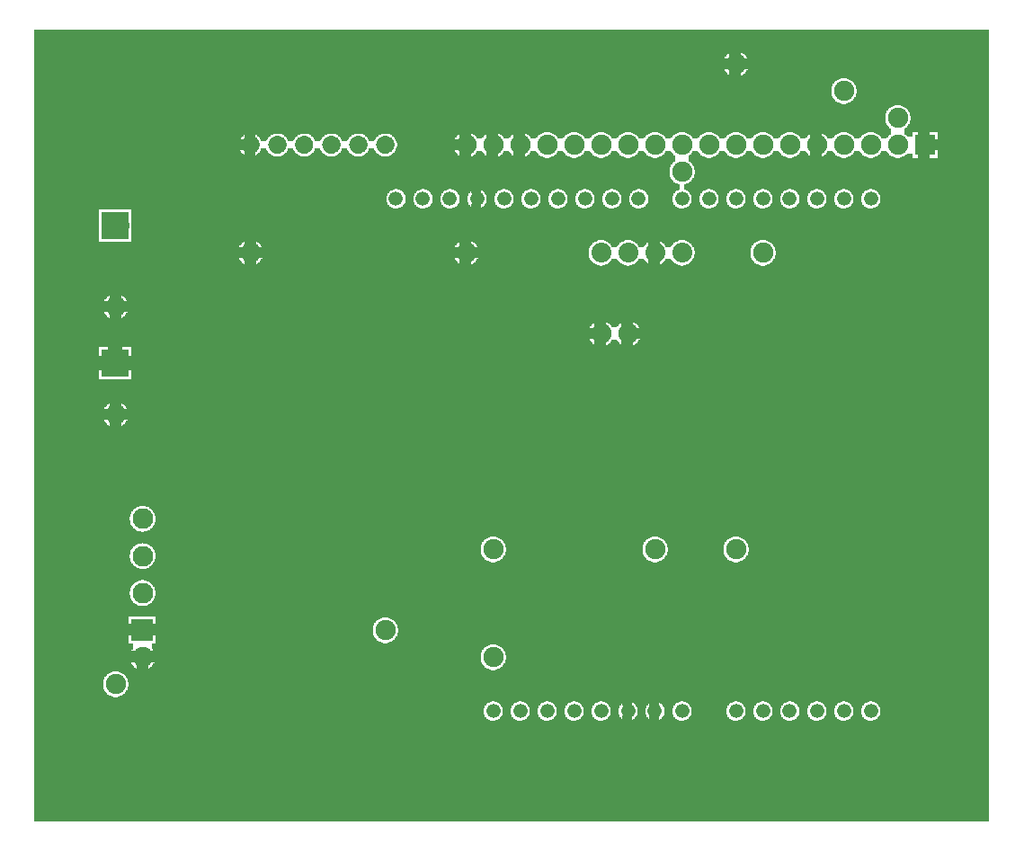
<source format=gtl>
G04 MADE WITH FRITZING*
G04 WWW.FRITZING.ORG*
G04 DOUBLE SIDED*
G04 HOLES PLATED*
G04 CONTOUR ON CENTER OF CONTOUR VECTOR*
%ASAXBY*%
%FSLAX23Y23*%
%MOIN*%
%OFA0B0*%
%SFA1.0B1.0*%
%ADD10C,0.075000*%
%ADD11C,0.076139*%
%ADD12C,0.100000*%
%ADD13C,0.052306*%
%ADD14C,0.052333*%
%ADD15C,0.073889*%
%ADD16C,0.065972*%
%ADD17R,0.075000X0.075000*%
%ADD18R,0.001000X0.001000*%
%LNCOPPER1*%
G90*
G70*
G54D10*
X2727Y2914D03*
G54D11*
X441Y750D03*
X441Y888D03*
X441Y1026D03*
X441Y1164D03*
X441Y750D03*
X441Y888D03*
X441Y1026D03*
X441Y1164D03*
G54D10*
X1741Y650D03*
X1741Y1050D03*
X2341Y1050D03*
X2641Y1050D03*
X341Y550D03*
X1341Y750D03*
X2741Y2150D03*
X3241Y2650D03*
X2441Y2450D03*
X3041Y2750D03*
X441Y650D03*
X341Y1550D03*
X1641Y2150D03*
X1741Y2550D03*
X2141Y1850D03*
X1641Y2550D03*
X2641Y2850D03*
X2241Y1850D03*
X341Y1950D03*
X841Y2150D03*
G54D12*
X341Y2250D03*
X341Y1740D03*
X341Y2250D03*
X341Y1740D03*
G54D13*
X2741Y450D03*
X2840Y450D03*
X2941Y450D03*
X3041Y450D03*
X3141Y450D03*
G54D14*
X2280Y2350D03*
X2181Y2350D03*
X2081Y2350D03*
X1981Y2350D03*
X1881Y2350D03*
X1781Y2350D03*
X1681Y2350D03*
X1580Y2350D03*
X1480Y2350D03*
X1380Y2350D03*
X3141Y2350D03*
X3041Y2350D03*
X2941Y2350D03*
X2840Y2350D03*
X2741Y2350D03*
X2641Y2350D03*
X2541Y2350D03*
X2441Y2350D03*
G54D13*
X1841Y450D03*
X1741Y450D03*
X1941Y450D03*
X2041Y450D03*
X2141Y450D03*
X2241Y450D03*
X2340Y450D03*
X2441Y450D03*
X2641Y450D03*
G54D10*
X3341Y2550D03*
X3241Y2550D03*
X3141Y2550D03*
X3041Y2550D03*
X2941Y2550D03*
X2841Y2550D03*
X2741Y2550D03*
X2641Y2550D03*
X2541Y2550D03*
X2441Y2550D03*
X2341Y2550D03*
X2241Y2550D03*
X2141Y2550D03*
X2041Y2550D03*
X1941Y2550D03*
X1841Y2550D03*
G54D15*
X2141Y2150D03*
X2241Y2150D03*
X2341Y2150D03*
X2441Y2150D03*
G54D16*
X1341Y2550D03*
X1241Y2550D03*
X1141Y2550D03*
X1040Y2550D03*
X941Y2550D03*
X841Y2550D03*
G54D17*
X3341Y2550D03*
G36*
X40Y2977D02*
X40Y2897D01*
X2652Y2897D01*
X2652Y2895D01*
X2660Y2895D01*
X2660Y2893D01*
X2662Y2893D01*
X2662Y2891D01*
X2666Y2891D01*
X2666Y2889D01*
X2670Y2889D01*
X2670Y2887D01*
X2672Y2887D01*
X2672Y2885D01*
X2674Y2885D01*
X2674Y2883D01*
X2676Y2883D01*
X2676Y2881D01*
X2678Y2881D01*
X2678Y2877D01*
X2680Y2877D01*
X2680Y2875D01*
X2682Y2875D01*
X2682Y2871D01*
X2684Y2871D01*
X2684Y2867D01*
X2686Y2867D01*
X2686Y2859D01*
X2688Y2859D01*
X2688Y2841D01*
X2686Y2841D01*
X2686Y2835D01*
X2684Y2835D01*
X2684Y2829D01*
X2682Y2829D01*
X2682Y2827D01*
X2680Y2827D01*
X2680Y2823D01*
X2678Y2823D01*
X2678Y2821D01*
X2676Y2821D01*
X2676Y2817D01*
X2674Y2817D01*
X2674Y2815D01*
X2670Y2815D01*
X2670Y2813D01*
X2668Y2813D01*
X2668Y2811D01*
X2666Y2811D01*
X2666Y2809D01*
X2662Y2809D01*
X2662Y2807D01*
X2656Y2807D01*
X2656Y2805D01*
X2650Y2805D01*
X2650Y2803D01*
X3580Y2803D01*
X3580Y2977D01*
X40Y2977D01*
G37*
D02*
G36*
X40Y2897D02*
X40Y2803D01*
X2632Y2803D01*
X2632Y2805D01*
X2624Y2805D01*
X2624Y2807D01*
X2620Y2807D01*
X2620Y2809D01*
X2616Y2809D01*
X2616Y2811D01*
X2612Y2811D01*
X2612Y2813D01*
X2610Y2813D01*
X2610Y2815D01*
X2608Y2815D01*
X2608Y2817D01*
X2606Y2817D01*
X2606Y2819D01*
X2604Y2819D01*
X2604Y2821D01*
X2602Y2821D01*
X2602Y2825D01*
X2600Y2825D01*
X2600Y2827D01*
X2598Y2827D01*
X2598Y2831D01*
X2596Y2831D01*
X2596Y2837D01*
X2594Y2837D01*
X2594Y2863D01*
X2596Y2863D01*
X2596Y2869D01*
X2598Y2869D01*
X2598Y2873D01*
X2600Y2873D01*
X2600Y2877D01*
X2602Y2877D01*
X2602Y2879D01*
X2604Y2879D01*
X2604Y2881D01*
X2606Y2881D01*
X2606Y2885D01*
X2610Y2885D01*
X2610Y2887D01*
X2612Y2887D01*
X2612Y2889D01*
X2614Y2889D01*
X2614Y2891D01*
X2618Y2891D01*
X2618Y2893D01*
X2622Y2893D01*
X2622Y2895D01*
X2628Y2895D01*
X2628Y2897D01*
X40Y2897D01*
G37*
D02*
G36*
X40Y2803D02*
X40Y2801D01*
X3580Y2801D01*
X3580Y2803D01*
X40Y2803D01*
G37*
D02*
G36*
X40Y2803D02*
X40Y2801D01*
X3580Y2801D01*
X3580Y2803D01*
X40Y2803D01*
G37*
D02*
G36*
X40Y2801D02*
X40Y2797D01*
X3052Y2797D01*
X3052Y2795D01*
X3060Y2795D01*
X3060Y2793D01*
X3062Y2793D01*
X3062Y2791D01*
X3066Y2791D01*
X3066Y2789D01*
X3070Y2789D01*
X3070Y2787D01*
X3072Y2787D01*
X3072Y2785D01*
X3074Y2785D01*
X3074Y2783D01*
X3076Y2783D01*
X3076Y2781D01*
X3078Y2781D01*
X3078Y2777D01*
X3080Y2777D01*
X3080Y2775D01*
X3082Y2775D01*
X3082Y2771D01*
X3084Y2771D01*
X3084Y2767D01*
X3086Y2767D01*
X3086Y2759D01*
X3088Y2759D01*
X3088Y2741D01*
X3086Y2741D01*
X3086Y2735D01*
X3084Y2735D01*
X3084Y2729D01*
X3082Y2729D01*
X3082Y2727D01*
X3080Y2727D01*
X3080Y2723D01*
X3078Y2723D01*
X3078Y2721D01*
X3076Y2721D01*
X3076Y2717D01*
X3074Y2717D01*
X3074Y2715D01*
X3070Y2715D01*
X3070Y2713D01*
X3068Y2713D01*
X3068Y2711D01*
X3066Y2711D01*
X3066Y2709D01*
X3062Y2709D01*
X3062Y2707D01*
X3056Y2707D01*
X3056Y2705D01*
X3050Y2705D01*
X3050Y2703D01*
X3580Y2703D01*
X3580Y2801D01*
X40Y2801D01*
G37*
D02*
G36*
X40Y2797D02*
X40Y2703D01*
X3032Y2703D01*
X3032Y2705D01*
X3024Y2705D01*
X3024Y2707D01*
X3020Y2707D01*
X3020Y2709D01*
X3016Y2709D01*
X3016Y2711D01*
X3012Y2711D01*
X3012Y2713D01*
X3010Y2713D01*
X3010Y2715D01*
X3008Y2715D01*
X3008Y2717D01*
X3006Y2717D01*
X3006Y2719D01*
X3004Y2719D01*
X3004Y2721D01*
X3002Y2721D01*
X3002Y2725D01*
X3000Y2725D01*
X3000Y2727D01*
X2998Y2727D01*
X2998Y2731D01*
X2996Y2731D01*
X2996Y2737D01*
X2994Y2737D01*
X2994Y2763D01*
X2996Y2763D01*
X2996Y2769D01*
X2998Y2769D01*
X2998Y2773D01*
X3000Y2773D01*
X3000Y2777D01*
X3002Y2777D01*
X3002Y2779D01*
X3004Y2779D01*
X3004Y2781D01*
X3006Y2781D01*
X3006Y2785D01*
X3010Y2785D01*
X3010Y2787D01*
X3012Y2787D01*
X3012Y2789D01*
X3014Y2789D01*
X3014Y2791D01*
X3018Y2791D01*
X3018Y2793D01*
X3022Y2793D01*
X3022Y2795D01*
X3028Y2795D01*
X3028Y2797D01*
X40Y2797D01*
G37*
D02*
G36*
X40Y2703D02*
X40Y2701D01*
X3580Y2701D01*
X3580Y2703D01*
X40Y2703D01*
G37*
D02*
G36*
X40Y2703D02*
X40Y2701D01*
X3580Y2701D01*
X3580Y2703D01*
X40Y2703D01*
G37*
D02*
G36*
X40Y2701D02*
X40Y2697D01*
X3252Y2697D01*
X3252Y2695D01*
X3260Y2695D01*
X3260Y2693D01*
X3262Y2693D01*
X3262Y2691D01*
X3266Y2691D01*
X3266Y2689D01*
X3270Y2689D01*
X3270Y2687D01*
X3272Y2687D01*
X3272Y2685D01*
X3274Y2685D01*
X3274Y2683D01*
X3276Y2683D01*
X3276Y2681D01*
X3278Y2681D01*
X3278Y2677D01*
X3280Y2677D01*
X3280Y2675D01*
X3282Y2675D01*
X3282Y2671D01*
X3284Y2671D01*
X3284Y2667D01*
X3286Y2667D01*
X3286Y2659D01*
X3288Y2659D01*
X3288Y2641D01*
X3286Y2641D01*
X3286Y2635D01*
X3284Y2635D01*
X3284Y2629D01*
X3282Y2629D01*
X3282Y2627D01*
X3280Y2627D01*
X3280Y2623D01*
X3278Y2623D01*
X3278Y2621D01*
X3276Y2621D01*
X3276Y2617D01*
X3274Y2617D01*
X3274Y2615D01*
X3270Y2615D01*
X3270Y2613D01*
X3268Y2613D01*
X3268Y2611D01*
X3266Y2611D01*
X3266Y2597D01*
X3388Y2597D01*
X3388Y2503D01*
X3580Y2503D01*
X3580Y2701D01*
X40Y2701D01*
G37*
D02*
G36*
X40Y2697D02*
X40Y2597D01*
X3152Y2597D01*
X3152Y2595D01*
X3160Y2595D01*
X3160Y2593D01*
X3162Y2593D01*
X3162Y2591D01*
X3166Y2591D01*
X3166Y2589D01*
X3170Y2589D01*
X3170Y2587D01*
X3172Y2587D01*
X3172Y2585D01*
X3174Y2585D01*
X3174Y2583D01*
X3176Y2583D01*
X3176Y2581D01*
X3178Y2581D01*
X3178Y2577D01*
X3180Y2577D01*
X3180Y2575D01*
X3200Y2575D01*
X3200Y2577D01*
X3202Y2577D01*
X3202Y2579D01*
X3204Y2579D01*
X3204Y2581D01*
X3206Y2581D01*
X3206Y2585D01*
X3210Y2585D01*
X3210Y2587D01*
X3212Y2587D01*
X3212Y2589D01*
X3214Y2589D01*
X3214Y2591D01*
X3216Y2591D01*
X3216Y2611D01*
X3212Y2611D01*
X3212Y2613D01*
X3210Y2613D01*
X3210Y2615D01*
X3208Y2615D01*
X3208Y2617D01*
X3206Y2617D01*
X3206Y2619D01*
X3204Y2619D01*
X3204Y2621D01*
X3202Y2621D01*
X3202Y2625D01*
X3200Y2625D01*
X3200Y2627D01*
X3198Y2627D01*
X3198Y2631D01*
X3196Y2631D01*
X3196Y2637D01*
X3194Y2637D01*
X3194Y2663D01*
X3196Y2663D01*
X3196Y2669D01*
X3198Y2669D01*
X3198Y2673D01*
X3200Y2673D01*
X3200Y2677D01*
X3202Y2677D01*
X3202Y2679D01*
X3204Y2679D01*
X3204Y2681D01*
X3206Y2681D01*
X3206Y2685D01*
X3210Y2685D01*
X3210Y2687D01*
X3212Y2687D01*
X3212Y2689D01*
X3214Y2689D01*
X3214Y2691D01*
X3218Y2691D01*
X3218Y2693D01*
X3222Y2693D01*
X3222Y2695D01*
X3228Y2695D01*
X3228Y2697D01*
X40Y2697D01*
G37*
D02*
G36*
X40Y2597D02*
X40Y2593D01*
X1350Y2593D01*
X1350Y2591D01*
X1358Y2591D01*
X1358Y2589D01*
X1360Y2589D01*
X1360Y2587D01*
X1364Y2587D01*
X1364Y2585D01*
X1366Y2585D01*
X1366Y2583D01*
X1370Y2583D01*
X1370Y2581D01*
X1372Y2581D01*
X1372Y2579D01*
X1374Y2579D01*
X1374Y2575D01*
X1376Y2575D01*
X1376Y2573D01*
X1378Y2573D01*
X1378Y2569D01*
X1380Y2569D01*
X1380Y2565D01*
X1382Y2565D01*
X1382Y2557D01*
X1384Y2557D01*
X1384Y2545D01*
X1382Y2545D01*
X1382Y2537D01*
X1380Y2537D01*
X1380Y2531D01*
X1378Y2531D01*
X1378Y2529D01*
X1376Y2529D01*
X1376Y2525D01*
X1374Y2525D01*
X1374Y2523D01*
X1372Y2523D01*
X1372Y2521D01*
X1370Y2521D01*
X1370Y2519D01*
X1368Y2519D01*
X1368Y2517D01*
X1366Y2517D01*
X1366Y2515D01*
X1362Y2515D01*
X1362Y2513D01*
X1360Y2513D01*
X1360Y2511D01*
X1354Y2511D01*
X1354Y2509D01*
X1346Y2509D01*
X1346Y2507D01*
X1620Y2507D01*
X1620Y2509D01*
X1616Y2509D01*
X1616Y2511D01*
X1612Y2511D01*
X1612Y2513D01*
X1610Y2513D01*
X1610Y2515D01*
X1608Y2515D01*
X1608Y2517D01*
X1606Y2517D01*
X1606Y2519D01*
X1604Y2519D01*
X1604Y2521D01*
X1602Y2521D01*
X1602Y2525D01*
X1600Y2525D01*
X1600Y2527D01*
X1598Y2527D01*
X1598Y2531D01*
X1596Y2531D01*
X1596Y2537D01*
X1594Y2537D01*
X1594Y2563D01*
X1596Y2563D01*
X1596Y2569D01*
X1598Y2569D01*
X1598Y2573D01*
X1600Y2573D01*
X1600Y2577D01*
X1602Y2577D01*
X1602Y2579D01*
X1604Y2579D01*
X1604Y2581D01*
X1606Y2581D01*
X1606Y2585D01*
X1610Y2585D01*
X1610Y2587D01*
X1612Y2587D01*
X1612Y2589D01*
X1614Y2589D01*
X1614Y2591D01*
X1618Y2591D01*
X1618Y2593D01*
X1622Y2593D01*
X1622Y2595D01*
X1628Y2595D01*
X1628Y2597D01*
X40Y2597D01*
G37*
D02*
G36*
X1652Y2597D02*
X1652Y2595D01*
X1660Y2595D01*
X1660Y2593D01*
X1662Y2593D01*
X1662Y2591D01*
X1666Y2591D01*
X1666Y2589D01*
X1670Y2589D01*
X1670Y2587D01*
X1672Y2587D01*
X1672Y2585D01*
X1674Y2585D01*
X1674Y2583D01*
X1676Y2583D01*
X1676Y2581D01*
X1678Y2581D01*
X1678Y2577D01*
X1680Y2577D01*
X1680Y2575D01*
X1700Y2575D01*
X1700Y2577D01*
X1702Y2577D01*
X1702Y2579D01*
X1704Y2579D01*
X1704Y2581D01*
X1706Y2581D01*
X1706Y2585D01*
X1710Y2585D01*
X1710Y2587D01*
X1712Y2587D01*
X1712Y2589D01*
X1714Y2589D01*
X1714Y2591D01*
X1718Y2591D01*
X1718Y2593D01*
X1722Y2593D01*
X1722Y2595D01*
X1728Y2595D01*
X1728Y2597D01*
X1652Y2597D01*
G37*
D02*
G36*
X1752Y2597D02*
X1752Y2595D01*
X1760Y2595D01*
X1760Y2593D01*
X1762Y2593D01*
X1762Y2591D01*
X1766Y2591D01*
X1766Y2589D01*
X1770Y2589D01*
X1770Y2587D01*
X1772Y2587D01*
X1772Y2585D01*
X1774Y2585D01*
X1774Y2583D01*
X1776Y2583D01*
X1776Y2581D01*
X1778Y2581D01*
X1778Y2577D01*
X1780Y2577D01*
X1780Y2575D01*
X1800Y2575D01*
X1800Y2577D01*
X1802Y2577D01*
X1802Y2579D01*
X1804Y2579D01*
X1804Y2581D01*
X1806Y2581D01*
X1806Y2585D01*
X1810Y2585D01*
X1810Y2587D01*
X1812Y2587D01*
X1812Y2589D01*
X1814Y2589D01*
X1814Y2591D01*
X1818Y2591D01*
X1818Y2593D01*
X1822Y2593D01*
X1822Y2595D01*
X1828Y2595D01*
X1828Y2597D01*
X1752Y2597D01*
G37*
D02*
G36*
X1852Y2597D02*
X1852Y2595D01*
X1860Y2595D01*
X1860Y2593D01*
X1862Y2593D01*
X1862Y2591D01*
X1866Y2591D01*
X1866Y2589D01*
X1870Y2589D01*
X1870Y2587D01*
X1872Y2587D01*
X1872Y2585D01*
X1874Y2585D01*
X1874Y2583D01*
X1876Y2583D01*
X1876Y2581D01*
X1878Y2581D01*
X1878Y2577D01*
X1880Y2577D01*
X1880Y2575D01*
X1900Y2575D01*
X1900Y2577D01*
X1902Y2577D01*
X1902Y2579D01*
X1904Y2579D01*
X1904Y2581D01*
X1906Y2581D01*
X1906Y2585D01*
X1910Y2585D01*
X1910Y2587D01*
X1912Y2587D01*
X1912Y2589D01*
X1914Y2589D01*
X1914Y2591D01*
X1918Y2591D01*
X1918Y2593D01*
X1922Y2593D01*
X1922Y2595D01*
X1928Y2595D01*
X1928Y2597D01*
X1852Y2597D01*
G37*
D02*
G36*
X1952Y2597D02*
X1952Y2595D01*
X1960Y2595D01*
X1960Y2593D01*
X1962Y2593D01*
X1962Y2591D01*
X1966Y2591D01*
X1966Y2589D01*
X1970Y2589D01*
X1970Y2587D01*
X1972Y2587D01*
X1972Y2585D01*
X1974Y2585D01*
X1974Y2583D01*
X1976Y2583D01*
X1976Y2581D01*
X1978Y2581D01*
X1978Y2577D01*
X1980Y2577D01*
X1980Y2575D01*
X2000Y2575D01*
X2000Y2577D01*
X2002Y2577D01*
X2002Y2579D01*
X2004Y2579D01*
X2004Y2581D01*
X2006Y2581D01*
X2006Y2585D01*
X2010Y2585D01*
X2010Y2587D01*
X2012Y2587D01*
X2012Y2589D01*
X2014Y2589D01*
X2014Y2591D01*
X2018Y2591D01*
X2018Y2593D01*
X2022Y2593D01*
X2022Y2595D01*
X2028Y2595D01*
X2028Y2597D01*
X1952Y2597D01*
G37*
D02*
G36*
X2052Y2597D02*
X2052Y2595D01*
X2060Y2595D01*
X2060Y2593D01*
X2062Y2593D01*
X2062Y2591D01*
X2066Y2591D01*
X2066Y2589D01*
X2070Y2589D01*
X2070Y2587D01*
X2072Y2587D01*
X2072Y2585D01*
X2074Y2585D01*
X2074Y2583D01*
X2076Y2583D01*
X2076Y2581D01*
X2078Y2581D01*
X2078Y2577D01*
X2080Y2577D01*
X2080Y2575D01*
X2100Y2575D01*
X2100Y2577D01*
X2102Y2577D01*
X2102Y2579D01*
X2104Y2579D01*
X2104Y2581D01*
X2106Y2581D01*
X2106Y2585D01*
X2110Y2585D01*
X2110Y2587D01*
X2112Y2587D01*
X2112Y2589D01*
X2114Y2589D01*
X2114Y2591D01*
X2118Y2591D01*
X2118Y2593D01*
X2122Y2593D01*
X2122Y2595D01*
X2128Y2595D01*
X2128Y2597D01*
X2052Y2597D01*
G37*
D02*
G36*
X2152Y2597D02*
X2152Y2595D01*
X2160Y2595D01*
X2160Y2593D01*
X2162Y2593D01*
X2162Y2591D01*
X2166Y2591D01*
X2166Y2589D01*
X2170Y2589D01*
X2170Y2587D01*
X2172Y2587D01*
X2172Y2585D01*
X2174Y2585D01*
X2174Y2583D01*
X2176Y2583D01*
X2176Y2581D01*
X2178Y2581D01*
X2178Y2577D01*
X2180Y2577D01*
X2180Y2575D01*
X2200Y2575D01*
X2200Y2577D01*
X2202Y2577D01*
X2202Y2579D01*
X2204Y2579D01*
X2204Y2581D01*
X2206Y2581D01*
X2206Y2585D01*
X2210Y2585D01*
X2210Y2587D01*
X2212Y2587D01*
X2212Y2589D01*
X2214Y2589D01*
X2214Y2591D01*
X2218Y2591D01*
X2218Y2593D01*
X2222Y2593D01*
X2222Y2595D01*
X2228Y2595D01*
X2228Y2597D01*
X2152Y2597D01*
G37*
D02*
G36*
X2252Y2597D02*
X2252Y2595D01*
X2260Y2595D01*
X2260Y2593D01*
X2262Y2593D01*
X2262Y2591D01*
X2266Y2591D01*
X2266Y2589D01*
X2270Y2589D01*
X2270Y2587D01*
X2272Y2587D01*
X2272Y2585D01*
X2274Y2585D01*
X2274Y2583D01*
X2276Y2583D01*
X2276Y2581D01*
X2278Y2581D01*
X2278Y2577D01*
X2280Y2577D01*
X2280Y2575D01*
X2300Y2575D01*
X2300Y2577D01*
X2302Y2577D01*
X2302Y2579D01*
X2304Y2579D01*
X2304Y2581D01*
X2306Y2581D01*
X2306Y2585D01*
X2310Y2585D01*
X2310Y2587D01*
X2312Y2587D01*
X2312Y2589D01*
X2314Y2589D01*
X2314Y2591D01*
X2318Y2591D01*
X2318Y2593D01*
X2322Y2593D01*
X2322Y2595D01*
X2328Y2595D01*
X2328Y2597D01*
X2252Y2597D01*
G37*
D02*
G36*
X2352Y2597D02*
X2352Y2595D01*
X2360Y2595D01*
X2360Y2593D01*
X2362Y2593D01*
X2362Y2591D01*
X2366Y2591D01*
X2366Y2589D01*
X2370Y2589D01*
X2370Y2587D01*
X2372Y2587D01*
X2372Y2585D01*
X2374Y2585D01*
X2374Y2583D01*
X2376Y2583D01*
X2376Y2581D01*
X2378Y2581D01*
X2378Y2577D01*
X2380Y2577D01*
X2380Y2575D01*
X2400Y2575D01*
X2400Y2577D01*
X2402Y2577D01*
X2402Y2579D01*
X2404Y2579D01*
X2404Y2581D01*
X2406Y2581D01*
X2406Y2585D01*
X2410Y2585D01*
X2410Y2587D01*
X2412Y2587D01*
X2412Y2589D01*
X2414Y2589D01*
X2414Y2591D01*
X2418Y2591D01*
X2418Y2593D01*
X2422Y2593D01*
X2422Y2595D01*
X2428Y2595D01*
X2428Y2597D01*
X2352Y2597D01*
G37*
D02*
G36*
X2452Y2597D02*
X2452Y2595D01*
X2460Y2595D01*
X2460Y2593D01*
X2462Y2593D01*
X2462Y2591D01*
X2466Y2591D01*
X2466Y2589D01*
X2470Y2589D01*
X2470Y2587D01*
X2472Y2587D01*
X2472Y2585D01*
X2474Y2585D01*
X2474Y2583D01*
X2476Y2583D01*
X2476Y2581D01*
X2478Y2581D01*
X2478Y2577D01*
X2480Y2577D01*
X2480Y2575D01*
X2500Y2575D01*
X2500Y2577D01*
X2502Y2577D01*
X2502Y2579D01*
X2504Y2579D01*
X2504Y2581D01*
X2506Y2581D01*
X2506Y2585D01*
X2510Y2585D01*
X2510Y2587D01*
X2512Y2587D01*
X2512Y2589D01*
X2514Y2589D01*
X2514Y2591D01*
X2518Y2591D01*
X2518Y2593D01*
X2522Y2593D01*
X2522Y2595D01*
X2528Y2595D01*
X2528Y2597D01*
X2452Y2597D01*
G37*
D02*
G36*
X2552Y2597D02*
X2552Y2595D01*
X2560Y2595D01*
X2560Y2593D01*
X2562Y2593D01*
X2562Y2591D01*
X2566Y2591D01*
X2566Y2589D01*
X2570Y2589D01*
X2570Y2587D01*
X2572Y2587D01*
X2572Y2585D01*
X2574Y2585D01*
X2574Y2583D01*
X2576Y2583D01*
X2576Y2581D01*
X2578Y2581D01*
X2578Y2577D01*
X2580Y2577D01*
X2580Y2575D01*
X2600Y2575D01*
X2600Y2577D01*
X2602Y2577D01*
X2602Y2579D01*
X2604Y2579D01*
X2604Y2581D01*
X2606Y2581D01*
X2606Y2585D01*
X2610Y2585D01*
X2610Y2587D01*
X2612Y2587D01*
X2612Y2589D01*
X2614Y2589D01*
X2614Y2591D01*
X2618Y2591D01*
X2618Y2593D01*
X2622Y2593D01*
X2622Y2595D01*
X2628Y2595D01*
X2628Y2597D01*
X2552Y2597D01*
G37*
D02*
G36*
X2652Y2597D02*
X2652Y2595D01*
X2660Y2595D01*
X2660Y2593D01*
X2662Y2593D01*
X2662Y2591D01*
X2666Y2591D01*
X2666Y2589D01*
X2670Y2589D01*
X2670Y2587D01*
X2672Y2587D01*
X2672Y2585D01*
X2674Y2585D01*
X2674Y2583D01*
X2676Y2583D01*
X2676Y2581D01*
X2678Y2581D01*
X2678Y2577D01*
X2680Y2577D01*
X2680Y2575D01*
X2700Y2575D01*
X2700Y2577D01*
X2702Y2577D01*
X2702Y2579D01*
X2704Y2579D01*
X2704Y2581D01*
X2706Y2581D01*
X2706Y2585D01*
X2710Y2585D01*
X2710Y2587D01*
X2712Y2587D01*
X2712Y2589D01*
X2714Y2589D01*
X2714Y2591D01*
X2718Y2591D01*
X2718Y2593D01*
X2722Y2593D01*
X2722Y2595D01*
X2728Y2595D01*
X2728Y2597D01*
X2652Y2597D01*
G37*
D02*
G36*
X2752Y2597D02*
X2752Y2595D01*
X2760Y2595D01*
X2760Y2593D01*
X2762Y2593D01*
X2762Y2591D01*
X2766Y2591D01*
X2766Y2589D01*
X2770Y2589D01*
X2770Y2587D01*
X2772Y2587D01*
X2772Y2585D01*
X2774Y2585D01*
X2774Y2583D01*
X2776Y2583D01*
X2776Y2581D01*
X2778Y2581D01*
X2778Y2577D01*
X2780Y2577D01*
X2780Y2575D01*
X2800Y2575D01*
X2800Y2577D01*
X2802Y2577D01*
X2802Y2579D01*
X2804Y2579D01*
X2804Y2581D01*
X2806Y2581D01*
X2806Y2585D01*
X2810Y2585D01*
X2810Y2587D01*
X2812Y2587D01*
X2812Y2589D01*
X2814Y2589D01*
X2814Y2591D01*
X2818Y2591D01*
X2818Y2593D01*
X2822Y2593D01*
X2822Y2595D01*
X2828Y2595D01*
X2828Y2597D01*
X2752Y2597D01*
G37*
D02*
G36*
X2852Y2597D02*
X2852Y2595D01*
X2860Y2595D01*
X2860Y2593D01*
X2862Y2593D01*
X2862Y2591D01*
X2866Y2591D01*
X2866Y2589D01*
X2870Y2589D01*
X2870Y2587D01*
X2872Y2587D01*
X2872Y2585D01*
X2874Y2585D01*
X2874Y2583D01*
X2876Y2583D01*
X2876Y2581D01*
X2878Y2581D01*
X2878Y2577D01*
X2880Y2577D01*
X2880Y2575D01*
X2900Y2575D01*
X2900Y2577D01*
X2902Y2577D01*
X2902Y2579D01*
X2904Y2579D01*
X2904Y2581D01*
X2906Y2581D01*
X2906Y2585D01*
X2910Y2585D01*
X2910Y2587D01*
X2912Y2587D01*
X2912Y2589D01*
X2914Y2589D01*
X2914Y2591D01*
X2918Y2591D01*
X2918Y2593D01*
X2922Y2593D01*
X2922Y2595D01*
X2928Y2595D01*
X2928Y2597D01*
X2852Y2597D01*
G37*
D02*
G36*
X2952Y2597D02*
X2952Y2595D01*
X2960Y2595D01*
X2960Y2593D01*
X2962Y2593D01*
X2962Y2591D01*
X2966Y2591D01*
X2966Y2589D01*
X2970Y2589D01*
X2970Y2587D01*
X2972Y2587D01*
X2972Y2585D01*
X2974Y2585D01*
X2974Y2583D01*
X2976Y2583D01*
X2976Y2581D01*
X2978Y2581D01*
X2978Y2577D01*
X2980Y2577D01*
X2980Y2575D01*
X3000Y2575D01*
X3000Y2577D01*
X3002Y2577D01*
X3002Y2579D01*
X3004Y2579D01*
X3004Y2581D01*
X3006Y2581D01*
X3006Y2585D01*
X3010Y2585D01*
X3010Y2587D01*
X3012Y2587D01*
X3012Y2589D01*
X3014Y2589D01*
X3014Y2591D01*
X3018Y2591D01*
X3018Y2593D01*
X3022Y2593D01*
X3022Y2595D01*
X3028Y2595D01*
X3028Y2597D01*
X2952Y2597D01*
G37*
D02*
G36*
X3052Y2597D02*
X3052Y2595D01*
X3060Y2595D01*
X3060Y2593D01*
X3062Y2593D01*
X3062Y2591D01*
X3066Y2591D01*
X3066Y2589D01*
X3070Y2589D01*
X3070Y2587D01*
X3072Y2587D01*
X3072Y2585D01*
X3074Y2585D01*
X3074Y2583D01*
X3076Y2583D01*
X3076Y2581D01*
X3078Y2581D01*
X3078Y2577D01*
X3080Y2577D01*
X3080Y2575D01*
X3100Y2575D01*
X3100Y2577D01*
X3102Y2577D01*
X3102Y2579D01*
X3104Y2579D01*
X3104Y2581D01*
X3106Y2581D01*
X3106Y2585D01*
X3110Y2585D01*
X3110Y2587D01*
X3112Y2587D01*
X3112Y2589D01*
X3114Y2589D01*
X3114Y2591D01*
X3118Y2591D01*
X3118Y2593D01*
X3122Y2593D01*
X3122Y2595D01*
X3128Y2595D01*
X3128Y2597D01*
X3052Y2597D01*
G37*
D02*
G36*
X3266Y2597D02*
X3266Y2589D01*
X3270Y2589D01*
X3270Y2587D01*
X3272Y2587D01*
X3272Y2585D01*
X3274Y2585D01*
X3274Y2583D01*
X3294Y2583D01*
X3294Y2597D01*
X3266Y2597D01*
G37*
D02*
G36*
X40Y2593D02*
X40Y2507D01*
X834Y2507D01*
X834Y2509D01*
X826Y2509D01*
X826Y2511D01*
X822Y2511D01*
X822Y2513D01*
X818Y2513D01*
X818Y2515D01*
X816Y2515D01*
X816Y2517D01*
X812Y2517D01*
X812Y2519D01*
X810Y2519D01*
X810Y2521D01*
X808Y2521D01*
X808Y2523D01*
X806Y2523D01*
X806Y2527D01*
X804Y2527D01*
X804Y2529D01*
X802Y2529D01*
X802Y2533D01*
X800Y2533D01*
X800Y2541D01*
X798Y2541D01*
X798Y2561D01*
X800Y2561D01*
X800Y2567D01*
X802Y2567D01*
X802Y2571D01*
X804Y2571D01*
X804Y2575D01*
X806Y2575D01*
X806Y2577D01*
X808Y2577D01*
X808Y2579D01*
X810Y2579D01*
X810Y2581D01*
X812Y2581D01*
X812Y2583D01*
X814Y2583D01*
X814Y2585D01*
X816Y2585D01*
X816Y2587D01*
X820Y2587D01*
X820Y2589D01*
X824Y2589D01*
X824Y2591D01*
X830Y2591D01*
X830Y2593D01*
X40Y2593D01*
G37*
D02*
G36*
X850Y2593D02*
X850Y2591D01*
X858Y2591D01*
X858Y2589D01*
X860Y2589D01*
X860Y2587D01*
X864Y2587D01*
X864Y2585D01*
X866Y2585D01*
X866Y2583D01*
X870Y2583D01*
X870Y2581D01*
X872Y2581D01*
X872Y2579D01*
X874Y2579D01*
X874Y2575D01*
X876Y2575D01*
X876Y2573D01*
X878Y2573D01*
X878Y2569D01*
X880Y2569D01*
X880Y2565D01*
X900Y2565D01*
X900Y2567D01*
X902Y2567D01*
X902Y2571D01*
X904Y2571D01*
X904Y2575D01*
X906Y2575D01*
X906Y2577D01*
X908Y2577D01*
X908Y2579D01*
X910Y2579D01*
X910Y2581D01*
X912Y2581D01*
X912Y2583D01*
X914Y2583D01*
X914Y2585D01*
X916Y2585D01*
X916Y2587D01*
X920Y2587D01*
X920Y2589D01*
X924Y2589D01*
X924Y2591D01*
X930Y2591D01*
X930Y2593D01*
X850Y2593D01*
G37*
D02*
G36*
X950Y2593D02*
X950Y2591D01*
X958Y2591D01*
X958Y2589D01*
X960Y2589D01*
X960Y2587D01*
X964Y2587D01*
X964Y2585D01*
X966Y2585D01*
X966Y2583D01*
X970Y2583D01*
X970Y2581D01*
X972Y2581D01*
X972Y2579D01*
X974Y2579D01*
X974Y2575D01*
X976Y2575D01*
X976Y2573D01*
X978Y2573D01*
X978Y2569D01*
X980Y2569D01*
X980Y2565D01*
X1000Y2565D01*
X1000Y2567D01*
X1002Y2567D01*
X1002Y2571D01*
X1004Y2571D01*
X1004Y2575D01*
X1006Y2575D01*
X1006Y2577D01*
X1008Y2577D01*
X1008Y2579D01*
X1010Y2579D01*
X1010Y2581D01*
X1012Y2581D01*
X1012Y2583D01*
X1014Y2583D01*
X1014Y2585D01*
X1016Y2585D01*
X1016Y2587D01*
X1020Y2587D01*
X1020Y2589D01*
X1024Y2589D01*
X1024Y2591D01*
X1030Y2591D01*
X1030Y2593D01*
X950Y2593D01*
G37*
D02*
G36*
X1050Y2593D02*
X1050Y2591D01*
X1058Y2591D01*
X1058Y2589D01*
X1060Y2589D01*
X1060Y2587D01*
X1064Y2587D01*
X1064Y2585D01*
X1066Y2585D01*
X1066Y2583D01*
X1070Y2583D01*
X1070Y2581D01*
X1072Y2581D01*
X1072Y2579D01*
X1074Y2579D01*
X1074Y2575D01*
X1076Y2575D01*
X1076Y2573D01*
X1078Y2573D01*
X1078Y2569D01*
X1080Y2569D01*
X1080Y2565D01*
X1100Y2565D01*
X1100Y2567D01*
X1102Y2567D01*
X1102Y2571D01*
X1104Y2571D01*
X1104Y2575D01*
X1106Y2575D01*
X1106Y2577D01*
X1108Y2577D01*
X1108Y2579D01*
X1110Y2579D01*
X1110Y2581D01*
X1112Y2581D01*
X1112Y2583D01*
X1114Y2583D01*
X1114Y2585D01*
X1116Y2585D01*
X1116Y2587D01*
X1120Y2587D01*
X1120Y2589D01*
X1124Y2589D01*
X1124Y2591D01*
X1130Y2591D01*
X1130Y2593D01*
X1050Y2593D01*
G37*
D02*
G36*
X1150Y2593D02*
X1150Y2591D01*
X1158Y2591D01*
X1158Y2589D01*
X1160Y2589D01*
X1160Y2587D01*
X1164Y2587D01*
X1164Y2585D01*
X1166Y2585D01*
X1166Y2583D01*
X1170Y2583D01*
X1170Y2581D01*
X1172Y2581D01*
X1172Y2579D01*
X1174Y2579D01*
X1174Y2575D01*
X1176Y2575D01*
X1176Y2573D01*
X1178Y2573D01*
X1178Y2569D01*
X1180Y2569D01*
X1180Y2565D01*
X1200Y2565D01*
X1200Y2567D01*
X1202Y2567D01*
X1202Y2571D01*
X1204Y2571D01*
X1204Y2575D01*
X1206Y2575D01*
X1206Y2577D01*
X1208Y2577D01*
X1208Y2579D01*
X1210Y2579D01*
X1210Y2581D01*
X1212Y2581D01*
X1212Y2583D01*
X1214Y2583D01*
X1214Y2585D01*
X1216Y2585D01*
X1216Y2587D01*
X1220Y2587D01*
X1220Y2589D01*
X1224Y2589D01*
X1224Y2591D01*
X1230Y2591D01*
X1230Y2593D01*
X1150Y2593D01*
G37*
D02*
G36*
X1250Y2593D02*
X1250Y2591D01*
X1258Y2591D01*
X1258Y2589D01*
X1260Y2589D01*
X1260Y2587D01*
X1264Y2587D01*
X1264Y2585D01*
X1266Y2585D01*
X1266Y2583D01*
X1270Y2583D01*
X1270Y2581D01*
X1272Y2581D01*
X1272Y2579D01*
X1274Y2579D01*
X1274Y2575D01*
X1276Y2575D01*
X1276Y2573D01*
X1278Y2573D01*
X1278Y2569D01*
X1280Y2569D01*
X1280Y2565D01*
X1300Y2565D01*
X1300Y2567D01*
X1302Y2567D01*
X1302Y2571D01*
X1304Y2571D01*
X1304Y2575D01*
X1306Y2575D01*
X1306Y2577D01*
X1308Y2577D01*
X1308Y2579D01*
X1310Y2579D01*
X1310Y2581D01*
X1312Y2581D01*
X1312Y2583D01*
X1314Y2583D01*
X1314Y2585D01*
X1316Y2585D01*
X1316Y2587D01*
X1320Y2587D01*
X1320Y2589D01*
X1324Y2589D01*
X1324Y2591D01*
X1330Y2591D01*
X1330Y2593D01*
X1250Y2593D01*
G37*
D02*
G36*
X880Y2537D02*
X880Y2531D01*
X878Y2531D01*
X878Y2529D01*
X876Y2529D01*
X876Y2525D01*
X874Y2525D01*
X874Y2523D01*
X872Y2523D01*
X872Y2521D01*
X870Y2521D01*
X870Y2519D01*
X868Y2519D01*
X868Y2517D01*
X866Y2517D01*
X866Y2515D01*
X862Y2515D01*
X862Y2513D01*
X860Y2513D01*
X860Y2511D01*
X854Y2511D01*
X854Y2509D01*
X846Y2509D01*
X846Y2507D01*
X934Y2507D01*
X934Y2509D01*
X926Y2509D01*
X926Y2511D01*
X922Y2511D01*
X922Y2513D01*
X918Y2513D01*
X918Y2515D01*
X916Y2515D01*
X916Y2517D01*
X912Y2517D01*
X912Y2519D01*
X910Y2519D01*
X910Y2521D01*
X908Y2521D01*
X908Y2523D01*
X906Y2523D01*
X906Y2527D01*
X904Y2527D01*
X904Y2529D01*
X902Y2529D01*
X902Y2533D01*
X900Y2533D01*
X900Y2537D01*
X880Y2537D01*
G37*
D02*
G36*
X980Y2537D02*
X980Y2531D01*
X978Y2531D01*
X978Y2529D01*
X976Y2529D01*
X976Y2525D01*
X974Y2525D01*
X974Y2523D01*
X972Y2523D01*
X972Y2521D01*
X970Y2521D01*
X970Y2519D01*
X968Y2519D01*
X968Y2517D01*
X966Y2517D01*
X966Y2515D01*
X962Y2515D01*
X962Y2513D01*
X960Y2513D01*
X960Y2511D01*
X954Y2511D01*
X954Y2509D01*
X946Y2509D01*
X946Y2507D01*
X1034Y2507D01*
X1034Y2509D01*
X1026Y2509D01*
X1026Y2511D01*
X1022Y2511D01*
X1022Y2513D01*
X1018Y2513D01*
X1018Y2515D01*
X1016Y2515D01*
X1016Y2517D01*
X1012Y2517D01*
X1012Y2519D01*
X1010Y2519D01*
X1010Y2521D01*
X1008Y2521D01*
X1008Y2523D01*
X1006Y2523D01*
X1006Y2527D01*
X1004Y2527D01*
X1004Y2529D01*
X1002Y2529D01*
X1002Y2533D01*
X1000Y2533D01*
X1000Y2537D01*
X980Y2537D01*
G37*
D02*
G36*
X1080Y2537D02*
X1080Y2531D01*
X1078Y2531D01*
X1078Y2529D01*
X1076Y2529D01*
X1076Y2525D01*
X1074Y2525D01*
X1074Y2523D01*
X1072Y2523D01*
X1072Y2521D01*
X1070Y2521D01*
X1070Y2519D01*
X1068Y2519D01*
X1068Y2517D01*
X1066Y2517D01*
X1066Y2515D01*
X1062Y2515D01*
X1062Y2513D01*
X1060Y2513D01*
X1060Y2511D01*
X1054Y2511D01*
X1054Y2509D01*
X1046Y2509D01*
X1046Y2507D01*
X1134Y2507D01*
X1134Y2509D01*
X1126Y2509D01*
X1126Y2511D01*
X1122Y2511D01*
X1122Y2513D01*
X1118Y2513D01*
X1118Y2515D01*
X1116Y2515D01*
X1116Y2517D01*
X1112Y2517D01*
X1112Y2519D01*
X1110Y2519D01*
X1110Y2521D01*
X1108Y2521D01*
X1108Y2523D01*
X1106Y2523D01*
X1106Y2527D01*
X1104Y2527D01*
X1104Y2529D01*
X1102Y2529D01*
X1102Y2533D01*
X1100Y2533D01*
X1100Y2537D01*
X1080Y2537D01*
G37*
D02*
G36*
X1180Y2537D02*
X1180Y2531D01*
X1178Y2531D01*
X1178Y2529D01*
X1176Y2529D01*
X1176Y2525D01*
X1174Y2525D01*
X1174Y2523D01*
X1172Y2523D01*
X1172Y2521D01*
X1170Y2521D01*
X1170Y2519D01*
X1168Y2519D01*
X1168Y2517D01*
X1166Y2517D01*
X1166Y2515D01*
X1162Y2515D01*
X1162Y2513D01*
X1160Y2513D01*
X1160Y2511D01*
X1154Y2511D01*
X1154Y2509D01*
X1146Y2509D01*
X1146Y2507D01*
X1234Y2507D01*
X1234Y2509D01*
X1226Y2509D01*
X1226Y2511D01*
X1222Y2511D01*
X1222Y2513D01*
X1218Y2513D01*
X1218Y2515D01*
X1216Y2515D01*
X1216Y2517D01*
X1212Y2517D01*
X1212Y2519D01*
X1210Y2519D01*
X1210Y2521D01*
X1208Y2521D01*
X1208Y2523D01*
X1206Y2523D01*
X1206Y2527D01*
X1204Y2527D01*
X1204Y2529D01*
X1202Y2529D01*
X1202Y2533D01*
X1200Y2533D01*
X1200Y2537D01*
X1180Y2537D01*
G37*
D02*
G36*
X1280Y2537D02*
X1280Y2531D01*
X1278Y2531D01*
X1278Y2529D01*
X1276Y2529D01*
X1276Y2525D01*
X1274Y2525D01*
X1274Y2523D01*
X1272Y2523D01*
X1272Y2521D01*
X1270Y2521D01*
X1270Y2519D01*
X1268Y2519D01*
X1268Y2517D01*
X1266Y2517D01*
X1266Y2515D01*
X1262Y2515D01*
X1262Y2513D01*
X1260Y2513D01*
X1260Y2511D01*
X1254Y2511D01*
X1254Y2509D01*
X1246Y2509D01*
X1246Y2507D01*
X1334Y2507D01*
X1334Y2509D01*
X1326Y2509D01*
X1326Y2511D01*
X1322Y2511D01*
X1322Y2513D01*
X1318Y2513D01*
X1318Y2515D01*
X1316Y2515D01*
X1316Y2517D01*
X1312Y2517D01*
X1312Y2519D01*
X1310Y2519D01*
X1310Y2521D01*
X1308Y2521D01*
X1308Y2523D01*
X1306Y2523D01*
X1306Y2527D01*
X1304Y2527D01*
X1304Y2529D01*
X1302Y2529D01*
X1302Y2533D01*
X1300Y2533D01*
X1300Y2537D01*
X1280Y2537D01*
G37*
D02*
G36*
X1680Y2527D02*
X1680Y2523D01*
X1678Y2523D01*
X1678Y2521D01*
X1676Y2521D01*
X1676Y2517D01*
X1674Y2517D01*
X1674Y2515D01*
X1670Y2515D01*
X1670Y2513D01*
X1668Y2513D01*
X1668Y2511D01*
X1666Y2511D01*
X1666Y2509D01*
X1662Y2509D01*
X1662Y2507D01*
X1656Y2507D01*
X1656Y2505D01*
X1650Y2505D01*
X1650Y2503D01*
X1732Y2503D01*
X1732Y2505D01*
X1724Y2505D01*
X1724Y2507D01*
X1720Y2507D01*
X1720Y2509D01*
X1716Y2509D01*
X1716Y2511D01*
X1712Y2511D01*
X1712Y2513D01*
X1710Y2513D01*
X1710Y2515D01*
X1708Y2515D01*
X1708Y2517D01*
X1706Y2517D01*
X1706Y2519D01*
X1704Y2519D01*
X1704Y2521D01*
X1702Y2521D01*
X1702Y2525D01*
X1700Y2525D01*
X1700Y2527D01*
X1680Y2527D01*
G37*
D02*
G36*
X1780Y2527D02*
X1780Y2523D01*
X1778Y2523D01*
X1778Y2521D01*
X1776Y2521D01*
X1776Y2517D01*
X1774Y2517D01*
X1774Y2515D01*
X1770Y2515D01*
X1770Y2513D01*
X1768Y2513D01*
X1768Y2511D01*
X1766Y2511D01*
X1766Y2509D01*
X1762Y2509D01*
X1762Y2507D01*
X1756Y2507D01*
X1756Y2505D01*
X1750Y2505D01*
X1750Y2503D01*
X1832Y2503D01*
X1832Y2505D01*
X1824Y2505D01*
X1824Y2507D01*
X1820Y2507D01*
X1820Y2509D01*
X1816Y2509D01*
X1816Y2511D01*
X1812Y2511D01*
X1812Y2513D01*
X1810Y2513D01*
X1810Y2515D01*
X1808Y2515D01*
X1808Y2517D01*
X1806Y2517D01*
X1806Y2519D01*
X1804Y2519D01*
X1804Y2521D01*
X1802Y2521D01*
X1802Y2525D01*
X1800Y2525D01*
X1800Y2527D01*
X1780Y2527D01*
G37*
D02*
G36*
X1880Y2527D02*
X1880Y2523D01*
X1878Y2523D01*
X1878Y2521D01*
X1876Y2521D01*
X1876Y2517D01*
X1874Y2517D01*
X1874Y2515D01*
X1870Y2515D01*
X1870Y2513D01*
X1868Y2513D01*
X1868Y2511D01*
X1866Y2511D01*
X1866Y2509D01*
X1862Y2509D01*
X1862Y2507D01*
X1856Y2507D01*
X1856Y2505D01*
X1850Y2505D01*
X1850Y2503D01*
X1932Y2503D01*
X1932Y2505D01*
X1924Y2505D01*
X1924Y2507D01*
X1920Y2507D01*
X1920Y2509D01*
X1916Y2509D01*
X1916Y2511D01*
X1912Y2511D01*
X1912Y2513D01*
X1910Y2513D01*
X1910Y2515D01*
X1908Y2515D01*
X1908Y2517D01*
X1906Y2517D01*
X1906Y2519D01*
X1904Y2519D01*
X1904Y2521D01*
X1902Y2521D01*
X1902Y2525D01*
X1900Y2525D01*
X1900Y2527D01*
X1880Y2527D01*
G37*
D02*
G36*
X1980Y2527D02*
X1980Y2523D01*
X1978Y2523D01*
X1978Y2521D01*
X1976Y2521D01*
X1976Y2517D01*
X1974Y2517D01*
X1974Y2515D01*
X1970Y2515D01*
X1970Y2513D01*
X1968Y2513D01*
X1968Y2511D01*
X1966Y2511D01*
X1966Y2509D01*
X1962Y2509D01*
X1962Y2507D01*
X1956Y2507D01*
X1956Y2505D01*
X1950Y2505D01*
X1950Y2503D01*
X2032Y2503D01*
X2032Y2505D01*
X2024Y2505D01*
X2024Y2507D01*
X2020Y2507D01*
X2020Y2509D01*
X2016Y2509D01*
X2016Y2511D01*
X2012Y2511D01*
X2012Y2513D01*
X2010Y2513D01*
X2010Y2515D01*
X2008Y2515D01*
X2008Y2517D01*
X2006Y2517D01*
X2006Y2519D01*
X2004Y2519D01*
X2004Y2521D01*
X2002Y2521D01*
X2002Y2525D01*
X2000Y2525D01*
X2000Y2527D01*
X1980Y2527D01*
G37*
D02*
G36*
X2080Y2527D02*
X2080Y2523D01*
X2078Y2523D01*
X2078Y2521D01*
X2076Y2521D01*
X2076Y2517D01*
X2074Y2517D01*
X2074Y2515D01*
X2070Y2515D01*
X2070Y2513D01*
X2068Y2513D01*
X2068Y2511D01*
X2066Y2511D01*
X2066Y2509D01*
X2062Y2509D01*
X2062Y2507D01*
X2056Y2507D01*
X2056Y2505D01*
X2050Y2505D01*
X2050Y2503D01*
X2132Y2503D01*
X2132Y2505D01*
X2124Y2505D01*
X2124Y2507D01*
X2120Y2507D01*
X2120Y2509D01*
X2116Y2509D01*
X2116Y2511D01*
X2112Y2511D01*
X2112Y2513D01*
X2110Y2513D01*
X2110Y2515D01*
X2108Y2515D01*
X2108Y2517D01*
X2106Y2517D01*
X2106Y2519D01*
X2104Y2519D01*
X2104Y2521D01*
X2102Y2521D01*
X2102Y2525D01*
X2100Y2525D01*
X2100Y2527D01*
X2080Y2527D01*
G37*
D02*
G36*
X2180Y2527D02*
X2180Y2523D01*
X2178Y2523D01*
X2178Y2521D01*
X2176Y2521D01*
X2176Y2517D01*
X2174Y2517D01*
X2174Y2515D01*
X2170Y2515D01*
X2170Y2513D01*
X2168Y2513D01*
X2168Y2511D01*
X2166Y2511D01*
X2166Y2509D01*
X2162Y2509D01*
X2162Y2507D01*
X2156Y2507D01*
X2156Y2505D01*
X2150Y2505D01*
X2150Y2503D01*
X2232Y2503D01*
X2232Y2505D01*
X2224Y2505D01*
X2224Y2507D01*
X2220Y2507D01*
X2220Y2509D01*
X2216Y2509D01*
X2216Y2511D01*
X2212Y2511D01*
X2212Y2513D01*
X2210Y2513D01*
X2210Y2515D01*
X2208Y2515D01*
X2208Y2517D01*
X2206Y2517D01*
X2206Y2519D01*
X2204Y2519D01*
X2204Y2521D01*
X2202Y2521D01*
X2202Y2525D01*
X2200Y2525D01*
X2200Y2527D01*
X2180Y2527D01*
G37*
D02*
G36*
X2280Y2527D02*
X2280Y2523D01*
X2278Y2523D01*
X2278Y2521D01*
X2276Y2521D01*
X2276Y2517D01*
X2274Y2517D01*
X2274Y2515D01*
X2270Y2515D01*
X2270Y2513D01*
X2268Y2513D01*
X2268Y2511D01*
X2266Y2511D01*
X2266Y2509D01*
X2262Y2509D01*
X2262Y2507D01*
X2256Y2507D01*
X2256Y2505D01*
X2250Y2505D01*
X2250Y2503D01*
X2332Y2503D01*
X2332Y2505D01*
X2324Y2505D01*
X2324Y2507D01*
X2320Y2507D01*
X2320Y2509D01*
X2316Y2509D01*
X2316Y2511D01*
X2312Y2511D01*
X2312Y2513D01*
X2310Y2513D01*
X2310Y2515D01*
X2308Y2515D01*
X2308Y2517D01*
X2306Y2517D01*
X2306Y2519D01*
X2304Y2519D01*
X2304Y2521D01*
X2302Y2521D01*
X2302Y2525D01*
X2300Y2525D01*
X2300Y2527D01*
X2280Y2527D01*
G37*
D02*
G36*
X2380Y2527D02*
X2380Y2523D01*
X2378Y2523D01*
X2378Y2521D01*
X2376Y2521D01*
X2376Y2517D01*
X2374Y2517D01*
X2374Y2515D01*
X2370Y2515D01*
X2370Y2513D01*
X2368Y2513D01*
X2368Y2511D01*
X2366Y2511D01*
X2366Y2509D01*
X2362Y2509D01*
X2362Y2507D01*
X2356Y2507D01*
X2356Y2505D01*
X2350Y2505D01*
X2350Y2503D01*
X2416Y2503D01*
X2416Y2511D01*
X2412Y2511D01*
X2412Y2513D01*
X2410Y2513D01*
X2410Y2515D01*
X2408Y2515D01*
X2408Y2517D01*
X2406Y2517D01*
X2406Y2519D01*
X2404Y2519D01*
X2404Y2521D01*
X2402Y2521D01*
X2402Y2525D01*
X2400Y2525D01*
X2400Y2527D01*
X2380Y2527D01*
G37*
D02*
G36*
X2480Y2527D02*
X2480Y2523D01*
X2478Y2523D01*
X2478Y2521D01*
X2476Y2521D01*
X2476Y2517D01*
X2474Y2517D01*
X2474Y2515D01*
X2470Y2515D01*
X2470Y2513D01*
X2468Y2513D01*
X2468Y2511D01*
X2466Y2511D01*
X2466Y2503D01*
X2532Y2503D01*
X2532Y2505D01*
X2524Y2505D01*
X2524Y2507D01*
X2520Y2507D01*
X2520Y2509D01*
X2516Y2509D01*
X2516Y2511D01*
X2512Y2511D01*
X2512Y2513D01*
X2510Y2513D01*
X2510Y2515D01*
X2508Y2515D01*
X2508Y2517D01*
X2506Y2517D01*
X2506Y2519D01*
X2504Y2519D01*
X2504Y2521D01*
X2502Y2521D01*
X2502Y2525D01*
X2500Y2525D01*
X2500Y2527D01*
X2480Y2527D01*
G37*
D02*
G36*
X2580Y2527D02*
X2580Y2523D01*
X2578Y2523D01*
X2578Y2521D01*
X2576Y2521D01*
X2576Y2517D01*
X2574Y2517D01*
X2574Y2515D01*
X2570Y2515D01*
X2570Y2513D01*
X2568Y2513D01*
X2568Y2511D01*
X2566Y2511D01*
X2566Y2509D01*
X2562Y2509D01*
X2562Y2507D01*
X2556Y2507D01*
X2556Y2505D01*
X2550Y2505D01*
X2550Y2503D01*
X2632Y2503D01*
X2632Y2505D01*
X2624Y2505D01*
X2624Y2507D01*
X2620Y2507D01*
X2620Y2509D01*
X2616Y2509D01*
X2616Y2511D01*
X2612Y2511D01*
X2612Y2513D01*
X2610Y2513D01*
X2610Y2515D01*
X2608Y2515D01*
X2608Y2517D01*
X2606Y2517D01*
X2606Y2519D01*
X2604Y2519D01*
X2604Y2521D01*
X2602Y2521D01*
X2602Y2525D01*
X2600Y2525D01*
X2600Y2527D01*
X2580Y2527D01*
G37*
D02*
G36*
X2680Y2527D02*
X2680Y2523D01*
X2678Y2523D01*
X2678Y2521D01*
X2676Y2521D01*
X2676Y2517D01*
X2674Y2517D01*
X2674Y2515D01*
X2670Y2515D01*
X2670Y2513D01*
X2668Y2513D01*
X2668Y2511D01*
X2666Y2511D01*
X2666Y2509D01*
X2662Y2509D01*
X2662Y2507D01*
X2656Y2507D01*
X2656Y2505D01*
X2650Y2505D01*
X2650Y2503D01*
X2732Y2503D01*
X2732Y2505D01*
X2724Y2505D01*
X2724Y2507D01*
X2720Y2507D01*
X2720Y2509D01*
X2716Y2509D01*
X2716Y2511D01*
X2712Y2511D01*
X2712Y2513D01*
X2710Y2513D01*
X2710Y2515D01*
X2708Y2515D01*
X2708Y2517D01*
X2706Y2517D01*
X2706Y2519D01*
X2704Y2519D01*
X2704Y2521D01*
X2702Y2521D01*
X2702Y2525D01*
X2700Y2525D01*
X2700Y2527D01*
X2680Y2527D01*
G37*
D02*
G36*
X2780Y2527D02*
X2780Y2523D01*
X2778Y2523D01*
X2778Y2521D01*
X2776Y2521D01*
X2776Y2517D01*
X2774Y2517D01*
X2774Y2515D01*
X2770Y2515D01*
X2770Y2513D01*
X2768Y2513D01*
X2768Y2511D01*
X2766Y2511D01*
X2766Y2509D01*
X2762Y2509D01*
X2762Y2507D01*
X2756Y2507D01*
X2756Y2505D01*
X2750Y2505D01*
X2750Y2503D01*
X2832Y2503D01*
X2832Y2505D01*
X2824Y2505D01*
X2824Y2507D01*
X2820Y2507D01*
X2820Y2509D01*
X2816Y2509D01*
X2816Y2511D01*
X2812Y2511D01*
X2812Y2513D01*
X2810Y2513D01*
X2810Y2515D01*
X2808Y2515D01*
X2808Y2517D01*
X2806Y2517D01*
X2806Y2519D01*
X2804Y2519D01*
X2804Y2521D01*
X2802Y2521D01*
X2802Y2525D01*
X2800Y2525D01*
X2800Y2527D01*
X2780Y2527D01*
G37*
D02*
G36*
X2880Y2527D02*
X2880Y2523D01*
X2878Y2523D01*
X2878Y2521D01*
X2876Y2521D01*
X2876Y2517D01*
X2874Y2517D01*
X2874Y2515D01*
X2870Y2515D01*
X2870Y2513D01*
X2868Y2513D01*
X2868Y2511D01*
X2866Y2511D01*
X2866Y2509D01*
X2862Y2509D01*
X2862Y2507D01*
X2856Y2507D01*
X2856Y2505D01*
X2850Y2505D01*
X2850Y2503D01*
X2932Y2503D01*
X2932Y2505D01*
X2924Y2505D01*
X2924Y2507D01*
X2920Y2507D01*
X2920Y2509D01*
X2916Y2509D01*
X2916Y2511D01*
X2912Y2511D01*
X2912Y2513D01*
X2910Y2513D01*
X2910Y2515D01*
X2908Y2515D01*
X2908Y2517D01*
X2906Y2517D01*
X2906Y2519D01*
X2904Y2519D01*
X2904Y2521D01*
X2902Y2521D01*
X2902Y2525D01*
X2900Y2525D01*
X2900Y2527D01*
X2880Y2527D01*
G37*
D02*
G36*
X2980Y2527D02*
X2980Y2523D01*
X2978Y2523D01*
X2978Y2521D01*
X2976Y2521D01*
X2976Y2517D01*
X2974Y2517D01*
X2974Y2515D01*
X2970Y2515D01*
X2970Y2513D01*
X2968Y2513D01*
X2968Y2511D01*
X2966Y2511D01*
X2966Y2509D01*
X2962Y2509D01*
X2962Y2507D01*
X2956Y2507D01*
X2956Y2505D01*
X2950Y2505D01*
X2950Y2503D01*
X3032Y2503D01*
X3032Y2505D01*
X3024Y2505D01*
X3024Y2507D01*
X3020Y2507D01*
X3020Y2509D01*
X3016Y2509D01*
X3016Y2511D01*
X3012Y2511D01*
X3012Y2513D01*
X3010Y2513D01*
X3010Y2515D01*
X3008Y2515D01*
X3008Y2517D01*
X3006Y2517D01*
X3006Y2519D01*
X3004Y2519D01*
X3004Y2521D01*
X3002Y2521D01*
X3002Y2525D01*
X3000Y2525D01*
X3000Y2527D01*
X2980Y2527D01*
G37*
D02*
G36*
X3080Y2527D02*
X3080Y2523D01*
X3078Y2523D01*
X3078Y2521D01*
X3076Y2521D01*
X3076Y2517D01*
X3074Y2517D01*
X3074Y2515D01*
X3070Y2515D01*
X3070Y2513D01*
X3068Y2513D01*
X3068Y2511D01*
X3066Y2511D01*
X3066Y2509D01*
X3062Y2509D01*
X3062Y2507D01*
X3056Y2507D01*
X3056Y2505D01*
X3050Y2505D01*
X3050Y2503D01*
X3132Y2503D01*
X3132Y2505D01*
X3124Y2505D01*
X3124Y2507D01*
X3120Y2507D01*
X3120Y2509D01*
X3116Y2509D01*
X3116Y2511D01*
X3112Y2511D01*
X3112Y2513D01*
X3110Y2513D01*
X3110Y2515D01*
X3108Y2515D01*
X3108Y2517D01*
X3106Y2517D01*
X3106Y2519D01*
X3104Y2519D01*
X3104Y2521D01*
X3102Y2521D01*
X3102Y2525D01*
X3100Y2525D01*
X3100Y2527D01*
X3080Y2527D01*
G37*
D02*
G36*
X3180Y2527D02*
X3180Y2523D01*
X3178Y2523D01*
X3178Y2521D01*
X3176Y2521D01*
X3176Y2517D01*
X3174Y2517D01*
X3174Y2515D01*
X3170Y2515D01*
X3170Y2513D01*
X3168Y2513D01*
X3168Y2511D01*
X3166Y2511D01*
X3166Y2509D01*
X3162Y2509D01*
X3162Y2507D01*
X3156Y2507D01*
X3156Y2505D01*
X3150Y2505D01*
X3150Y2503D01*
X3232Y2503D01*
X3232Y2505D01*
X3224Y2505D01*
X3224Y2507D01*
X3220Y2507D01*
X3220Y2509D01*
X3216Y2509D01*
X3216Y2511D01*
X3212Y2511D01*
X3212Y2513D01*
X3210Y2513D01*
X3210Y2515D01*
X3208Y2515D01*
X3208Y2517D01*
X3206Y2517D01*
X3206Y2519D01*
X3204Y2519D01*
X3204Y2521D01*
X3202Y2521D01*
X3202Y2525D01*
X3200Y2525D01*
X3200Y2527D01*
X3180Y2527D01*
G37*
D02*
G36*
X3274Y2517D02*
X3274Y2515D01*
X3270Y2515D01*
X3270Y2513D01*
X3268Y2513D01*
X3268Y2511D01*
X3266Y2511D01*
X3266Y2509D01*
X3262Y2509D01*
X3262Y2507D01*
X3256Y2507D01*
X3256Y2505D01*
X3250Y2505D01*
X3250Y2503D01*
X3294Y2503D01*
X3294Y2517D01*
X3274Y2517D01*
G37*
D02*
G36*
X40Y2507D02*
X40Y2505D01*
X1624Y2505D01*
X1624Y2507D01*
X40Y2507D01*
G37*
D02*
G36*
X40Y2507D02*
X40Y2505D01*
X1624Y2505D01*
X1624Y2507D01*
X40Y2507D01*
G37*
D02*
G36*
X40Y2507D02*
X40Y2505D01*
X1624Y2505D01*
X1624Y2507D01*
X40Y2507D01*
G37*
D02*
G36*
X40Y2507D02*
X40Y2505D01*
X1624Y2505D01*
X1624Y2507D01*
X40Y2507D01*
G37*
D02*
G36*
X40Y2507D02*
X40Y2505D01*
X1624Y2505D01*
X1624Y2507D01*
X40Y2507D01*
G37*
D02*
G36*
X40Y2507D02*
X40Y2505D01*
X1624Y2505D01*
X1624Y2507D01*
X40Y2507D01*
G37*
D02*
G36*
X40Y2507D02*
X40Y2505D01*
X1624Y2505D01*
X1624Y2507D01*
X40Y2507D01*
G37*
D02*
G36*
X40Y2505D02*
X40Y2503D01*
X1632Y2503D01*
X1632Y2505D01*
X40Y2505D01*
G37*
D02*
G36*
X40Y2503D02*
X40Y2501D01*
X2416Y2501D01*
X2416Y2503D01*
X40Y2503D01*
G37*
D02*
G36*
X40Y2503D02*
X40Y2501D01*
X2416Y2501D01*
X2416Y2503D01*
X40Y2503D01*
G37*
D02*
G36*
X40Y2503D02*
X40Y2501D01*
X2416Y2501D01*
X2416Y2503D01*
X40Y2503D01*
G37*
D02*
G36*
X40Y2503D02*
X40Y2501D01*
X2416Y2501D01*
X2416Y2503D01*
X40Y2503D01*
G37*
D02*
G36*
X40Y2503D02*
X40Y2501D01*
X2416Y2501D01*
X2416Y2503D01*
X40Y2503D01*
G37*
D02*
G36*
X40Y2503D02*
X40Y2501D01*
X2416Y2501D01*
X2416Y2503D01*
X40Y2503D01*
G37*
D02*
G36*
X40Y2503D02*
X40Y2501D01*
X2416Y2501D01*
X2416Y2503D01*
X40Y2503D01*
G37*
D02*
G36*
X40Y2503D02*
X40Y2501D01*
X2416Y2501D01*
X2416Y2503D01*
X40Y2503D01*
G37*
D02*
G36*
X40Y2503D02*
X40Y2501D01*
X2416Y2501D01*
X2416Y2503D01*
X40Y2503D01*
G37*
D02*
G36*
X2466Y2503D02*
X2466Y2501D01*
X3580Y2501D01*
X3580Y2503D01*
X2466Y2503D01*
G37*
D02*
G36*
X2466Y2503D02*
X2466Y2501D01*
X3580Y2501D01*
X3580Y2503D01*
X2466Y2503D01*
G37*
D02*
G36*
X2466Y2503D02*
X2466Y2501D01*
X3580Y2501D01*
X3580Y2503D01*
X2466Y2503D01*
G37*
D02*
G36*
X2466Y2503D02*
X2466Y2501D01*
X3580Y2501D01*
X3580Y2503D01*
X2466Y2503D01*
G37*
D02*
G36*
X2466Y2503D02*
X2466Y2501D01*
X3580Y2501D01*
X3580Y2503D01*
X2466Y2503D01*
G37*
D02*
G36*
X2466Y2503D02*
X2466Y2501D01*
X3580Y2501D01*
X3580Y2503D01*
X2466Y2503D01*
G37*
D02*
G36*
X2466Y2503D02*
X2466Y2501D01*
X3580Y2501D01*
X3580Y2503D01*
X2466Y2503D01*
G37*
D02*
G36*
X2466Y2503D02*
X2466Y2501D01*
X3580Y2501D01*
X3580Y2503D01*
X2466Y2503D01*
G37*
D02*
G36*
X2466Y2503D02*
X2466Y2501D01*
X3580Y2501D01*
X3580Y2503D01*
X2466Y2503D01*
G37*
D02*
G36*
X2466Y2503D02*
X2466Y2501D01*
X3580Y2501D01*
X3580Y2503D01*
X2466Y2503D01*
G37*
D02*
G36*
X40Y2501D02*
X40Y2387D01*
X2286Y2387D01*
X2286Y2385D01*
X2294Y2385D01*
X2294Y2383D01*
X2298Y2383D01*
X2298Y2381D01*
X2302Y2381D01*
X2302Y2379D01*
X2304Y2379D01*
X2304Y2377D01*
X2306Y2377D01*
X2306Y2375D01*
X2308Y2375D01*
X2308Y2373D01*
X2310Y2373D01*
X2310Y2369D01*
X2312Y2369D01*
X2312Y2365D01*
X2314Y2365D01*
X2314Y2361D01*
X2316Y2361D01*
X2316Y2341D01*
X2314Y2341D01*
X2314Y2335D01*
X2312Y2335D01*
X2312Y2331D01*
X2310Y2331D01*
X2310Y2329D01*
X2308Y2329D01*
X2308Y2327D01*
X2306Y2327D01*
X2306Y2323D01*
X2302Y2323D01*
X2302Y2321D01*
X2300Y2321D01*
X2300Y2319D01*
X2296Y2319D01*
X2296Y2317D01*
X2290Y2317D01*
X2290Y2315D01*
X2430Y2315D01*
X2430Y2317D01*
X2426Y2317D01*
X2426Y2319D01*
X2422Y2319D01*
X2422Y2321D01*
X2418Y2321D01*
X2418Y2323D01*
X2416Y2323D01*
X2416Y2325D01*
X2414Y2325D01*
X2414Y2327D01*
X2412Y2327D01*
X2412Y2329D01*
X2410Y2329D01*
X2410Y2333D01*
X2408Y2333D01*
X2408Y2337D01*
X2406Y2337D01*
X2406Y2345D01*
X2404Y2345D01*
X2404Y2357D01*
X2406Y2357D01*
X2406Y2363D01*
X2408Y2363D01*
X2408Y2367D01*
X2410Y2367D01*
X2410Y2371D01*
X2412Y2371D01*
X2412Y2373D01*
X2414Y2373D01*
X2414Y2375D01*
X2416Y2375D01*
X2416Y2377D01*
X2418Y2377D01*
X2418Y2379D01*
X2420Y2379D01*
X2420Y2381D01*
X2424Y2381D01*
X2424Y2383D01*
X2428Y2383D01*
X2428Y2385D01*
X2432Y2385D01*
X2432Y2405D01*
X2424Y2405D01*
X2424Y2407D01*
X2420Y2407D01*
X2420Y2409D01*
X2416Y2409D01*
X2416Y2411D01*
X2412Y2411D01*
X2412Y2413D01*
X2410Y2413D01*
X2410Y2415D01*
X2408Y2415D01*
X2408Y2417D01*
X2406Y2417D01*
X2406Y2419D01*
X2404Y2419D01*
X2404Y2421D01*
X2402Y2421D01*
X2402Y2425D01*
X2400Y2425D01*
X2400Y2427D01*
X2398Y2427D01*
X2398Y2431D01*
X2396Y2431D01*
X2396Y2437D01*
X2394Y2437D01*
X2394Y2463D01*
X2396Y2463D01*
X2396Y2469D01*
X2398Y2469D01*
X2398Y2473D01*
X2400Y2473D01*
X2400Y2477D01*
X2402Y2477D01*
X2402Y2479D01*
X2404Y2479D01*
X2404Y2481D01*
X2406Y2481D01*
X2406Y2485D01*
X2410Y2485D01*
X2410Y2487D01*
X2412Y2487D01*
X2412Y2489D01*
X2414Y2489D01*
X2414Y2491D01*
X2416Y2491D01*
X2416Y2501D01*
X40Y2501D01*
G37*
D02*
G36*
X2466Y2501D02*
X2466Y2489D01*
X2470Y2489D01*
X2470Y2487D01*
X2472Y2487D01*
X2472Y2485D01*
X2474Y2485D01*
X2474Y2483D01*
X2476Y2483D01*
X2476Y2481D01*
X2478Y2481D01*
X2478Y2477D01*
X2480Y2477D01*
X2480Y2475D01*
X2482Y2475D01*
X2482Y2471D01*
X2484Y2471D01*
X2484Y2467D01*
X2486Y2467D01*
X2486Y2459D01*
X2488Y2459D01*
X2488Y2441D01*
X2486Y2441D01*
X2486Y2435D01*
X2484Y2435D01*
X2484Y2429D01*
X2482Y2429D01*
X2482Y2427D01*
X2480Y2427D01*
X2480Y2423D01*
X2478Y2423D01*
X2478Y2421D01*
X2476Y2421D01*
X2476Y2417D01*
X2474Y2417D01*
X2474Y2415D01*
X2470Y2415D01*
X2470Y2413D01*
X2468Y2413D01*
X2468Y2411D01*
X2466Y2411D01*
X2466Y2409D01*
X2462Y2409D01*
X2462Y2407D01*
X2456Y2407D01*
X2456Y2405D01*
X2450Y2405D01*
X2450Y2387D01*
X3146Y2387D01*
X3146Y2385D01*
X3154Y2385D01*
X3154Y2383D01*
X3158Y2383D01*
X3158Y2381D01*
X3162Y2381D01*
X3162Y2379D01*
X3164Y2379D01*
X3164Y2377D01*
X3166Y2377D01*
X3166Y2375D01*
X3168Y2375D01*
X3168Y2373D01*
X3170Y2373D01*
X3170Y2369D01*
X3172Y2369D01*
X3172Y2365D01*
X3174Y2365D01*
X3174Y2361D01*
X3176Y2361D01*
X3176Y2341D01*
X3174Y2341D01*
X3174Y2335D01*
X3172Y2335D01*
X3172Y2331D01*
X3170Y2331D01*
X3170Y2329D01*
X3168Y2329D01*
X3168Y2325D01*
X3166Y2325D01*
X3166Y2323D01*
X3162Y2323D01*
X3162Y2321D01*
X3160Y2321D01*
X3160Y2319D01*
X3156Y2319D01*
X3156Y2317D01*
X3150Y2317D01*
X3150Y2315D01*
X3580Y2315D01*
X3580Y2501D01*
X2466Y2501D01*
G37*
D02*
G36*
X40Y2387D02*
X40Y2315D01*
X1370Y2315D01*
X1370Y2317D01*
X1366Y2317D01*
X1366Y2319D01*
X1362Y2319D01*
X1362Y2321D01*
X1358Y2321D01*
X1358Y2323D01*
X1356Y2323D01*
X1356Y2325D01*
X1354Y2325D01*
X1354Y2327D01*
X1352Y2327D01*
X1352Y2329D01*
X1350Y2329D01*
X1350Y2333D01*
X1348Y2333D01*
X1348Y2337D01*
X1346Y2337D01*
X1346Y2345D01*
X1344Y2345D01*
X1344Y2357D01*
X1346Y2357D01*
X1346Y2363D01*
X1348Y2363D01*
X1348Y2367D01*
X1350Y2367D01*
X1350Y2371D01*
X1352Y2371D01*
X1352Y2373D01*
X1354Y2373D01*
X1354Y2375D01*
X1356Y2375D01*
X1356Y2377D01*
X1358Y2377D01*
X1358Y2379D01*
X1360Y2379D01*
X1360Y2381D01*
X1364Y2381D01*
X1364Y2383D01*
X1368Y2383D01*
X1368Y2385D01*
X1376Y2385D01*
X1376Y2387D01*
X40Y2387D01*
G37*
D02*
G36*
X1386Y2387D02*
X1386Y2385D01*
X1394Y2385D01*
X1394Y2383D01*
X1398Y2383D01*
X1398Y2381D01*
X1402Y2381D01*
X1402Y2379D01*
X1404Y2379D01*
X1404Y2377D01*
X1406Y2377D01*
X1406Y2375D01*
X1408Y2375D01*
X1408Y2373D01*
X1410Y2373D01*
X1410Y2369D01*
X1412Y2369D01*
X1412Y2365D01*
X1414Y2365D01*
X1414Y2361D01*
X1416Y2361D01*
X1416Y2341D01*
X1414Y2341D01*
X1414Y2335D01*
X1412Y2335D01*
X1412Y2331D01*
X1410Y2331D01*
X1410Y2329D01*
X1408Y2329D01*
X1408Y2327D01*
X1406Y2327D01*
X1406Y2323D01*
X1402Y2323D01*
X1402Y2321D01*
X1400Y2321D01*
X1400Y2319D01*
X1396Y2319D01*
X1396Y2317D01*
X1390Y2317D01*
X1390Y2315D01*
X1470Y2315D01*
X1470Y2317D01*
X1466Y2317D01*
X1466Y2319D01*
X1462Y2319D01*
X1462Y2321D01*
X1458Y2321D01*
X1458Y2323D01*
X1456Y2323D01*
X1456Y2325D01*
X1454Y2325D01*
X1454Y2327D01*
X1452Y2327D01*
X1452Y2329D01*
X1450Y2329D01*
X1450Y2333D01*
X1448Y2333D01*
X1448Y2337D01*
X1446Y2337D01*
X1446Y2345D01*
X1444Y2345D01*
X1444Y2357D01*
X1446Y2357D01*
X1446Y2363D01*
X1448Y2363D01*
X1448Y2367D01*
X1450Y2367D01*
X1450Y2371D01*
X1452Y2371D01*
X1452Y2373D01*
X1454Y2373D01*
X1454Y2375D01*
X1456Y2375D01*
X1456Y2377D01*
X1458Y2377D01*
X1458Y2379D01*
X1460Y2379D01*
X1460Y2381D01*
X1464Y2381D01*
X1464Y2383D01*
X1468Y2383D01*
X1468Y2385D01*
X1476Y2385D01*
X1476Y2387D01*
X1386Y2387D01*
G37*
D02*
G36*
X1486Y2387D02*
X1486Y2385D01*
X1494Y2385D01*
X1494Y2383D01*
X1498Y2383D01*
X1498Y2381D01*
X1502Y2381D01*
X1502Y2379D01*
X1504Y2379D01*
X1504Y2377D01*
X1506Y2377D01*
X1506Y2375D01*
X1508Y2375D01*
X1508Y2373D01*
X1510Y2373D01*
X1510Y2369D01*
X1512Y2369D01*
X1512Y2365D01*
X1514Y2365D01*
X1514Y2361D01*
X1516Y2361D01*
X1516Y2341D01*
X1514Y2341D01*
X1514Y2335D01*
X1512Y2335D01*
X1512Y2331D01*
X1510Y2331D01*
X1510Y2329D01*
X1508Y2329D01*
X1508Y2325D01*
X1506Y2325D01*
X1506Y2323D01*
X1502Y2323D01*
X1502Y2321D01*
X1500Y2321D01*
X1500Y2319D01*
X1496Y2319D01*
X1496Y2317D01*
X1490Y2317D01*
X1490Y2315D01*
X1570Y2315D01*
X1570Y2317D01*
X1566Y2317D01*
X1566Y2319D01*
X1562Y2319D01*
X1562Y2321D01*
X1558Y2321D01*
X1558Y2323D01*
X1556Y2323D01*
X1556Y2325D01*
X1554Y2325D01*
X1554Y2327D01*
X1552Y2327D01*
X1552Y2329D01*
X1550Y2329D01*
X1550Y2333D01*
X1548Y2333D01*
X1548Y2337D01*
X1546Y2337D01*
X1546Y2345D01*
X1544Y2345D01*
X1544Y2357D01*
X1546Y2357D01*
X1546Y2363D01*
X1548Y2363D01*
X1548Y2367D01*
X1550Y2367D01*
X1550Y2371D01*
X1552Y2371D01*
X1552Y2373D01*
X1554Y2373D01*
X1554Y2375D01*
X1556Y2375D01*
X1556Y2377D01*
X1558Y2377D01*
X1558Y2379D01*
X1560Y2379D01*
X1560Y2381D01*
X1564Y2381D01*
X1564Y2383D01*
X1568Y2383D01*
X1568Y2385D01*
X1576Y2385D01*
X1576Y2387D01*
X1486Y2387D01*
G37*
D02*
G36*
X1586Y2387D02*
X1586Y2385D01*
X1594Y2385D01*
X1594Y2383D01*
X1598Y2383D01*
X1598Y2381D01*
X1602Y2381D01*
X1602Y2379D01*
X1604Y2379D01*
X1604Y2377D01*
X1606Y2377D01*
X1606Y2375D01*
X1608Y2375D01*
X1608Y2373D01*
X1610Y2373D01*
X1610Y2369D01*
X1612Y2369D01*
X1612Y2365D01*
X1614Y2365D01*
X1614Y2361D01*
X1616Y2361D01*
X1616Y2341D01*
X1614Y2341D01*
X1614Y2335D01*
X1612Y2335D01*
X1612Y2331D01*
X1610Y2331D01*
X1610Y2329D01*
X1608Y2329D01*
X1608Y2325D01*
X1606Y2325D01*
X1606Y2323D01*
X1602Y2323D01*
X1602Y2321D01*
X1600Y2321D01*
X1600Y2319D01*
X1596Y2319D01*
X1596Y2317D01*
X1590Y2317D01*
X1590Y2315D01*
X1670Y2315D01*
X1670Y2317D01*
X1666Y2317D01*
X1666Y2319D01*
X1662Y2319D01*
X1662Y2321D01*
X1658Y2321D01*
X1658Y2323D01*
X1656Y2323D01*
X1656Y2325D01*
X1654Y2325D01*
X1654Y2327D01*
X1652Y2327D01*
X1652Y2329D01*
X1650Y2329D01*
X1650Y2333D01*
X1648Y2333D01*
X1648Y2337D01*
X1646Y2337D01*
X1646Y2345D01*
X1644Y2345D01*
X1644Y2357D01*
X1646Y2357D01*
X1646Y2363D01*
X1648Y2363D01*
X1648Y2367D01*
X1650Y2367D01*
X1650Y2371D01*
X1652Y2371D01*
X1652Y2373D01*
X1654Y2373D01*
X1654Y2375D01*
X1656Y2375D01*
X1656Y2377D01*
X1658Y2377D01*
X1658Y2379D01*
X1660Y2379D01*
X1660Y2381D01*
X1664Y2381D01*
X1664Y2383D01*
X1668Y2383D01*
X1668Y2385D01*
X1676Y2385D01*
X1676Y2387D01*
X1586Y2387D01*
G37*
D02*
G36*
X1686Y2387D02*
X1686Y2385D01*
X1694Y2385D01*
X1694Y2383D01*
X1698Y2383D01*
X1698Y2381D01*
X1702Y2381D01*
X1702Y2379D01*
X1704Y2379D01*
X1704Y2377D01*
X1706Y2377D01*
X1706Y2375D01*
X1708Y2375D01*
X1708Y2373D01*
X1710Y2373D01*
X1710Y2369D01*
X1712Y2369D01*
X1712Y2365D01*
X1714Y2365D01*
X1714Y2361D01*
X1716Y2361D01*
X1716Y2341D01*
X1714Y2341D01*
X1714Y2335D01*
X1712Y2335D01*
X1712Y2331D01*
X1710Y2331D01*
X1710Y2329D01*
X1708Y2329D01*
X1708Y2325D01*
X1706Y2325D01*
X1706Y2323D01*
X1702Y2323D01*
X1702Y2321D01*
X1700Y2321D01*
X1700Y2319D01*
X1696Y2319D01*
X1696Y2317D01*
X1690Y2317D01*
X1690Y2315D01*
X1770Y2315D01*
X1770Y2317D01*
X1766Y2317D01*
X1766Y2319D01*
X1762Y2319D01*
X1762Y2321D01*
X1758Y2321D01*
X1758Y2323D01*
X1756Y2323D01*
X1756Y2325D01*
X1754Y2325D01*
X1754Y2327D01*
X1752Y2327D01*
X1752Y2329D01*
X1750Y2329D01*
X1750Y2333D01*
X1748Y2333D01*
X1748Y2337D01*
X1746Y2337D01*
X1746Y2345D01*
X1744Y2345D01*
X1744Y2357D01*
X1746Y2357D01*
X1746Y2363D01*
X1748Y2363D01*
X1748Y2367D01*
X1750Y2367D01*
X1750Y2371D01*
X1752Y2371D01*
X1752Y2373D01*
X1754Y2373D01*
X1754Y2375D01*
X1756Y2375D01*
X1756Y2377D01*
X1758Y2377D01*
X1758Y2379D01*
X1760Y2379D01*
X1760Y2381D01*
X1764Y2381D01*
X1764Y2383D01*
X1768Y2383D01*
X1768Y2385D01*
X1776Y2385D01*
X1776Y2387D01*
X1686Y2387D01*
G37*
D02*
G36*
X1786Y2387D02*
X1786Y2385D01*
X1794Y2385D01*
X1794Y2383D01*
X1798Y2383D01*
X1798Y2381D01*
X1802Y2381D01*
X1802Y2379D01*
X1804Y2379D01*
X1804Y2377D01*
X1806Y2377D01*
X1806Y2375D01*
X1808Y2375D01*
X1808Y2373D01*
X1810Y2373D01*
X1810Y2369D01*
X1812Y2369D01*
X1812Y2365D01*
X1814Y2365D01*
X1814Y2361D01*
X1816Y2361D01*
X1816Y2341D01*
X1814Y2341D01*
X1814Y2335D01*
X1812Y2335D01*
X1812Y2331D01*
X1810Y2331D01*
X1810Y2329D01*
X1808Y2329D01*
X1808Y2325D01*
X1806Y2325D01*
X1806Y2323D01*
X1802Y2323D01*
X1802Y2321D01*
X1800Y2321D01*
X1800Y2319D01*
X1796Y2319D01*
X1796Y2317D01*
X1790Y2317D01*
X1790Y2315D01*
X1870Y2315D01*
X1870Y2317D01*
X1866Y2317D01*
X1866Y2319D01*
X1862Y2319D01*
X1862Y2321D01*
X1858Y2321D01*
X1858Y2323D01*
X1856Y2323D01*
X1856Y2325D01*
X1854Y2325D01*
X1854Y2327D01*
X1852Y2327D01*
X1852Y2329D01*
X1850Y2329D01*
X1850Y2333D01*
X1848Y2333D01*
X1848Y2337D01*
X1846Y2337D01*
X1846Y2345D01*
X1844Y2345D01*
X1844Y2357D01*
X1846Y2357D01*
X1846Y2363D01*
X1848Y2363D01*
X1848Y2367D01*
X1850Y2367D01*
X1850Y2371D01*
X1852Y2371D01*
X1852Y2373D01*
X1854Y2373D01*
X1854Y2375D01*
X1856Y2375D01*
X1856Y2377D01*
X1858Y2377D01*
X1858Y2379D01*
X1860Y2379D01*
X1860Y2381D01*
X1864Y2381D01*
X1864Y2383D01*
X1868Y2383D01*
X1868Y2385D01*
X1876Y2385D01*
X1876Y2387D01*
X1786Y2387D01*
G37*
D02*
G36*
X1886Y2387D02*
X1886Y2385D01*
X1894Y2385D01*
X1894Y2383D01*
X1898Y2383D01*
X1898Y2381D01*
X1902Y2381D01*
X1902Y2379D01*
X1904Y2379D01*
X1904Y2377D01*
X1906Y2377D01*
X1906Y2375D01*
X1908Y2375D01*
X1908Y2373D01*
X1910Y2373D01*
X1910Y2369D01*
X1912Y2369D01*
X1912Y2365D01*
X1914Y2365D01*
X1914Y2361D01*
X1916Y2361D01*
X1916Y2341D01*
X1914Y2341D01*
X1914Y2335D01*
X1912Y2335D01*
X1912Y2331D01*
X1910Y2331D01*
X1910Y2329D01*
X1908Y2329D01*
X1908Y2325D01*
X1906Y2325D01*
X1906Y2323D01*
X1902Y2323D01*
X1902Y2321D01*
X1900Y2321D01*
X1900Y2319D01*
X1896Y2319D01*
X1896Y2317D01*
X1890Y2317D01*
X1890Y2315D01*
X1970Y2315D01*
X1970Y2317D01*
X1966Y2317D01*
X1966Y2319D01*
X1962Y2319D01*
X1962Y2321D01*
X1958Y2321D01*
X1958Y2323D01*
X1956Y2323D01*
X1956Y2325D01*
X1954Y2325D01*
X1954Y2327D01*
X1952Y2327D01*
X1952Y2329D01*
X1950Y2329D01*
X1950Y2333D01*
X1948Y2333D01*
X1948Y2337D01*
X1946Y2337D01*
X1946Y2345D01*
X1944Y2345D01*
X1944Y2357D01*
X1946Y2357D01*
X1946Y2363D01*
X1948Y2363D01*
X1948Y2367D01*
X1950Y2367D01*
X1950Y2371D01*
X1952Y2371D01*
X1952Y2373D01*
X1954Y2373D01*
X1954Y2375D01*
X1956Y2375D01*
X1956Y2377D01*
X1958Y2377D01*
X1958Y2379D01*
X1960Y2379D01*
X1960Y2381D01*
X1964Y2381D01*
X1964Y2383D01*
X1968Y2383D01*
X1968Y2385D01*
X1976Y2385D01*
X1976Y2387D01*
X1886Y2387D01*
G37*
D02*
G36*
X1986Y2387D02*
X1986Y2385D01*
X1994Y2385D01*
X1994Y2383D01*
X1998Y2383D01*
X1998Y2381D01*
X2002Y2381D01*
X2002Y2379D01*
X2004Y2379D01*
X2004Y2377D01*
X2006Y2377D01*
X2006Y2375D01*
X2008Y2375D01*
X2008Y2373D01*
X2010Y2373D01*
X2010Y2369D01*
X2012Y2369D01*
X2012Y2365D01*
X2014Y2365D01*
X2014Y2361D01*
X2016Y2361D01*
X2016Y2341D01*
X2014Y2341D01*
X2014Y2335D01*
X2012Y2335D01*
X2012Y2331D01*
X2010Y2331D01*
X2010Y2329D01*
X2008Y2329D01*
X2008Y2325D01*
X2006Y2325D01*
X2006Y2323D01*
X2002Y2323D01*
X2002Y2321D01*
X2000Y2321D01*
X2000Y2319D01*
X1996Y2319D01*
X1996Y2317D01*
X1990Y2317D01*
X1990Y2315D01*
X2070Y2315D01*
X2070Y2317D01*
X2066Y2317D01*
X2066Y2319D01*
X2062Y2319D01*
X2062Y2321D01*
X2058Y2321D01*
X2058Y2323D01*
X2056Y2323D01*
X2056Y2325D01*
X2054Y2325D01*
X2054Y2327D01*
X2052Y2327D01*
X2052Y2329D01*
X2050Y2329D01*
X2050Y2333D01*
X2048Y2333D01*
X2048Y2337D01*
X2046Y2337D01*
X2046Y2345D01*
X2044Y2345D01*
X2044Y2357D01*
X2046Y2357D01*
X2046Y2363D01*
X2048Y2363D01*
X2048Y2367D01*
X2050Y2367D01*
X2050Y2371D01*
X2052Y2371D01*
X2052Y2373D01*
X2054Y2373D01*
X2054Y2375D01*
X2056Y2375D01*
X2056Y2377D01*
X2058Y2377D01*
X2058Y2379D01*
X2060Y2379D01*
X2060Y2381D01*
X2064Y2381D01*
X2064Y2383D01*
X2068Y2383D01*
X2068Y2385D01*
X2076Y2385D01*
X2076Y2387D01*
X1986Y2387D01*
G37*
D02*
G36*
X2086Y2387D02*
X2086Y2385D01*
X2094Y2385D01*
X2094Y2383D01*
X2098Y2383D01*
X2098Y2381D01*
X2102Y2381D01*
X2102Y2379D01*
X2104Y2379D01*
X2104Y2377D01*
X2106Y2377D01*
X2106Y2375D01*
X2108Y2375D01*
X2108Y2373D01*
X2110Y2373D01*
X2110Y2369D01*
X2112Y2369D01*
X2112Y2365D01*
X2114Y2365D01*
X2114Y2361D01*
X2116Y2361D01*
X2116Y2341D01*
X2114Y2341D01*
X2114Y2335D01*
X2112Y2335D01*
X2112Y2331D01*
X2110Y2331D01*
X2110Y2329D01*
X2108Y2329D01*
X2108Y2325D01*
X2106Y2325D01*
X2106Y2323D01*
X2102Y2323D01*
X2102Y2321D01*
X2100Y2321D01*
X2100Y2319D01*
X2096Y2319D01*
X2096Y2317D01*
X2090Y2317D01*
X2090Y2315D01*
X2170Y2315D01*
X2170Y2317D01*
X2166Y2317D01*
X2166Y2319D01*
X2162Y2319D01*
X2162Y2321D01*
X2158Y2321D01*
X2158Y2323D01*
X2156Y2323D01*
X2156Y2325D01*
X2154Y2325D01*
X2154Y2327D01*
X2152Y2327D01*
X2152Y2329D01*
X2150Y2329D01*
X2150Y2333D01*
X2148Y2333D01*
X2148Y2337D01*
X2146Y2337D01*
X2146Y2345D01*
X2144Y2345D01*
X2144Y2357D01*
X2146Y2357D01*
X2146Y2363D01*
X2148Y2363D01*
X2148Y2367D01*
X2150Y2367D01*
X2150Y2371D01*
X2152Y2371D01*
X2152Y2373D01*
X2154Y2373D01*
X2154Y2375D01*
X2156Y2375D01*
X2156Y2377D01*
X2158Y2377D01*
X2158Y2379D01*
X2160Y2379D01*
X2160Y2381D01*
X2164Y2381D01*
X2164Y2383D01*
X2168Y2383D01*
X2168Y2385D01*
X2176Y2385D01*
X2176Y2387D01*
X2086Y2387D01*
G37*
D02*
G36*
X2186Y2387D02*
X2186Y2385D01*
X2194Y2385D01*
X2194Y2383D01*
X2198Y2383D01*
X2198Y2381D01*
X2202Y2381D01*
X2202Y2379D01*
X2204Y2379D01*
X2204Y2377D01*
X2206Y2377D01*
X2206Y2375D01*
X2208Y2375D01*
X2208Y2373D01*
X2210Y2373D01*
X2210Y2369D01*
X2212Y2369D01*
X2212Y2365D01*
X2214Y2365D01*
X2214Y2361D01*
X2216Y2361D01*
X2216Y2341D01*
X2214Y2341D01*
X2214Y2335D01*
X2212Y2335D01*
X2212Y2331D01*
X2210Y2331D01*
X2210Y2329D01*
X2208Y2329D01*
X2208Y2325D01*
X2206Y2325D01*
X2206Y2323D01*
X2202Y2323D01*
X2202Y2321D01*
X2200Y2321D01*
X2200Y2319D01*
X2196Y2319D01*
X2196Y2317D01*
X2190Y2317D01*
X2190Y2315D01*
X2270Y2315D01*
X2270Y2317D01*
X2266Y2317D01*
X2266Y2319D01*
X2262Y2319D01*
X2262Y2321D01*
X2258Y2321D01*
X2258Y2323D01*
X2256Y2323D01*
X2256Y2325D01*
X2254Y2325D01*
X2254Y2327D01*
X2252Y2327D01*
X2252Y2329D01*
X2250Y2329D01*
X2250Y2333D01*
X2248Y2333D01*
X2248Y2337D01*
X2246Y2337D01*
X2246Y2345D01*
X2244Y2345D01*
X2244Y2357D01*
X2246Y2357D01*
X2246Y2363D01*
X2248Y2363D01*
X2248Y2367D01*
X2250Y2367D01*
X2250Y2371D01*
X2252Y2371D01*
X2252Y2373D01*
X2254Y2373D01*
X2254Y2375D01*
X2256Y2375D01*
X2256Y2377D01*
X2258Y2377D01*
X2258Y2379D01*
X2260Y2379D01*
X2260Y2381D01*
X2264Y2381D01*
X2264Y2383D01*
X2268Y2383D01*
X2268Y2385D01*
X2276Y2385D01*
X2276Y2387D01*
X2186Y2387D01*
G37*
D02*
G36*
X2450Y2387D02*
X2450Y2385D01*
X2454Y2385D01*
X2454Y2383D01*
X2458Y2383D01*
X2458Y2381D01*
X2462Y2381D01*
X2462Y2379D01*
X2464Y2379D01*
X2464Y2377D01*
X2466Y2377D01*
X2466Y2375D01*
X2468Y2375D01*
X2468Y2373D01*
X2470Y2373D01*
X2470Y2369D01*
X2472Y2369D01*
X2472Y2365D01*
X2474Y2365D01*
X2474Y2361D01*
X2476Y2361D01*
X2476Y2341D01*
X2474Y2341D01*
X2474Y2335D01*
X2472Y2335D01*
X2472Y2331D01*
X2470Y2331D01*
X2470Y2329D01*
X2468Y2329D01*
X2468Y2325D01*
X2466Y2325D01*
X2466Y2323D01*
X2462Y2323D01*
X2462Y2321D01*
X2460Y2321D01*
X2460Y2319D01*
X2456Y2319D01*
X2456Y2317D01*
X2450Y2317D01*
X2450Y2315D01*
X2530Y2315D01*
X2530Y2317D01*
X2526Y2317D01*
X2526Y2319D01*
X2522Y2319D01*
X2522Y2321D01*
X2518Y2321D01*
X2518Y2323D01*
X2516Y2323D01*
X2516Y2325D01*
X2514Y2325D01*
X2514Y2327D01*
X2512Y2327D01*
X2512Y2329D01*
X2510Y2329D01*
X2510Y2333D01*
X2508Y2333D01*
X2508Y2337D01*
X2506Y2337D01*
X2506Y2345D01*
X2504Y2345D01*
X2504Y2357D01*
X2506Y2357D01*
X2506Y2363D01*
X2508Y2363D01*
X2508Y2367D01*
X2510Y2367D01*
X2510Y2371D01*
X2512Y2371D01*
X2512Y2373D01*
X2514Y2373D01*
X2514Y2375D01*
X2516Y2375D01*
X2516Y2377D01*
X2518Y2377D01*
X2518Y2379D01*
X2520Y2379D01*
X2520Y2381D01*
X2524Y2381D01*
X2524Y2383D01*
X2528Y2383D01*
X2528Y2385D01*
X2536Y2385D01*
X2536Y2387D01*
X2450Y2387D01*
G37*
D02*
G36*
X2546Y2387D02*
X2546Y2385D01*
X2554Y2385D01*
X2554Y2383D01*
X2558Y2383D01*
X2558Y2381D01*
X2562Y2381D01*
X2562Y2379D01*
X2564Y2379D01*
X2564Y2377D01*
X2566Y2377D01*
X2566Y2375D01*
X2568Y2375D01*
X2568Y2373D01*
X2570Y2373D01*
X2570Y2369D01*
X2572Y2369D01*
X2572Y2365D01*
X2574Y2365D01*
X2574Y2361D01*
X2576Y2361D01*
X2576Y2341D01*
X2574Y2341D01*
X2574Y2335D01*
X2572Y2335D01*
X2572Y2331D01*
X2570Y2331D01*
X2570Y2329D01*
X2568Y2329D01*
X2568Y2325D01*
X2566Y2325D01*
X2566Y2323D01*
X2562Y2323D01*
X2562Y2321D01*
X2560Y2321D01*
X2560Y2319D01*
X2556Y2319D01*
X2556Y2317D01*
X2550Y2317D01*
X2550Y2315D01*
X2630Y2315D01*
X2630Y2317D01*
X2626Y2317D01*
X2626Y2319D01*
X2622Y2319D01*
X2622Y2321D01*
X2618Y2321D01*
X2618Y2323D01*
X2616Y2323D01*
X2616Y2325D01*
X2614Y2325D01*
X2614Y2327D01*
X2612Y2327D01*
X2612Y2329D01*
X2610Y2329D01*
X2610Y2333D01*
X2608Y2333D01*
X2608Y2337D01*
X2606Y2337D01*
X2606Y2345D01*
X2604Y2345D01*
X2604Y2357D01*
X2606Y2357D01*
X2606Y2363D01*
X2608Y2363D01*
X2608Y2367D01*
X2610Y2367D01*
X2610Y2371D01*
X2612Y2371D01*
X2612Y2373D01*
X2614Y2373D01*
X2614Y2375D01*
X2616Y2375D01*
X2616Y2377D01*
X2618Y2377D01*
X2618Y2379D01*
X2620Y2379D01*
X2620Y2381D01*
X2624Y2381D01*
X2624Y2383D01*
X2628Y2383D01*
X2628Y2385D01*
X2636Y2385D01*
X2636Y2387D01*
X2546Y2387D01*
G37*
D02*
G36*
X2646Y2387D02*
X2646Y2385D01*
X2654Y2385D01*
X2654Y2383D01*
X2658Y2383D01*
X2658Y2381D01*
X2662Y2381D01*
X2662Y2379D01*
X2664Y2379D01*
X2664Y2377D01*
X2666Y2377D01*
X2666Y2375D01*
X2668Y2375D01*
X2668Y2373D01*
X2670Y2373D01*
X2670Y2369D01*
X2672Y2369D01*
X2672Y2365D01*
X2674Y2365D01*
X2674Y2361D01*
X2676Y2361D01*
X2676Y2341D01*
X2674Y2341D01*
X2674Y2335D01*
X2672Y2335D01*
X2672Y2331D01*
X2670Y2331D01*
X2670Y2329D01*
X2668Y2329D01*
X2668Y2325D01*
X2666Y2325D01*
X2666Y2323D01*
X2662Y2323D01*
X2662Y2321D01*
X2660Y2321D01*
X2660Y2319D01*
X2656Y2319D01*
X2656Y2317D01*
X2650Y2317D01*
X2650Y2315D01*
X2730Y2315D01*
X2730Y2317D01*
X2726Y2317D01*
X2726Y2319D01*
X2722Y2319D01*
X2722Y2321D01*
X2718Y2321D01*
X2718Y2323D01*
X2716Y2323D01*
X2716Y2325D01*
X2714Y2325D01*
X2714Y2327D01*
X2712Y2327D01*
X2712Y2329D01*
X2710Y2329D01*
X2710Y2333D01*
X2708Y2333D01*
X2708Y2337D01*
X2706Y2337D01*
X2706Y2345D01*
X2704Y2345D01*
X2704Y2357D01*
X2706Y2357D01*
X2706Y2363D01*
X2708Y2363D01*
X2708Y2367D01*
X2710Y2367D01*
X2710Y2371D01*
X2712Y2371D01*
X2712Y2373D01*
X2714Y2373D01*
X2714Y2375D01*
X2716Y2375D01*
X2716Y2377D01*
X2718Y2377D01*
X2718Y2379D01*
X2720Y2379D01*
X2720Y2381D01*
X2724Y2381D01*
X2724Y2383D01*
X2728Y2383D01*
X2728Y2385D01*
X2736Y2385D01*
X2736Y2387D01*
X2646Y2387D01*
G37*
D02*
G36*
X2746Y2387D02*
X2746Y2385D01*
X2754Y2385D01*
X2754Y2383D01*
X2758Y2383D01*
X2758Y2381D01*
X2762Y2381D01*
X2762Y2379D01*
X2764Y2379D01*
X2764Y2377D01*
X2766Y2377D01*
X2766Y2375D01*
X2768Y2375D01*
X2768Y2373D01*
X2770Y2373D01*
X2770Y2369D01*
X2772Y2369D01*
X2772Y2365D01*
X2774Y2365D01*
X2774Y2361D01*
X2776Y2361D01*
X2776Y2341D01*
X2774Y2341D01*
X2774Y2335D01*
X2772Y2335D01*
X2772Y2331D01*
X2770Y2331D01*
X2770Y2329D01*
X2768Y2329D01*
X2768Y2325D01*
X2766Y2325D01*
X2766Y2323D01*
X2762Y2323D01*
X2762Y2321D01*
X2760Y2321D01*
X2760Y2319D01*
X2756Y2319D01*
X2756Y2317D01*
X2750Y2317D01*
X2750Y2315D01*
X2830Y2315D01*
X2830Y2317D01*
X2826Y2317D01*
X2826Y2319D01*
X2822Y2319D01*
X2822Y2321D01*
X2818Y2321D01*
X2818Y2323D01*
X2816Y2323D01*
X2816Y2325D01*
X2814Y2325D01*
X2814Y2327D01*
X2812Y2327D01*
X2812Y2329D01*
X2810Y2329D01*
X2810Y2333D01*
X2808Y2333D01*
X2808Y2337D01*
X2806Y2337D01*
X2806Y2345D01*
X2804Y2345D01*
X2804Y2357D01*
X2806Y2357D01*
X2806Y2363D01*
X2808Y2363D01*
X2808Y2367D01*
X2810Y2367D01*
X2810Y2371D01*
X2812Y2371D01*
X2812Y2373D01*
X2814Y2373D01*
X2814Y2375D01*
X2816Y2375D01*
X2816Y2377D01*
X2818Y2377D01*
X2818Y2379D01*
X2820Y2379D01*
X2820Y2381D01*
X2824Y2381D01*
X2824Y2383D01*
X2828Y2383D01*
X2828Y2385D01*
X2836Y2385D01*
X2836Y2387D01*
X2746Y2387D01*
G37*
D02*
G36*
X2846Y2387D02*
X2846Y2385D01*
X2854Y2385D01*
X2854Y2383D01*
X2858Y2383D01*
X2858Y2381D01*
X2862Y2381D01*
X2862Y2379D01*
X2864Y2379D01*
X2864Y2377D01*
X2866Y2377D01*
X2866Y2375D01*
X2868Y2375D01*
X2868Y2373D01*
X2870Y2373D01*
X2870Y2369D01*
X2872Y2369D01*
X2872Y2365D01*
X2874Y2365D01*
X2874Y2361D01*
X2876Y2361D01*
X2876Y2341D01*
X2874Y2341D01*
X2874Y2335D01*
X2872Y2335D01*
X2872Y2331D01*
X2870Y2331D01*
X2870Y2329D01*
X2868Y2329D01*
X2868Y2327D01*
X2866Y2327D01*
X2866Y2323D01*
X2862Y2323D01*
X2862Y2321D01*
X2860Y2321D01*
X2860Y2319D01*
X2856Y2319D01*
X2856Y2317D01*
X2850Y2317D01*
X2850Y2315D01*
X2930Y2315D01*
X2930Y2317D01*
X2926Y2317D01*
X2926Y2319D01*
X2922Y2319D01*
X2922Y2321D01*
X2918Y2321D01*
X2918Y2323D01*
X2916Y2323D01*
X2916Y2325D01*
X2914Y2325D01*
X2914Y2327D01*
X2912Y2327D01*
X2912Y2329D01*
X2910Y2329D01*
X2910Y2333D01*
X2908Y2333D01*
X2908Y2337D01*
X2906Y2337D01*
X2906Y2345D01*
X2904Y2345D01*
X2904Y2357D01*
X2906Y2357D01*
X2906Y2363D01*
X2908Y2363D01*
X2908Y2367D01*
X2910Y2367D01*
X2910Y2371D01*
X2912Y2371D01*
X2912Y2373D01*
X2914Y2373D01*
X2914Y2375D01*
X2916Y2375D01*
X2916Y2377D01*
X2918Y2377D01*
X2918Y2379D01*
X2920Y2379D01*
X2920Y2381D01*
X2924Y2381D01*
X2924Y2383D01*
X2928Y2383D01*
X2928Y2385D01*
X2936Y2385D01*
X2936Y2387D01*
X2846Y2387D01*
G37*
D02*
G36*
X2946Y2387D02*
X2946Y2385D01*
X2954Y2385D01*
X2954Y2383D01*
X2958Y2383D01*
X2958Y2381D01*
X2962Y2381D01*
X2962Y2379D01*
X2964Y2379D01*
X2964Y2377D01*
X2966Y2377D01*
X2966Y2375D01*
X2968Y2375D01*
X2968Y2373D01*
X2970Y2373D01*
X2970Y2369D01*
X2972Y2369D01*
X2972Y2365D01*
X2974Y2365D01*
X2974Y2361D01*
X2976Y2361D01*
X2976Y2341D01*
X2974Y2341D01*
X2974Y2335D01*
X2972Y2335D01*
X2972Y2331D01*
X2970Y2331D01*
X2970Y2329D01*
X2968Y2329D01*
X2968Y2325D01*
X2966Y2325D01*
X2966Y2323D01*
X2962Y2323D01*
X2962Y2321D01*
X2960Y2321D01*
X2960Y2319D01*
X2956Y2319D01*
X2956Y2317D01*
X2950Y2317D01*
X2950Y2315D01*
X3030Y2315D01*
X3030Y2317D01*
X3026Y2317D01*
X3026Y2319D01*
X3022Y2319D01*
X3022Y2321D01*
X3018Y2321D01*
X3018Y2323D01*
X3016Y2323D01*
X3016Y2325D01*
X3014Y2325D01*
X3014Y2327D01*
X3012Y2327D01*
X3012Y2329D01*
X3010Y2329D01*
X3010Y2333D01*
X3008Y2333D01*
X3008Y2337D01*
X3006Y2337D01*
X3006Y2345D01*
X3004Y2345D01*
X3004Y2357D01*
X3006Y2357D01*
X3006Y2363D01*
X3008Y2363D01*
X3008Y2367D01*
X3010Y2367D01*
X3010Y2371D01*
X3012Y2371D01*
X3012Y2373D01*
X3014Y2373D01*
X3014Y2375D01*
X3016Y2375D01*
X3016Y2377D01*
X3018Y2377D01*
X3018Y2379D01*
X3020Y2379D01*
X3020Y2381D01*
X3024Y2381D01*
X3024Y2383D01*
X3028Y2383D01*
X3028Y2385D01*
X3036Y2385D01*
X3036Y2387D01*
X2946Y2387D01*
G37*
D02*
G36*
X3046Y2387D02*
X3046Y2385D01*
X3054Y2385D01*
X3054Y2383D01*
X3058Y2383D01*
X3058Y2381D01*
X3062Y2381D01*
X3062Y2379D01*
X3064Y2379D01*
X3064Y2377D01*
X3066Y2377D01*
X3066Y2375D01*
X3068Y2375D01*
X3068Y2373D01*
X3070Y2373D01*
X3070Y2369D01*
X3072Y2369D01*
X3072Y2365D01*
X3074Y2365D01*
X3074Y2361D01*
X3076Y2361D01*
X3076Y2341D01*
X3074Y2341D01*
X3074Y2335D01*
X3072Y2335D01*
X3072Y2331D01*
X3070Y2331D01*
X3070Y2329D01*
X3068Y2329D01*
X3068Y2325D01*
X3066Y2325D01*
X3066Y2323D01*
X3062Y2323D01*
X3062Y2321D01*
X3060Y2321D01*
X3060Y2319D01*
X3056Y2319D01*
X3056Y2317D01*
X3050Y2317D01*
X3050Y2315D01*
X3130Y2315D01*
X3130Y2317D01*
X3126Y2317D01*
X3126Y2319D01*
X3122Y2319D01*
X3122Y2321D01*
X3118Y2321D01*
X3118Y2323D01*
X3116Y2323D01*
X3116Y2325D01*
X3114Y2325D01*
X3114Y2327D01*
X3112Y2327D01*
X3112Y2329D01*
X3110Y2329D01*
X3110Y2333D01*
X3108Y2333D01*
X3108Y2337D01*
X3106Y2337D01*
X3106Y2345D01*
X3104Y2345D01*
X3104Y2357D01*
X3106Y2357D01*
X3106Y2363D01*
X3108Y2363D01*
X3108Y2367D01*
X3110Y2367D01*
X3110Y2371D01*
X3112Y2371D01*
X3112Y2373D01*
X3114Y2373D01*
X3114Y2375D01*
X3116Y2375D01*
X3116Y2377D01*
X3118Y2377D01*
X3118Y2379D01*
X3120Y2379D01*
X3120Y2381D01*
X3124Y2381D01*
X3124Y2383D01*
X3128Y2383D01*
X3128Y2385D01*
X3136Y2385D01*
X3136Y2387D01*
X3046Y2387D01*
G37*
D02*
G36*
X40Y2315D02*
X40Y2313D01*
X3580Y2313D01*
X3580Y2315D01*
X40Y2315D01*
G37*
D02*
G36*
X40Y2315D02*
X40Y2313D01*
X3580Y2313D01*
X3580Y2315D01*
X40Y2315D01*
G37*
D02*
G36*
X40Y2315D02*
X40Y2313D01*
X3580Y2313D01*
X3580Y2315D01*
X40Y2315D01*
G37*
D02*
G36*
X40Y2315D02*
X40Y2313D01*
X3580Y2313D01*
X3580Y2315D01*
X40Y2315D01*
G37*
D02*
G36*
X40Y2315D02*
X40Y2313D01*
X3580Y2313D01*
X3580Y2315D01*
X40Y2315D01*
G37*
D02*
G36*
X40Y2315D02*
X40Y2313D01*
X3580Y2313D01*
X3580Y2315D01*
X40Y2315D01*
G37*
D02*
G36*
X40Y2315D02*
X40Y2313D01*
X3580Y2313D01*
X3580Y2315D01*
X40Y2315D01*
G37*
D02*
G36*
X40Y2315D02*
X40Y2313D01*
X3580Y2313D01*
X3580Y2315D01*
X40Y2315D01*
G37*
D02*
G36*
X40Y2315D02*
X40Y2313D01*
X3580Y2313D01*
X3580Y2315D01*
X40Y2315D01*
G37*
D02*
G36*
X40Y2315D02*
X40Y2313D01*
X3580Y2313D01*
X3580Y2315D01*
X40Y2315D01*
G37*
D02*
G36*
X40Y2315D02*
X40Y2313D01*
X3580Y2313D01*
X3580Y2315D01*
X40Y2315D01*
G37*
D02*
G36*
X40Y2315D02*
X40Y2313D01*
X3580Y2313D01*
X3580Y2315D01*
X40Y2315D01*
G37*
D02*
G36*
X40Y2315D02*
X40Y2313D01*
X3580Y2313D01*
X3580Y2315D01*
X40Y2315D01*
G37*
D02*
G36*
X40Y2315D02*
X40Y2313D01*
X3580Y2313D01*
X3580Y2315D01*
X40Y2315D01*
G37*
D02*
G36*
X40Y2315D02*
X40Y2313D01*
X3580Y2313D01*
X3580Y2315D01*
X40Y2315D01*
G37*
D02*
G36*
X40Y2315D02*
X40Y2313D01*
X3580Y2313D01*
X3580Y2315D01*
X40Y2315D01*
G37*
D02*
G36*
X40Y2315D02*
X40Y2313D01*
X3580Y2313D01*
X3580Y2315D01*
X40Y2315D01*
G37*
D02*
G36*
X40Y2315D02*
X40Y2313D01*
X3580Y2313D01*
X3580Y2315D01*
X40Y2315D01*
G37*
D02*
G36*
X40Y2315D02*
X40Y2313D01*
X3580Y2313D01*
X3580Y2315D01*
X40Y2315D01*
G37*
D02*
G36*
X40Y2313D02*
X40Y2311D01*
X400Y2311D01*
X400Y2197D01*
X2752Y2197D01*
X2752Y2195D01*
X2760Y2195D01*
X2760Y2193D01*
X2762Y2193D01*
X2762Y2191D01*
X2766Y2191D01*
X2766Y2189D01*
X2770Y2189D01*
X2770Y2187D01*
X2772Y2187D01*
X2772Y2185D01*
X2774Y2185D01*
X2774Y2183D01*
X2776Y2183D01*
X2776Y2181D01*
X2778Y2181D01*
X2778Y2177D01*
X2780Y2177D01*
X2780Y2175D01*
X2782Y2175D01*
X2782Y2171D01*
X2784Y2171D01*
X2784Y2167D01*
X2786Y2167D01*
X2786Y2159D01*
X2788Y2159D01*
X2788Y2141D01*
X2786Y2141D01*
X2786Y2135D01*
X2784Y2135D01*
X2784Y2129D01*
X2782Y2129D01*
X2782Y2127D01*
X2780Y2127D01*
X2780Y2123D01*
X2778Y2123D01*
X2778Y2121D01*
X2776Y2121D01*
X2776Y2117D01*
X2774Y2117D01*
X2774Y2115D01*
X2770Y2115D01*
X2770Y2113D01*
X2768Y2113D01*
X2768Y2111D01*
X2766Y2111D01*
X2766Y2109D01*
X2762Y2109D01*
X2762Y2107D01*
X2756Y2107D01*
X2756Y2105D01*
X2750Y2105D01*
X2750Y2103D01*
X3580Y2103D01*
X3580Y2313D01*
X40Y2313D01*
G37*
D02*
G36*
X40Y2311D02*
X40Y2191D01*
X280Y2191D01*
X280Y2311D01*
X40Y2311D01*
G37*
D02*
G36*
X400Y2197D02*
X400Y2191D01*
X818Y2191D01*
X818Y2193D01*
X822Y2193D01*
X822Y2195D01*
X828Y2195D01*
X828Y2197D01*
X400Y2197D01*
G37*
D02*
G36*
X852Y2197D02*
X852Y2195D01*
X860Y2195D01*
X860Y2193D01*
X862Y2193D01*
X862Y2191D01*
X866Y2191D01*
X866Y2189D01*
X870Y2189D01*
X870Y2187D01*
X872Y2187D01*
X872Y2185D01*
X874Y2185D01*
X874Y2183D01*
X876Y2183D01*
X876Y2181D01*
X878Y2181D01*
X878Y2177D01*
X880Y2177D01*
X880Y2175D01*
X882Y2175D01*
X882Y2171D01*
X884Y2171D01*
X884Y2167D01*
X886Y2167D01*
X886Y2159D01*
X888Y2159D01*
X888Y2141D01*
X886Y2141D01*
X886Y2135D01*
X884Y2135D01*
X884Y2129D01*
X882Y2129D01*
X882Y2127D01*
X880Y2127D01*
X880Y2123D01*
X878Y2123D01*
X878Y2121D01*
X876Y2121D01*
X876Y2117D01*
X874Y2117D01*
X874Y2115D01*
X870Y2115D01*
X870Y2113D01*
X868Y2113D01*
X868Y2111D01*
X866Y2111D01*
X866Y2109D01*
X862Y2109D01*
X862Y2107D01*
X856Y2107D01*
X856Y2105D01*
X850Y2105D01*
X850Y2103D01*
X1632Y2103D01*
X1632Y2105D01*
X1624Y2105D01*
X1624Y2107D01*
X1620Y2107D01*
X1620Y2109D01*
X1616Y2109D01*
X1616Y2111D01*
X1612Y2111D01*
X1612Y2113D01*
X1610Y2113D01*
X1610Y2115D01*
X1608Y2115D01*
X1608Y2117D01*
X1606Y2117D01*
X1606Y2119D01*
X1604Y2119D01*
X1604Y2121D01*
X1602Y2121D01*
X1602Y2125D01*
X1600Y2125D01*
X1600Y2127D01*
X1598Y2127D01*
X1598Y2131D01*
X1596Y2131D01*
X1596Y2137D01*
X1594Y2137D01*
X1594Y2163D01*
X1596Y2163D01*
X1596Y2169D01*
X1598Y2169D01*
X1598Y2173D01*
X1600Y2173D01*
X1600Y2177D01*
X1602Y2177D01*
X1602Y2179D01*
X1604Y2179D01*
X1604Y2181D01*
X1606Y2181D01*
X1606Y2185D01*
X1610Y2185D01*
X1610Y2187D01*
X1612Y2187D01*
X1612Y2189D01*
X1614Y2189D01*
X1614Y2191D01*
X1618Y2191D01*
X1618Y2193D01*
X1622Y2193D01*
X1622Y2195D01*
X1628Y2195D01*
X1628Y2197D01*
X852Y2197D01*
G37*
D02*
G36*
X1652Y2197D02*
X1652Y2195D01*
X1660Y2195D01*
X1660Y2193D01*
X1662Y2193D01*
X1662Y2191D01*
X1666Y2191D01*
X1666Y2189D01*
X1670Y2189D01*
X1670Y2187D01*
X1672Y2187D01*
X1672Y2185D01*
X1674Y2185D01*
X1674Y2183D01*
X1676Y2183D01*
X1676Y2181D01*
X1678Y2181D01*
X1678Y2177D01*
X1680Y2177D01*
X1680Y2175D01*
X1682Y2175D01*
X1682Y2171D01*
X1684Y2171D01*
X1684Y2167D01*
X1686Y2167D01*
X1686Y2159D01*
X1688Y2159D01*
X1688Y2141D01*
X1686Y2141D01*
X1686Y2135D01*
X1684Y2135D01*
X1684Y2129D01*
X1682Y2129D01*
X1682Y2127D01*
X1680Y2127D01*
X1680Y2123D01*
X1678Y2123D01*
X1678Y2121D01*
X1676Y2121D01*
X1676Y2117D01*
X1674Y2117D01*
X1674Y2115D01*
X1670Y2115D01*
X1670Y2113D01*
X1668Y2113D01*
X1668Y2111D01*
X1666Y2111D01*
X1666Y2109D01*
X1662Y2109D01*
X1662Y2107D01*
X1656Y2107D01*
X1656Y2105D01*
X1650Y2105D01*
X1650Y2103D01*
X2134Y2103D01*
X2134Y2105D01*
X2126Y2105D01*
X2126Y2107D01*
X2120Y2107D01*
X2120Y2109D01*
X2118Y2109D01*
X2118Y2111D01*
X2114Y2111D01*
X2114Y2113D01*
X2112Y2113D01*
X2112Y2115D01*
X2108Y2115D01*
X2108Y2117D01*
X2106Y2117D01*
X2106Y2121D01*
X2104Y2121D01*
X2104Y2123D01*
X2102Y2123D01*
X2102Y2125D01*
X2100Y2125D01*
X2100Y2129D01*
X2098Y2129D01*
X2098Y2133D01*
X2096Y2133D01*
X2096Y2139D01*
X2094Y2139D01*
X2094Y2161D01*
X2096Y2161D01*
X2096Y2167D01*
X2098Y2167D01*
X2098Y2171D01*
X2100Y2171D01*
X2100Y2175D01*
X2102Y2175D01*
X2102Y2179D01*
X2104Y2179D01*
X2104Y2181D01*
X2106Y2181D01*
X2106Y2183D01*
X2108Y2183D01*
X2108Y2185D01*
X2110Y2185D01*
X2110Y2187D01*
X2112Y2187D01*
X2112Y2189D01*
X2116Y2189D01*
X2116Y2191D01*
X2120Y2191D01*
X2120Y2193D01*
X2124Y2193D01*
X2124Y2195D01*
X2130Y2195D01*
X2130Y2197D01*
X1652Y2197D01*
G37*
D02*
G36*
X2152Y2197D02*
X2152Y2195D01*
X2158Y2195D01*
X2158Y2193D01*
X2162Y2193D01*
X2162Y2191D01*
X2166Y2191D01*
X2166Y2189D01*
X2168Y2189D01*
X2168Y2187D01*
X2170Y2187D01*
X2170Y2185D01*
X2174Y2185D01*
X2174Y2183D01*
X2176Y2183D01*
X2176Y2179D01*
X2178Y2179D01*
X2178Y2177D01*
X2180Y2177D01*
X2180Y2173D01*
X2200Y2173D01*
X2200Y2175D01*
X2202Y2175D01*
X2202Y2179D01*
X2204Y2179D01*
X2204Y2181D01*
X2206Y2181D01*
X2206Y2183D01*
X2208Y2183D01*
X2208Y2185D01*
X2210Y2185D01*
X2210Y2187D01*
X2212Y2187D01*
X2212Y2189D01*
X2216Y2189D01*
X2216Y2191D01*
X2220Y2191D01*
X2220Y2193D01*
X2224Y2193D01*
X2224Y2195D01*
X2230Y2195D01*
X2230Y2197D01*
X2152Y2197D01*
G37*
D02*
G36*
X2252Y2197D02*
X2252Y2195D01*
X2258Y2195D01*
X2258Y2193D01*
X2262Y2193D01*
X2262Y2191D01*
X2266Y2191D01*
X2266Y2189D01*
X2268Y2189D01*
X2268Y2187D01*
X2270Y2187D01*
X2270Y2185D01*
X2274Y2185D01*
X2274Y2183D01*
X2276Y2183D01*
X2276Y2179D01*
X2278Y2179D01*
X2278Y2177D01*
X2280Y2177D01*
X2280Y2173D01*
X2300Y2173D01*
X2300Y2175D01*
X2302Y2175D01*
X2302Y2179D01*
X2304Y2179D01*
X2304Y2181D01*
X2306Y2181D01*
X2306Y2183D01*
X2308Y2183D01*
X2308Y2185D01*
X2310Y2185D01*
X2310Y2187D01*
X2312Y2187D01*
X2312Y2189D01*
X2316Y2189D01*
X2316Y2191D01*
X2320Y2191D01*
X2320Y2193D01*
X2324Y2193D01*
X2324Y2195D01*
X2330Y2195D01*
X2330Y2197D01*
X2252Y2197D01*
G37*
D02*
G36*
X2352Y2197D02*
X2352Y2195D01*
X2358Y2195D01*
X2358Y2193D01*
X2362Y2193D01*
X2362Y2191D01*
X2366Y2191D01*
X2366Y2189D01*
X2368Y2189D01*
X2368Y2187D01*
X2370Y2187D01*
X2370Y2185D01*
X2374Y2185D01*
X2374Y2183D01*
X2376Y2183D01*
X2376Y2179D01*
X2378Y2179D01*
X2378Y2177D01*
X2380Y2177D01*
X2380Y2173D01*
X2400Y2173D01*
X2400Y2175D01*
X2402Y2175D01*
X2402Y2179D01*
X2404Y2179D01*
X2404Y2181D01*
X2406Y2181D01*
X2406Y2183D01*
X2408Y2183D01*
X2408Y2185D01*
X2410Y2185D01*
X2410Y2187D01*
X2412Y2187D01*
X2412Y2189D01*
X2416Y2189D01*
X2416Y2191D01*
X2420Y2191D01*
X2420Y2193D01*
X2424Y2193D01*
X2424Y2195D01*
X2430Y2195D01*
X2430Y2197D01*
X2352Y2197D01*
G37*
D02*
G36*
X2452Y2197D02*
X2452Y2195D01*
X2458Y2195D01*
X2458Y2193D01*
X2462Y2193D01*
X2462Y2191D01*
X2466Y2191D01*
X2466Y2189D01*
X2468Y2189D01*
X2468Y2187D01*
X2470Y2187D01*
X2470Y2185D01*
X2474Y2185D01*
X2474Y2183D01*
X2476Y2183D01*
X2476Y2179D01*
X2478Y2179D01*
X2478Y2177D01*
X2480Y2177D01*
X2480Y2173D01*
X2482Y2173D01*
X2482Y2171D01*
X2484Y2171D01*
X2484Y2165D01*
X2486Y2165D01*
X2486Y2157D01*
X2488Y2157D01*
X2488Y2145D01*
X2486Y2145D01*
X2486Y2137D01*
X2484Y2137D01*
X2484Y2131D01*
X2482Y2131D01*
X2482Y2127D01*
X2480Y2127D01*
X2480Y2123D01*
X2478Y2123D01*
X2478Y2121D01*
X2476Y2121D01*
X2476Y2119D01*
X2474Y2119D01*
X2474Y2117D01*
X2472Y2117D01*
X2472Y2115D01*
X2470Y2115D01*
X2470Y2113D01*
X2468Y2113D01*
X2468Y2111D01*
X2464Y2111D01*
X2464Y2109D01*
X2460Y2109D01*
X2460Y2107D01*
X2454Y2107D01*
X2454Y2105D01*
X2446Y2105D01*
X2446Y2103D01*
X2732Y2103D01*
X2732Y2105D01*
X2724Y2105D01*
X2724Y2107D01*
X2720Y2107D01*
X2720Y2109D01*
X2716Y2109D01*
X2716Y2111D01*
X2712Y2111D01*
X2712Y2113D01*
X2710Y2113D01*
X2710Y2115D01*
X2708Y2115D01*
X2708Y2117D01*
X2706Y2117D01*
X2706Y2119D01*
X2704Y2119D01*
X2704Y2121D01*
X2702Y2121D01*
X2702Y2125D01*
X2700Y2125D01*
X2700Y2127D01*
X2698Y2127D01*
X2698Y2131D01*
X2696Y2131D01*
X2696Y2137D01*
X2694Y2137D01*
X2694Y2163D01*
X2696Y2163D01*
X2696Y2169D01*
X2698Y2169D01*
X2698Y2173D01*
X2700Y2173D01*
X2700Y2177D01*
X2702Y2177D01*
X2702Y2179D01*
X2704Y2179D01*
X2704Y2181D01*
X2706Y2181D01*
X2706Y2185D01*
X2710Y2185D01*
X2710Y2187D01*
X2712Y2187D01*
X2712Y2189D01*
X2714Y2189D01*
X2714Y2191D01*
X2718Y2191D01*
X2718Y2193D01*
X2722Y2193D01*
X2722Y2195D01*
X2728Y2195D01*
X2728Y2197D01*
X2452Y2197D01*
G37*
D02*
G36*
X40Y2191D02*
X40Y2189D01*
X814Y2189D01*
X814Y2191D01*
X40Y2191D01*
G37*
D02*
G36*
X40Y2191D02*
X40Y2189D01*
X814Y2189D01*
X814Y2191D01*
X40Y2191D01*
G37*
D02*
G36*
X40Y2189D02*
X40Y2103D01*
X832Y2103D01*
X832Y2105D01*
X824Y2105D01*
X824Y2107D01*
X820Y2107D01*
X820Y2109D01*
X816Y2109D01*
X816Y2111D01*
X812Y2111D01*
X812Y2113D01*
X810Y2113D01*
X810Y2115D01*
X808Y2115D01*
X808Y2117D01*
X806Y2117D01*
X806Y2119D01*
X804Y2119D01*
X804Y2121D01*
X802Y2121D01*
X802Y2125D01*
X800Y2125D01*
X800Y2127D01*
X798Y2127D01*
X798Y2131D01*
X796Y2131D01*
X796Y2137D01*
X794Y2137D01*
X794Y2163D01*
X796Y2163D01*
X796Y2169D01*
X798Y2169D01*
X798Y2173D01*
X800Y2173D01*
X800Y2177D01*
X802Y2177D01*
X802Y2179D01*
X804Y2179D01*
X804Y2181D01*
X806Y2181D01*
X806Y2183D01*
X808Y2183D01*
X808Y2185D01*
X810Y2185D01*
X810Y2187D01*
X812Y2187D01*
X812Y2189D01*
X40Y2189D01*
G37*
D02*
G36*
X2180Y2127D02*
X2180Y2123D01*
X2178Y2123D01*
X2178Y2121D01*
X2176Y2121D01*
X2176Y2119D01*
X2174Y2119D01*
X2174Y2117D01*
X2172Y2117D01*
X2172Y2115D01*
X2170Y2115D01*
X2170Y2113D01*
X2168Y2113D01*
X2168Y2111D01*
X2164Y2111D01*
X2164Y2109D01*
X2160Y2109D01*
X2160Y2107D01*
X2154Y2107D01*
X2154Y2105D01*
X2146Y2105D01*
X2146Y2103D01*
X2234Y2103D01*
X2234Y2105D01*
X2226Y2105D01*
X2226Y2107D01*
X2220Y2107D01*
X2220Y2109D01*
X2218Y2109D01*
X2218Y2111D01*
X2214Y2111D01*
X2214Y2113D01*
X2212Y2113D01*
X2212Y2115D01*
X2208Y2115D01*
X2208Y2117D01*
X2206Y2117D01*
X2206Y2121D01*
X2204Y2121D01*
X2204Y2123D01*
X2202Y2123D01*
X2202Y2125D01*
X2200Y2125D01*
X2200Y2127D01*
X2180Y2127D01*
G37*
D02*
G36*
X2280Y2127D02*
X2280Y2123D01*
X2278Y2123D01*
X2278Y2121D01*
X2276Y2121D01*
X2276Y2119D01*
X2274Y2119D01*
X2274Y2117D01*
X2272Y2117D01*
X2272Y2115D01*
X2270Y2115D01*
X2270Y2113D01*
X2268Y2113D01*
X2268Y2111D01*
X2264Y2111D01*
X2264Y2109D01*
X2260Y2109D01*
X2260Y2107D01*
X2254Y2107D01*
X2254Y2105D01*
X2246Y2105D01*
X2246Y2103D01*
X2334Y2103D01*
X2334Y2105D01*
X2326Y2105D01*
X2326Y2107D01*
X2320Y2107D01*
X2320Y2109D01*
X2318Y2109D01*
X2318Y2111D01*
X2314Y2111D01*
X2314Y2113D01*
X2312Y2113D01*
X2312Y2115D01*
X2308Y2115D01*
X2308Y2117D01*
X2306Y2117D01*
X2306Y2121D01*
X2304Y2121D01*
X2304Y2123D01*
X2302Y2123D01*
X2302Y2125D01*
X2300Y2125D01*
X2300Y2127D01*
X2280Y2127D01*
G37*
D02*
G36*
X2380Y2127D02*
X2380Y2123D01*
X2378Y2123D01*
X2378Y2121D01*
X2376Y2121D01*
X2376Y2119D01*
X2374Y2119D01*
X2374Y2117D01*
X2372Y2117D01*
X2372Y2115D01*
X2370Y2115D01*
X2370Y2113D01*
X2368Y2113D01*
X2368Y2111D01*
X2364Y2111D01*
X2364Y2109D01*
X2360Y2109D01*
X2360Y2107D01*
X2354Y2107D01*
X2354Y2105D01*
X2346Y2105D01*
X2346Y2103D01*
X2434Y2103D01*
X2434Y2105D01*
X2426Y2105D01*
X2426Y2107D01*
X2420Y2107D01*
X2420Y2109D01*
X2418Y2109D01*
X2418Y2111D01*
X2414Y2111D01*
X2414Y2113D01*
X2412Y2113D01*
X2412Y2115D01*
X2408Y2115D01*
X2408Y2117D01*
X2406Y2117D01*
X2406Y2121D01*
X2404Y2121D01*
X2404Y2123D01*
X2402Y2123D01*
X2402Y2125D01*
X2400Y2125D01*
X2400Y2127D01*
X2380Y2127D01*
G37*
D02*
G36*
X40Y2103D02*
X40Y2101D01*
X3580Y2101D01*
X3580Y2103D01*
X40Y2103D01*
G37*
D02*
G36*
X40Y2103D02*
X40Y2101D01*
X3580Y2101D01*
X3580Y2103D01*
X40Y2103D01*
G37*
D02*
G36*
X40Y2103D02*
X40Y2101D01*
X3580Y2101D01*
X3580Y2103D01*
X40Y2103D01*
G37*
D02*
G36*
X40Y2103D02*
X40Y2101D01*
X3580Y2101D01*
X3580Y2103D01*
X40Y2103D01*
G37*
D02*
G36*
X40Y2103D02*
X40Y2101D01*
X3580Y2101D01*
X3580Y2103D01*
X40Y2103D01*
G37*
D02*
G36*
X40Y2103D02*
X40Y2101D01*
X3580Y2101D01*
X3580Y2103D01*
X40Y2103D01*
G37*
D02*
G36*
X40Y2103D02*
X40Y2101D01*
X3580Y2101D01*
X3580Y2103D01*
X40Y2103D01*
G37*
D02*
G36*
X40Y2103D02*
X40Y2101D01*
X3580Y2101D01*
X3580Y2103D01*
X40Y2103D01*
G37*
D02*
G36*
X40Y2101D02*
X40Y1997D01*
X352Y1997D01*
X352Y1995D01*
X360Y1995D01*
X360Y1993D01*
X362Y1993D01*
X362Y1991D01*
X366Y1991D01*
X366Y1989D01*
X370Y1989D01*
X370Y1987D01*
X372Y1987D01*
X372Y1985D01*
X374Y1985D01*
X374Y1983D01*
X376Y1983D01*
X376Y1981D01*
X378Y1981D01*
X378Y1977D01*
X380Y1977D01*
X380Y1975D01*
X382Y1975D01*
X382Y1971D01*
X384Y1971D01*
X384Y1967D01*
X386Y1967D01*
X386Y1959D01*
X388Y1959D01*
X388Y1941D01*
X386Y1941D01*
X386Y1935D01*
X384Y1935D01*
X384Y1929D01*
X382Y1929D01*
X382Y1927D01*
X380Y1927D01*
X380Y1923D01*
X378Y1923D01*
X378Y1921D01*
X376Y1921D01*
X376Y1917D01*
X374Y1917D01*
X374Y1915D01*
X370Y1915D01*
X370Y1913D01*
X368Y1913D01*
X368Y1911D01*
X366Y1911D01*
X366Y1909D01*
X362Y1909D01*
X362Y1907D01*
X356Y1907D01*
X356Y1905D01*
X350Y1905D01*
X350Y1903D01*
X3580Y1903D01*
X3580Y2101D01*
X40Y2101D01*
G37*
D02*
G36*
X40Y1997D02*
X40Y1903D01*
X332Y1903D01*
X332Y1905D01*
X324Y1905D01*
X324Y1907D01*
X320Y1907D01*
X320Y1909D01*
X316Y1909D01*
X316Y1911D01*
X312Y1911D01*
X312Y1913D01*
X310Y1913D01*
X310Y1915D01*
X308Y1915D01*
X308Y1917D01*
X306Y1917D01*
X306Y1919D01*
X304Y1919D01*
X304Y1921D01*
X302Y1921D01*
X302Y1925D01*
X300Y1925D01*
X300Y1927D01*
X298Y1927D01*
X298Y1931D01*
X296Y1931D01*
X296Y1937D01*
X294Y1937D01*
X294Y1963D01*
X296Y1963D01*
X296Y1969D01*
X298Y1969D01*
X298Y1973D01*
X300Y1973D01*
X300Y1977D01*
X302Y1977D01*
X302Y1979D01*
X304Y1979D01*
X304Y1981D01*
X306Y1981D01*
X306Y1983D01*
X308Y1983D01*
X308Y1985D01*
X310Y1985D01*
X310Y1987D01*
X312Y1987D01*
X312Y1989D01*
X314Y1989D01*
X314Y1991D01*
X318Y1991D01*
X318Y1993D01*
X322Y1993D01*
X322Y1995D01*
X328Y1995D01*
X328Y1997D01*
X40Y1997D01*
G37*
D02*
G36*
X40Y1903D02*
X40Y1901D01*
X3580Y1901D01*
X3580Y1903D01*
X40Y1903D01*
G37*
D02*
G36*
X40Y1903D02*
X40Y1901D01*
X3580Y1901D01*
X3580Y1903D01*
X40Y1903D01*
G37*
D02*
G36*
X40Y1901D02*
X40Y1897D01*
X2252Y1897D01*
X2252Y1895D01*
X2260Y1895D01*
X2260Y1893D01*
X2262Y1893D01*
X2262Y1891D01*
X2266Y1891D01*
X2266Y1889D01*
X2270Y1889D01*
X2270Y1887D01*
X2272Y1887D01*
X2272Y1885D01*
X2274Y1885D01*
X2274Y1883D01*
X2276Y1883D01*
X2276Y1881D01*
X2278Y1881D01*
X2278Y1877D01*
X2280Y1877D01*
X2280Y1875D01*
X2282Y1875D01*
X2282Y1871D01*
X2284Y1871D01*
X2284Y1867D01*
X2286Y1867D01*
X2286Y1859D01*
X2288Y1859D01*
X2288Y1841D01*
X2286Y1841D01*
X2286Y1835D01*
X2284Y1835D01*
X2284Y1829D01*
X2282Y1829D01*
X2282Y1827D01*
X2280Y1827D01*
X2280Y1823D01*
X2278Y1823D01*
X2278Y1821D01*
X2276Y1821D01*
X2276Y1817D01*
X2274Y1817D01*
X2274Y1815D01*
X2270Y1815D01*
X2270Y1813D01*
X2268Y1813D01*
X2268Y1811D01*
X2266Y1811D01*
X2266Y1809D01*
X2262Y1809D01*
X2262Y1807D01*
X2256Y1807D01*
X2256Y1805D01*
X2250Y1805D01*
X2250Y1803D01*
X3580Y1803D01*
X3580Y1901D01*
X40Y1901D01*
G37*
D02*
G36*
X40Y1897D02*
X40Y1803D01*
X2132Y1803D01*
X2132Y1805D01*
X2124Y1805D01*
X2124Y1807D01*
X2120Y1807D01*
X2120Y1809D01*
X2116Y1809D01*
X2116Y1811D01*
X2112Y1811D01*
X2112Y1813D01*
X2110Y1813D01*
X2110Y1815D01*
X2108Y1815D01*
X2108Y1817D01*
X2106Y1817D01*
X2106Y1819D01*
X2104Y1819D01*
X2104Y1821D01*
X2102Y1821D01*
X2102Y1825D01*
X2100Y1825D01*
X2100Y1827D01*
X2098Y1827D01*
X2098Y1831D01*
X2096Y1831D01*
X2096Y1837D01*
X2094Y1837D01*
X2094Y1863D01*
X2096Y1863D01*
X2096Y1869D01*
X2098Y1869D01*
X2098Y1873D01*
X2100Y1873D01*
X2100Y1877D01*
X2102Y1877D01*
X2102Y1879D01*
X2104Y1879D01*
X2104Y1881D01*
X2106Y1881D01*
X2106Y1885D01*
X2110Y1885D01*
X2110Y1887D01*
X2112Y1887D01*
X2112Y1889D01*
X2114Y1889D01*
X2114Y1891D01*
X2118Y1891D01*
X2118Y1893D01*
X2122Y1893D01*
X2122Y1895D01*
X2128Y1895D01*
X2128Y1897D01*
X40Y1897D01*
G37*
D02*
G36*
X2152Y1897D02*
X2152Y1895D01*
X2160Y1895D01*
X2160Y1893D01*
X2162Y1893D01*
X2162Y1891D01*
X2166Y1891D01*
X2166Y1889D01*
X2170Y1889D01*
X2170Y1887D01*
X2172Y1887D01*
X2172Y1885D01*
X2174Y1885D01*
X2174Y1883D01*
X2176Y1883D01*
X2176Y1881D01*
X2178Y1881D01*
X2178Y1877D01*
X2180Y1877D01*
X2180Y1875D01*
X2200Y1875D01*
X2200Y1877D01*
X2202Y1877D01*
X2202Y1879D01*
X2204Y1879D01*
X2204Y1881D01*
X2206Y1881D01*
X2206Y1885D01*
X2210Y1885D01*
X2210Y1887D01*
X2212Y1887D01*
X2212Y1889D01*
X2214Y1889D01*
X2214Y1891D01*
X2218Y1891D01*
X2218Y1893D01*
X2222Y1893D01*
X2222Y1895D01*
X2228Y1895D01*
X2228Y1897D01*
X2152Y1897D01*
G37*
D02*
G36*
X2180Y1827D02*
X2180Y1823D01*
X2178Y1823D01*
X2178Y1821D01*
X2176Y1821D01*
X2176Y1817D01*
X2174Y1817D01*
X2174Y1815D01*
X2170Y1815D01*
X2170Y1813D01*
X2168Y1813D01*
X2168Y1811D01*
X2166Y1811D01*
X2166Y1809D01*
X2162Y1809D01*
X2162Y1807D01*
X2156Y1807D01*
X2156Y1805D01*
X2150Y1805D01*
X2150Y1803D01*
X2232Y1803D01*
X2232Y1805D01*
X2224Y1805D01*
X2224Y1807D01*
X2220Y1807D01*
X2220Y1809D01*
X2216Y1809D01*
X2216Y1811D01*
X2212Y1811D01*
X2212Y1813D01*
X2210Y1813D01*
X2210Y1815D01*
X2208Y1815D01*
X2208Y1817D01*
X2206Y1817D01*
X2206Y1819D01*
X2204Y1819D01*
X2204Y1821D01*
X2202Y1821D01*
X2202Y1825D01*
X2200Y1825D01*
X2200Y1827D01*
X2180Y1827D01*
G37*
D02*
G36*
X40Y1803D02*
X40Y1801D01*
X3580Y1801D01*
X3580Y1803D01*
X40Y1803D01*
G37*
D02*
G36*
X40Y1803D02*
X40Y1801D01*
X3580Y1801D01*
X3580Y1803D01*
X40Y1803D01*
G37*
D02*
G36*
X40Y1803D02*
X40Y1801D01*
X3580Y1801D01*
X3580Y1803D01*
X40Y1803D01*
G37*
D02*
G36*
X40Y1801D02*
X40Y1681D01*
X280Y1681D01*
X280Y1801D01*
X40Y1801D01*
G37*
D02*
G36*
X400Y1801D02*
X400Y1681D01*
X3580Y1681D01*
X3580Y1801D01*
X400Y1801D01*
G37*
D02*
G36*
X40Y1681D02*
X40Y1679D01*
X3580Y1679D01*
X3580Y1681D01*
X40Y1681D01*
G37*
D02*
G36*
X40Y1681D02*
X40Y1679D01*
X3580Y1679D01*
X3580Y1681D01*
X40Y1681D01*
G37*
D02*
G36*
X40Y1679D02*
X40Y1597D01*
X352Y1597D01*
X352Y1595D01*
X360Y1595D01*
X360Y1593D01*
X362Y1593D01*
X362Y1591D01*
X366Y1591D01*
X366Y1589D01*
X370Y1589D01*
X370Y1587D01*
X372Y1587D01*
X372Y1585D01*
X374Y1585D01*
X374Y1583D01*
X376Y1583D01*
X376Y1581D01*
X378Y1581D01*
X378Y1577D01*
X380Y1577D01*
X380Y1575D01*
X382Y1575D01*
X382Y1571D01*
X384Y1571D01*
X384Y1567D01*
X386Y1567D01*
X386Y1559D01*
X388Y1559D01*
X388Y1541D01*
X386Y1541D01*
X386Y1535D01*
X384Y1535D01*
X384Y1529D01*
X382Y1529D01*
X382Y1527D01*
X380Y1527D01*
X380Y1523D01*
X378Y1523D01*
X378Y1521D01*
X376Y1521D01*
X376Y1517D01*
X374Y1517D01*
X374Y1515D01*
X370Y1515D01*
X370Y1513D01*
X368Y1513D01*
X368Y1511D01*
X366Y1511D01*
X366Y1509D01*
X362Y1509D01*
X362Y1507D01*
X356Y1507D01*
X356Y1505D01*
X350Y1505D01*
X350Y1503D01*
X3580Y1503D01*
X3580Y1679D01*
X40Y1679D01*
G37*
D02*
G36*
X40Y1597D02*
X40Y1503D01*
X332Y1503D01*
X332Y1505D01*
X324Y1505D01*
X324Y1507D01*
X320Y1507D01*
X320Y1509D01*
X316Y1509D01*
X316Y1511D01*
X312Y1511D01*
X312Y1513D01*
X310Y1513D01*
X310Y1515D01*
X308Y1515D01*
X308Y1517D01*
X306Y1517D01*
X306Y1519D01*
X304Y1519D01*
X304Y1521D01*
X302Y1521D01*
X302Y1525D01*
X300Y1525D01*
X300Y1527D01*
X298Y1527D01*
X298Y1531D01*
X296Y1531D01*
X296Y1537D01*
X294Y1537D01*
X294Y1563D01*
X296Y1563D01*
X296Y1569D01*
X298Y1569D01*
X298Y1573D01*
X300Y1573D01*
X300Y1577D01*
X302Y1577D01*
X302Y1579D01*
X304Y1579D01*
X304Y1581D01*
X306Y1581D01*
X306Y1583D01*
X308Y1583D01*
X308Y1585D01*
X310Y1585D01*
X310Y1587D01*
X312Y1587D01*
X312Y1589D01*
X314Y1589D01*
X314Y1591D01*
X318Y1591D01*
X318Y1593D01*
X322Y1593D01*
X322Y1595D01*
X328Y1595D01*
X328Y1597D01*
X40Y1597D01*
G37*
D02*
G36*
X40Y1503D02*
X40Y1501D01*
X3580Y1501D01*
X3580Y1503D01*
X40Y1503D01*
G37*
D02*
G36*
X40Y1503D02*
X40Y1501D01*
X3580Y1501D01*
X3580Y1503D01*
X40Y1503D01*
G37*
D02*
G36*
X40Y1501D02*
X40Y1211D01*
X452Y1211D01*
X452Y1209D01*
X460Y1209D01*
X460Y1207D01*
X464Y1207D01*
X464Y1205D01*
X466Y1205D01*
X466Y1203D01*
X470Y1203D01*
X470Y1201D01*
X472Y1201D01*
X472Y1199D01*
X474Y1199D01*
X474Y1197D01*
X476Y1197D01*
X476Y1195D01*
X478Y1195D01*
X478Y1193D01*
X480Y1193D01*
X480Y1189D01*
X482Y1189D01*
X482Y1185D01*
X484Y1185D01*
X484Y1181D01*
X486Y1181D01*
X486Y1175D01*
X488Y1175D01*
X488Y1153D01*
X486Y1153D01*
X486Y1145D01*
X484Y1145D01*
X484Y1141D01*
X482Y1141D01*
X482Y1139D01*
X480Y1139D01*
X480Y1135D01*
X478Y1135D01*
X478Y1133D01*
X476Y1133D01*
X476Y1131D01*
X474Y1131D01*
X474Y1129D01*
X472Y1129D01*
X472Y1127D01*
X470Y1127D01*
X470Y1125D01*
X468Y1125D01*
X468Y1123D01*
X464Y1123D01*
X464Y1121D01*
X460Y1121D01*
X460Y1119D01*
X454Y1119D01*
X454Y1117D01*
X444Y1117D01*
X444Y1115D01*
X3580Y1115D01*
X3580Y1501D01*
X40Y1501D01*
G37*
D02*
G36*
X40Y1211D02*
X40Y1115D01*
X436Y1115D01*
X436Y1117D01*
X426Y1117D01*
X426Y1119D01*
X420Y1119D01*
X420Y1121D01*
X418Y1121D01*
X418Y1123D01*
X414Y1123D01*
X414Y1125D01*
X412Y1125D01*
X412Y1127D01*
X408Y1127D01*
X408Y1129D01*
X406Y1129D01*
X406Y1131D01*
X404Y1131D01*
X404Y1135D01*
X402Y1135D01*
X402Y1137D01*
X400Y1137D01*
X400Y1141D01*
X398Y1141D01*
X398Y1143D01*
X396Y1143D01*
X396Y1149D01*
X394Y1149D01*
X394Y1157D01*
X392Y1157D01*
X392Y1171D01*
X394Y1171D01*
X394Y1179D01*
X396Y1179D01*
X396Y1183D01*
X398Y1183D01*
X398Y1187D01*
X400Y1187D01*
X400Y1191D01*
X402Y1191D01*
X402Y1193D01*
X404Y1193D01*
X404Y1195D01*
X406Y1195D01*
X406Y1199D01*
X410Y1199D01*
X410Y1201D01*
X412Y1201D01*
X412Y1203D01*
X414Y1203D01*
X414Y1205D01*
X418Y1205D01*
X418Y1207D01*
X422Y1207D01*
X422Y1209D01*
X428Y1209D01*
X428Y1211D01*
X40Y1211D01*
G37*
D02*
G36*
X40Y1115D02*
X40Y1113D01*
X3580Y1113D01*
X3580Y1115D01*
X40Y1115D01*
G37*
D02*
G36*
X40Y1115D02*
X40Y1113D01*
X3580Y1113D01*
X3580Y1115D01*
X40Y1115D01*
G37*
D02*
G36*
X40Y1113D02*
X40Y1097D01*
X2652Y1097D01*
X2652Y1095D01*
X2660Y1095D01*
X2660Y1093D01*
X2662Y1093D01*
X2662Y1091D01*
X2666Y1091D01*
X2666Y1089D01*
X2670Y1089D01*
X2670Y1087D01*
X2672Y1087D01*
X2672Y1085D01*
X2674Y1085D01*
X2674Y1083D01*
X2676Y1083D01*
X2676Y1081D01*
X2678Y1081D01*
X2678Y1077D01*
X2680Y1077D01*
X2680Y1075D01*
X2682Y1075D01*
X2682Y1071D01*
X2684Y1071D01*
X2684Y1067D01*
X2686Y1067D01*
X2686Y1059D01*
X2688Y1059D01*
X2688Y1041D01*
X2686Y1041D01*
X2686Y1035D01*
X2684Y1035D01*
X2684Y1029D01*
X2682Y1029D01*
X2682Y1027D01*
X2680Y1027D01*
X2680Y1023D01*
X2678Y1023D01*
X2678Y1021D01*
X2676Y1021D01*
X2676Y1017D01*
X2674Y1017D01*
X2674Y1015D01*
X2670Y1015D01*
X2670Y1013D01*
X2668Y1013D01*
X2668Y1011D01*
X2666Y1011D01*
X2666Y1009D01*
X2662Y1009D01*
X2662Y1007D01*
X2656Y1007D01*
X2656Y1005D01*
X2650Y1005D01*
X2650Y1003D01*
X3580Y1003D01*
X3580Y1113D01*
X40Y1113D01*
G37*
D02*
G36*
X40Y1097D02*
X40Y1075D01*
X442Y1075D01*
X442Y1073D01*
X454Y1073D01*
X454Y1071D01*
X460Y1071D01*
X460Y1069D01*
X464Y1069D01*
X464Y1067D01*
X466Y1067D01*
X466Y1065D01*
X470Y1065D01*
X470Y1063D01*
X472Y1063D01*
X472Y1061D01*
X474Y1061D01*
X474Y1059D01*
X476Y1059D01*
X476Y1057D01*
X478Y1057D01*
X478Y1055D01*
X480Y1055D01*
X480Y1051D01*
X482Y1051D01*
X482Y1047D01*
X484Y1047D01*
X484Y1043D01*
X486Y1043D01*
X486Y1037D01*
X488Y1037D01*
X488Y1015D01*
X486Y1015D01*
X486Y1009D01*
X484Y1009D01*
X484Y1005D01*
X482Y1005D01*
X482Y1003D01*
X1732Y1003D01*
X1732Y1005D01*
X1724Y1005D01*
X1724Y1007D01*
X1720Y1007D01*
X1720Y1009D01*
X1716Y1009D01*
X1716Y1011D01*
X1712Y1011D01*
X1712Y1013D01*
X1710Y1013D01*
X1710Y1015D01*
X1708Y1015D01*
X1708Y1017D01*
X1706Y1017D01*
X1706Y1019D01*
X1704Y1019D01*
X1704Y1021D01*
X1702Y1021D01*
X1702Y1025D01*
X1700Y1025D01*
X1700Y1027D01*
X1698Y1027D01*
X1698Y1031D01*
X1696Y1031D01*
X1696Y1037D01*
X1694Y1037D01*
X1694Y1063D01*
X1696Y1063D01*
X1696Y1069D01*
X1698Y1069D01*
X1698Y1073D01*
X1700Y1073D01*
X1700Y1077D01*
X1702Y1077D01*
X1702Y1079D01*
X1704Y1079D01*
X1704Y1081D01*
X1706Y1081D01*
X1706Y1085D01*
X1710Y1085D01*
X1710Y1087D01*
X1712Y1087D01*
X1712Y1089D01*
X1714Y1089D01*
X1714Y1091D01*
X1718Y1091D01*
X1718Y1093D01*
X1722Y1093D01*
X1722Y1095D01*
X1728Y1095D01*
X1728Y1097D01*
X40Y1097D01*
G37*
D02*
G36*
X1752Y1097D02*
X1752Y1095D01*
X1760Y1095D01*
X1760Y1093D01*
X1762Y1093D01*
X1762Y1091D01*
X1766Y1091D01*
X1766Y1089D01*
X1770Y1089D01*
X1770Y1087D01*
X1772Y1087D01*
X1772Y1085D01*
X1774Y1085D01*
X1774Y1083D01*
X1776Y1083D01*
X1776Y1081D01*
X1778Y1081D01*
X1778Y1077D01*
X1780Y1077D01*
X1780Y1075D01*
X1782Y1075D01*
X1782Y1071D01*
X1784Y1071D01*
X1784Y1067D01*
X1786Y1067D01*
X1786Y1059D01*
X1788Y1059D01*
X1788Y1041D01*
X1786Y1041D01*
X1786Y1035D01*
X1784Y1035D01*
X1784Y1029D01*
X1782Y1029D01*
X1782Y1027D01*
X1780Y1027D01*
X1780Y1023D01*
X1778Y1023D01*
X1778Y1021D01*
X1776Y1021D01*
X1776Y1017D01*
X1774Y1017D01*
X1774Y1015D01*
X1770Y1015D01*
X1770Y1013D01*
X1768Y1013D01*
X1768Y1011D01*
X1766Y1011D01*
X1766Y1009D01*
X1762Y1009D01*
X1762Y1007D01*
X1756Y1007D01*
X1756Y1005D01*
X1750Y1005D01*
X1750Y1003D01*
X2332Y1003D01*
X2332Y1005D01*
X2324Y1005D01*
X2324Y1007D01*
X2320Y1007D01*
X2320Y1009D01*
X2316Y1009D01*
X2316Y1011D01*
X2312Y1011D01*
X2312Y1013D01*
X2310Y1013D01*
X2310Y1015D01*
X2308Y1015D01*
X2308Y1017D01*
X2306Y1017D01*
X2306Y1019D01*
X2304Y1019D01*
X2304Y1021D01*
X2302Y1021D01*
X2302Y1025D01*
X2300Y1025D01*
X2300Y1027D01*
X2298Y1027D01*
X2298Y1031D01*
X2296Y1031D01*
X2296Y1037D01*
X2294Y1037D01*
X2294Y1063D01*
X2296Y1063D01*
X2296Y1069D01*
X2298Y1069D01*
X2298Y1073D01*
X2300Y1073D01*
X2300Y1077D01*
X2302Y1077D01*
X2302Y1079D01*
X2304Y1079D01*
X2304Y1081D01*
X2306Y1081D01*
X2306Y1085D01*
X2310Y1085D01*
X2310Y1087D01*
X2312Y1087D01*
X2312Y1089D01*
X2314Y1089D01*
X2314Y1091D01*
X2318Y1091D01*
X2318Y1093D01*
X2322Y1093D01*
X2322Y1095D01*
X2328Y1095D01*
X2328Y1097D01*
X1752Y1097D01*
G37*
D02*
G36*
X2352Y1097D02*
X2352Y1095D01*
X2360Y1095D01*
X2360Y1093D01*
X2362Y1093D01*
X2362Y1091D01*
X2366Y1091D01*
X2366Y1089D01*
X2370Y1089D01*
X2370Y1087D01*
X2372Y1087D01*
X2372Y1085D01*
X2374Y1085D01*
X2374Y1083D01*
X2376Y1083D01*
X2376Y1081D01*
X2378Y1081D01*
X2378Y1077D01*
X2380Y1077D01*
X2380Y1075D01*
X2382Y1075D01*
X2382Y1071D01*
X2384Y1071D01*
X2384Y1067D01*
X2386Y1067D01*
X2386Y1059D01*
X2388Y1059D01*
X2388Y1041D01*
X2386Y1041D01*
X2386Y1035D01*
X2384Y1035D01*
X2384Y1029D01*
X2382Y1029D01*
X2382Y1027D01*
X2380Y1027D01*
X2380Y1023D01*
X2378Y1023D01*
X2378Y1021D01*
X2376Y1021D01*
X2376Y1017D01*
X2374Y1017D01*
X2374Y1015D01*
X2370Y1015D01*
X2370Y1013D01*
X2368Y1013D01*
X2368Y1011D01*
X2366Y1011D01*
X2366Y1009D01*
X2362Y1009D01*
X2362Y1007D01*
X2356Y1007D01*
X2356Y1005D01*
X2350Y1005D01*
X2350Y1003D01*
X2632Y1003D01*
X2632Y1005D01*
X2624Y1005D01*
X2624Y1007D01*
X2620Y1007D01*
X2620Y1009D01*
X2616Y1009D01*
X2616Y1011D01*
X2612Y1011D01*
X2612Y1013D01*
X2610Y1013D01*
X2610Y1015D01*
X2608Y1015D01*
X2608Y1017D01*
X2606Y1017D01*
X2606Y1019D01*
X2604Y1019D01*
X2604Y1021D01*
X2602Y1021D01*
X2602Y1025D01*
X2600Y1025D01*
X2600Y1027D01*
X2598Y1027D01*
X2598Y1031D01*
X2596Y1031D01*
X2596Y1037D01*
X2594Y1037D01*
X2594Y1063D01*
X2596Y1063D01*
X2596Y1069D01*
X2598Y1069D01*
X2598Y1073D01*
X2600Y1073D01*
X2600Y1077D01*
X2602Y1077D01*
X2602Y1079D01*
X2604Y1079D01*
X2604Y1081D01*
X2606Y1081D01*
X2606Y1085D01*
X2610Y1085D01*
X2610Y1087D01*
X2612Y1087D01*
X2612Y1089D01*
X2614Y1089D01*
X2614Y1091D01*
X2618Y1091D01*
X2618Y1093D01*
X2622Y1093D01*
X2622Y1095D01*
X2628Y1095D01*
X2628Y1097D01*
X2352Y1097D01*
G37*
D02*
G36*
X40Y1075D02*
X40Y977D01*
X440Y977D01*
X440Y979D01*
X428Y979D01*
X428Y981D01*
X422Y981D01*
X422Y983D01*
X418Y983D01*
X418Y985D01*
X414Y985D01*
X414Y987D01*
X412Y987D01*
X412Y989D01*
X408Y989D01*
X408Y991D01*
X406Y991D01*
X406Y993D01*
X404Y993D01*
X404Y997D01*
X402Y997D01*
X402Y999D01*
X400Y999D01*
X400Y1003D01*
X398Y1003D01*
X398Y1005D01*
X396Y1005D01*
X396Y1011D01*
X394Y1011D01*
X394Y1019D01*
X392Y1019D01*
X392Y1033D01*
X394Y1033D01*
X394Y1041D01*
X396Y1041D01*
X396Y1047D01*
X398Y1047D01*
X398Y1049D01*
X400Y1049D01*
X400Y1053D01*
X402Y1053D01*
X402Y1055D01*
X404Y1055D01*
X404Y1059D01*
X406Y1059D01*
X406Y1061D01*
X408Y1061D01*
X408Y1063D01*
X412Y1063D01*
X412Y1065D01*
X414Y1065D01*
X414Y1067D01*
X418Y1067D01*
X418Y1069D01*
X422Y1069D01*
X422Y1071D01*
X428Y1071D01*
X428Y1073D01*
X440Y1073D01*
X440Y1075D01*
X40Y1075D01*
G37*
D02*
G36*
X482Y1003D02*
X482Y1001D01*
X3580Y1001D01*
X3580Y1003D01*
X482Y1003D01*
G37*
D02*
G36*
X482Y1003D02*
X482Y1001D01*
X3580Y1001D01*
X3580Y1003D01*
X482Y1003D01*
G37*
D02*
G36*
X482Y1003D02*
X482Y1001D01*
X3580Y1001D01*
X3580Y1003D01*
X482Y1003D01*
G37*
D02*
G36*
X482Y1003D02*
X482Y1001D01*
X3580Y1001D01*
X3580Y1003D01*
X482Y1003D01*
G37*
D02*
G36*
X480Y1001D02*
X480Y997D01*
X478Y997D01*
X478Y995D01*
X476Y995D01*
X476Y993D01*
X474Y993D01*
X474Y991D01*
X472Y991D01*
X472Y989D01*
X470Y989D01*
X470Y987D01*
X466Y987D01*
X466Y985D01*
X464Y985D01*
X464Y983D01*
X460Y983D01*
X460Y981D01*
X454Y981D01*
X454Y979D01*
X442Y979D01*
X442Y977D01*
X3580Y977D01*
X3580Y1001D01*
X480Y1001D01*
G37*
D02*
G36*
X40Y977D02*
X40Y975D01*
X3580Y975D01*
X3580Y977D01*
X40Y977D01*
G37*
D02*
G36*
X40Y977D02*
X40Y975D01*
X3580Y975D01*
X3580Y977D01*
X40Y977D01*
G37*
D02*
G36*
X40Y975D02*
X40Y937D01*
X446Y937D01*
X446Y935D01*
X454Y935D01*
X454Y933D01*
X460Y933D01*
X460Y931D01*
X464Y931D01*
X464Y929D01*
X468Y929D01*
X468Y927D01*
X470Y927D01*
X470Y925D01*
X472Y925D01*
X472Y923D01*
X474Y923D01*
X474Y921D01*
X476Y921D01*
X476Y919D01*
X478Y919D01*
X478Y917D01*
X480Y917D01*
X480Y913D01*
X482Y913D01*
X482Y911D01*
X484Y911D01*
X484Y907D01*
X486Y907D01*
X486Y899D01*
X488Y899D01*
X488Y877D01*
X486Y877D01*
X486Y871D01*
X484Y871D01*
X484Y867D01*
X482Y867D01*
X482Y863D01*
X480Y863D01*
X480Y859D01*
X478Y859D01*
X478Y857D01*
X476Y857D01*
X476Y855D01*
X474Y855D01*
X474Y853D01*
X472Y853D01*
X472Y851D01*
X470Y851D01*
X470Y849D01*
X466Y849D01*
X466Y847D01*
X462Y847D01*
X462Y845D01*
X460Y845D01*
X460Y843D01*
X452Y843D01*
X452Y841D01*
X3580Y841D01*
X3580Y975D01*
X40Y975D01*
G37*
D02*
G36*
X40Y937D02*
X40Y841D01*
X428Y841D01*
X428Y843D01*
X422Y843D01*
X422Y845D01*
X418Y845D01*
X418Y847D01*
X414Y847D01*
X414Y849D01*
X412Y849D01*
X412Y851D01*
X410Y851D01*
X410Y853D01*
X406Y853D01*
X406Y857D01*
X404Y857D01*
X404Y859D01*
X402Y859D01*
X402Y861D01*
X400Y861D01*
X400Y865D01*
X398Y865D01*
X398Y869D01*
X396Y869D01*
X396Y873D01*
X394Y873D01*
X394Y881D01*
X392Y881D01*
X392Y895D01*
X394Y895D01*
X394Y903D01*
X396Y903D01*
X396Y909D01*
X398Y909D01*
X398Y911D01*
X400Y911D01*
X400Y915D01*
X402Y915D01*
X402Y917D01*
X404Y917D01*
X404Y921D01*
X406Y921D01*
X406Y923D01*
X408Y923D01*
X408Y925D01*
X412Y925D01*
X412Y927D01*
X414Y927D01*
X414Y929D01*
X418Y929D01*
X418Y931D01*
X420Y931D01*
X420Y933D01*
X426Y933D01*
X426Y935D01*
X436Y935D01*
X436Y937D01*
X40Y937D01*
G37*
D02*
G36*
X40Y841D02*
X40Y839D01*
X3580Y839D01*
X3580Y841D01*
X40Y841D01*
G37*
D02*
G36*
X40Y841D02*
X40Y839D01*
X3580Y839D01*
X3580Y841D01*
X40Y841D01*
G37*
D02*
G36*
X40Y839D02*
X40Y801D01*
X490Y801D01*
X490Y797D01*
X1352Y797D01*
X1352Y795D01*
X1360Y795D01*
X1360Y793D01*
X1362Y793D01*
X1362Y791D01*
X1366Y791D01*
X1366Y789D01*
X1370Y789D01*
X1370Y787D01*
X1372Y787D01*
X1372Y785D01*
X1374Y785D01*
X1374Y783D01*
X1376Y783D01*
X1376Y781D01*
X1378Y781D01*
X1378Y777D01*
X1380Y777D01*
X1380Y775D01*
X1382Y775D01*
X1382Y771D01*
X1384Y771D01*
X1384Y767D01*
X1386Y767D01*
X1386Y759D01*
X1388Y759D01*
X1388Y741D01*
X1386Y741D01*
X1386Y735D01*
X1384Y735D01*
X1384Y729D01*
X1382Y729D01*
X1382Y727D01*
X1380Y727D01*
X1380Y723D01*
X1378Y723D01*
X1378Y721D01*
X1376Y721D01*
X1376Y717D01*
X1374Y717D01*
X1374Y715D01*
X1370Y715D01*
X1370Y713D01*
X1368Y713D01*
X1368Y711D01*
X1366Y711D01*
X1366Y709D01*
X1362Y709D01*
X1362Y707D01*
X1356Y707D01*
X1356Y705D01*
X1350Y705D01*
X1350Y703D01*
X3580Y703D01*
X3580Y839D01*
X40Y839D01*
G37*
D02*
G36*
X40Y801D02*
X40Y603D01*
X432Y603D01*
X432Y605D01*
X424Y605D01*
X424Y607D01*
X420Y607D01*
X420Y609D01*
X416Y609D01*
X416Y611D01*
X412Y611D01*
X412Y613D01*
X410Y613D01*
X410Y615D01*
X408Y615D01*
X408Y617D01*
X406Y617D01*
X406Y619D01*
X404Y619D01*
X404Y621D01*
X402Y621D01*
X402Y625D01*
X400Y625D01*
X400Y627D01*
X398Y627D01*
X398Y631D01*
X396Y631D01*
X396Y637D01*
X394Y637D01*
X394Y663D01*
X396Y663D01*
X396Y669D01*
X398Y669D01*
X398Y673D01*
X400Y673D01*
X400Y677D01*
X402Y677D01*
X402Y679D01*
X404Y679D01*
X404Y681D01*
X406Y681D01*
X406Y701D01*
X390Y701D01*
X390Y801D01*
X40Y801D01*
G37*
D02*
G36*
X490Y797D02*
X490Y703D01*
X1332Y703D01*
X1332Y705D01*
X1324Y705D01*
X1324Y707D01*
X1320Y707D01*
X1320Y709D01*
X1316Y709D01*
X1316Y711D01*
X1312Y711D01*
X1312Y713D01*
X1310Y713D01*
X1310Y715D01*
X1308Y715D01*
X1308Y717D01*
X1306Y717D01*
X1306Y719D01*
X1304Y719D01*
X1304Y721D01*
X1302Y721D01*
X1302Y725D01*
X1300Y725D01*
X1300Y727D01*
X1298Y727D01*
X1298Y731D01*
X1296Y731D01*
X1296Y737D01*
X1294Y737D01*
X1294Y763D01*
X1296Y763D01*
X1296Y769D01*
X1298Y769D01*
X1298Y773D01*
X1300Y773D01*
X1300Y777D01*
X1302Y777D01*
X1302Y779D01*
X1304Y779D01*
X1304Y781D01*
X1306Y781D01*
X1306Y785D01*
X1310Y785D01*
X1310Y787D01*
X1312Y787D01*
X1312Y789D01*
X1314Y789D01*
X1314Y791D01*
X1318Y791D01*
X1318Y793D01*
X1322Y793D01*
X1322Y795D01*
X1328Y795D01*
X1328Y797D01*
X490Y797D01*
G37*
D02*
G36*
X490Y703D02*
X490Y701D01*
X3580Y701D01*
X3580Y703D01*
X490Y703D01*
G37*
D02*
G36*
X490Y703D02*
X490Y701D01*
X3580Y701D01*
X3580Y703D01*
X490Y703D01*
G37*
D02*
G36*
X476Y701D02*
X476Y697D01*
X1752Y697D01*
X1752Y695D01*
X1760Y695D01*
X1760Y693D01*
X1762Y693D01*
X1762Y691D01*
X1766Y691D01*
X1766Y689D01*
X1770Y689D01*
X1770Y687D01*
X1772Y687D01*
X1772Y685D01*
X1774Y685D01*
X1774Y683D01*
X1776Y683D01*
X1776Y681D01*
X1778Y681D01*
X1778Y677D01*
X1780Y677D01*
X1780Y675D01*
X1782Y675D01*
X1782Y671D01*
X1784Y671D01*
X1784Y667D01*
X1786Y667D01*
X1786Y659D01*
X1788Y659D01*
X1788Y641D01*
X1786Y641D01*
X1786Y635D01*
X1784Y635D01*
X1784Y629D01*
X1782Y629D01*
X1782Y627D01*
X1780Y627D01*
X1780Y623D01*
X1778Y623D01*
X1778Y621D01*
X1776Y621D01*
X1776Y617D01*
X1774Y617D01*
X1774Y615D01*
X1770Y615D01*
X1770Y613D01*
X1768Y613D01*
X1768Y611D01*
X1766Y611D01*
X1766Y609D01*
X1762Y609D01*
X1762Y607D01*
X1756Y607D01*
X1756Y605D01*
X1750Y605D01*
X1750Y603D01*
X3580Y603D01*
X3580Y701D01*
X476Y701D01*
G37*
D02*
G36*
X476Y697D02*
X476Y681D01*
X478Y681D01*
X478Y677D01*
X480Y677D01*
X480Y675D01*
X482Y675D01*
X482Y671D01*
X484Y671D01*
X484Y667D01*
X486Y667D01*
X486Y659D01*
X488Y659D01*
X488Y641D01*
X486Y641D01*
X486Y635D01*
X484Y635D01*
X484Y629D01*
X482Y629D01*
X482Y627D01*
X480Y627D01*
X480Y623D01*
X478Y623D01*
X478Y621D01*
X476Y621D01*
X476Y617D01*
X474Y617D01*
X474Y615D01*
X470Y615D01*
X470Y613D01*
X468Y613D01*
X468Y611D01*
X466Y611D01*
X466Y609D01*
X462Y609D01*
X462Y607D01*
X456Y607D01*
X456Y605D01*
X450Y605D01*
X450Y603D01*
X1732Y603D01*
X1732Y605D01*
X1724Y605D01*
X1724Y607D01*
X1720Y607D01*
X1720Y609D01*
X1716Y609D01*
X1716Y611D01*
X1712Y611D01*
X1712Y613D01*
X1710Y613D01*
X1710Y615D01*
X1708Y615D01*
X1708Y617D01*
X1706Y617D01*
X1706Y619D01*
X1704Y619D01*
X1704Y621D01*
X1702Y621D01*
X1702Y625D01*
X1700Y625D01*
X1700Y627D01*
X1698Y627D01*
X1698Y631D01*
X1696Y631D01*
X1696Y637D01*
X1694Y637D01*
X1694Y663D01*
X1696Y663D01*
X1696Y669D01*
X1698Y669D01*
X1698Y673D01*
X1700Y673D01*
X1700Y677D01*
X1702Y677D01*
X1702Y679D01*
X1704Y679D01*
X1704Y681D01*
X1706Y681D01*
X1706Y685D01*
X1710Y685D01*
X1710Y687D01*
X1712Y687D01*
X1712Y689D01*
X1714Y689D01*
X1714Y691D01*
X1718Y691D01*
X1718Y693D01*
X1722Y693D01*
X1722Y695D01*
X1728Y695D01*
X1728Y697D01*
X476Y697D01*
G37*
D02*
G36*
X40Y603D02*
X40Y601D01*
X3580Y601D01*
X3580Y603D01*
X40Y603D01*
G37*
D02*
G36*
X40Y603D02*
X40Y601D01*
X3580Y601D01*
X3580Y603D01*
X40Y603D01*
G37*
D02*
G36*
X40Y603D02*
X40Y601D01*
X3580Y601D01*
X3580Y603D01*
X40Y603D01*
G37*
D02*
G36*
X40Y601D02*
X40Y597D01*
X352Y597D01*
X352Y595D01*
X360Y595D01*
X360Y593D01*
X362Y593D01*
X362Y591D01*
X366Y591D01*
X366Y589D01*
X370Y589D01*
X370Y587D01*
X372Y587D01*
X372Y585D01*
X374Y585D01*
X374Y583D01*
X376Y583D01*
X376Y581D01*
X378Y581D01*
X378Y577D01*
X380Y577D01*
X380Y575D01*
X382Y575D01*
X382Y571D01*
X384Y571D01*
X384Y567D01*
X386Y567D01*
X386Y559D01*
X388Y559D01*
X388Y541D01*
X386Y541D01*
X386Y535D01*
X384Y535D01*
X384Y529D01*
X382Y529D01*
X382Y527D01*
X380Y527D01*
X380Y523D01*
X378Y523D01*
X378Y521D01*
X376Y521D01*
X376Y517D01*
X374Y517D01*
X374Y515D01*
X370Y515D01*
X370Y513D01*
X368Y513D01*
X368Y511D01*
X366Y511D01*
X366Y509D01*
X362Y509D01*
X362Y507D01*
X356Y507D01*
X356Y505D01*
X350Y505D01*
X350Y503D01*
X3580Y503D01*
X3580Y601D01*
X40Y601D01*
G37*
D02*
G36*
X40Y597D02*
X40Y503D01*
X332Y503D01*
X332Y505D01*
X324Y505D01*
X324Y507D01*
X320Y507D01*
X320Y509D01*
X316Y509D01*
X316Y511D01*
X312Y511D01*
X312Y513D01*
X310Y513D01*
X310Y515D01*
X308Y515D01*
X308Y517D01*
X306Y517D01*
X306Y519D01*
X304Y519D01*
X304Y521D01*
X302Y521D01*
X302Y525D01*
X300Y525D01*
X300Y527D01*
X298Y527D01*
X298Y531D01*
X296Y531D01*
X296Y537D01*
X294Y537D01*
X294Y563D01*
X296Y563D01*
X296Y569D01*
X298Y569D01*
X298Y573D01*
X300Y573D01*
X300Y577D01*
X302Y577D01*
X302Y579D01*
X304Y579D01*
X304Y581D01*
X306Y581D01*
X306Y583D01*
X308Y583D01*
X308Y585D01*
X310Y585D01*
X310Y587D01*
X312Y587D01*
X312Y589D01*
X314Y589D01*
X314Y591D01*
X318Y591D01*
X318Y593D01*
X322Y593D01*
X322Y595D01*
X328Y595D01*
X328Y597D01*
X40Y597D01*
G37*
D02*
G36*
X40Y503D02*
X40Y501D01*
X3580Y501D01*
X3580Y503D01*
X40Y503D01*
G37*
D02*
G36*
X40Y503D02*
X40Y501D01*
X3580Y501D01*
X3580Y503D01*
X40Y503D01*
G37*
D02*
G36*
X40Y501D02*
X40Y487D01*
X3146Y487D01*
X3146Y485D01*
X3154Y485D01*
X3154Y483D01*
X3158Y483D01*
X3158Y481D01*
X3162Y481D01*
X3162Y479D01*
X3164Y479D01*
X3164Y477D01*
X3166Y477D01*
X3166Y475D01*
X3168Y475D01*
X3168Y473D01*
X3170Y473D01*
X3170Y469D01*
X3172Y469D01*
X3172Y465D01*
X3174Y465D01*
X3174Y461D01*
X3176Y461D01*
X3176Y441D01*
X3174Y441D01*
X3174Y435D01*
X3172Y435D01*
X3172Y431D01*
X3170Y431D01*
X3170Y429D01*
X3168Y429D01*
X3168Y427D01*
X3166Y427D01*
X3166Y423D01*
X3162Y423D01*
X3162Y421D01*
X3160Y421D01*
X3160Y419D01*
X3156Y419D01*
X3156Y417D01*
X3150Y417D01*
X3150Y415D01*
X3580Y415D01*
X3580Y501D01*
X40Y501D01*
G37*
D02*
G36*
X40Y487D02*
X40Y415D01*
X1730Y415D01*
X1730Y417D01*
X1726Y417D01*
X1726Y419D01*
X1722Y419D01*
X1722Y421D01*
X1718Y421D01*
X1718Y423D01*
X1716Y423D01*
X1716Y425D01*
X1714Y425D01*
X1714Y427D01*
X1712Y427D01*
X1712Y429D01*
X1710Y429D01*
X1710Y433D01*
X1708Y433D01*
X1708Y437D01*
X1706Y437D01*
X1706Y445D01*
X1704Y445D01*
X1704Y457D01*
X1706Y457D01*
X1706Y463D01*
X1708Y463D01*
X1708Y467D01*
X1710Y467D01*
X1710Y471D01*
X1712Y471D01*
X1712Y473D01*
X1714Y473D01*
X1714Y475D01*
X1716Y475D01*
X1716Y477D01*
X1718Y477D01*
X1718Y479D01*
X1720Y479D01*
X1720Y481D01*
X1724Y481D01*
X1724Y483D01*
X1728Y483D01*
X1728Y485D01*
X1736Y485D01*
X1736Y487D01*
X40Y487D01*
G37*
D02*
G36*
X1746Y487D02*
X1746Y485D01*
X1754Y485D01*
X1754Y483D01*
X1758Y483D01*
X1758Y481D01*
X1762Y481D01*
X1762Y479D01*
X1764Y479D01*
X1764Y477D01*
X1766Y477D01*
X1766Y475D01*
X1768Y475D01*
X1768Y473D01*
X1770Y473D01*
X1770Y469D01*
X1772Y469D01*
X1772Y465D01*
X1774Y465D01*
X1774Y461D01*
X1776Y461D01*
X1776Y441D01*
X1774Y441D01*
X1774Y435D01*
X1772Y435D01*
X1772Y431D01*
X1770Y431D01*
X1770Y429D01*
X1768Y429D01*
X1768Y427D01*
X1766Y427D01*
X1766Y423D01*
X1762Y423D01*
X1762Y421D01*
X1760Y421D01*
X1760Y419D01*
X1756Y419D01*
X1756Y417D01*
X1750Y417D01*
X1750Y415D01*
X1830Y415D01*
X1830Y417D01*
X1826Y417D01*
X1826Y419D01*
X1822Y419D01*
X1822Y421D01*
X1818Y421D01*
X1818Y423D01*
X1816Y423D01*
X1816Y425D01*
X1814Y425D01*
X1814Y427D01*
X1812Y427D01*
X1812Y429D01*
X1810Y429D01*
X1810Y433D01*
X1808Y433D01*
X1808Y437D01*
X1806Y437D01*
X1806Y445D01*
X1804Y445D01*
X1804Y457D01*
X1806Y457D01*
X1806Y463D01*
X1808Y463D01*
X1808Y467D01*
X1810Y467D01*
X1810Y471D01*
X1812Y471D01*
X1812Y473D01*
X1814Y473D01*
X1814Y475D01*
X1816Y475D01*
X1816Y477D01*
X1818Y477D01*
X1818Y479D01*
X1820Y479D01*
X1820Y481D01*
X1824Y481D01*
X1824Y483D01*
X1828Y483D01*
X1828Y485D01*
X1836Y485D01*
X1836Y487D01*
X1746Y487D01*
G37*
D02*
G36*
X1846Y487D02*
X1846Y485D01*
X1854Y485D01*
X1854Y483D01*
X1858Y483D01*
X1858Y481D01*
X1862Y481D01*
X1862Y479D01*
X1864Y479D01*
X1864Y477D01*
X1866Y477D01*
X1866Y475D01*
X1868Y475D01*
X1868Y473D01*
X1870Y473D01*
X1870Y469D01*
X1872Y469D01*
X1872Y465D01*
X1874Y465D01*
X1874Y461D01*
X1876Y461D01*
X1876Y441D01*
X1874Y441D01*
X1874Y435D01*
X1872Y435D01*
X1872Y431D01*
X1870Y431D01*
X1870Y429D01*
X1868Y429D01*
X1868Y427D01*
X1866Y427D01*
X1866Y423D01*
X1862Y423D01*
X1862Y421D01*
X1860Y421D01*
X1860Y419D01*
X1856Y419D01*
X1856Y417D01*
X1850Y417D01*
X1850Y415D01*
X1930Y415D01*
X1930Y417D01*
X1926Y417D01*
X1926Y419D01*
X1922Y419D01*
X1922Y421D01*
X1918Y421D01*
X1918Y423D01*
X1916Y423D01*
X1916Y425D01*
X1914Y425D01*
X1914Y427D01*
X1912Y427D01*
X1912Y429D01*
X1910Y429D01*
X1910Y433D01*
X1908Y433D01*
X1908Y437D01*
X1906Y437D01*
X1906Y445D01*
X1904Y445D01*
X1904Y457D01*
X1906Y457D01*
X1906Y463D01*
X1908Y463D01*
X1908Y467D01*
X1910Y467D01*
X1910Y471D01*
X1912Y471D01*
X1912Y473D01*
X1914Y473D01*
X1914Y475D01*
X1916Y475D01*
X1916Y477D01*
X1918Y477D01*
X1918Y479D01*
X1920Y479D01*
X1920Y481D01*
X1924Y481D01*
X1924Y483D01*
X1928Y483D01*
X1928Y485D01*
X1936Y485D01*
X1936Y487D01*
X1846Y487D01*
G37*
D02*
G36*
X1946Y487D02*
X1946Y485D01*
X1954Y485D01*
X1954Y483D01*
X1958Y483D01*
X1958Y481D01*
X1962Y481D01*
X1962Y479D01*
X1964Y479D01*
X1964Y477D01*
X1966Y477D01*
X1966Y475D01*
X1968Y475D01*
X1968Y473D01*
X1970Y473D01*
X1970Y469D01*
X1972Y469D01*
X1972Y465D01*
X1974Y465D01*
X1974Y461D01*
X1976Y461D01*
X1976Y441D01*
X1974Y441D01*
X1974Y435D01*
X1972Y435D01*
X1972Y431D01*
X1970Y431D01*
X1970Y429D01*
X1968Y429D01*
X1968Y427D01*
X1966Y427D01*
X1966Y423D01*
X1962Y423D01*
X1962Y421D01*
X1960Y421D01*
X1960Y419D01*
X1956Y419D01*
X1956Y417D01*
X1950Y417D01*
X1950Y415D01*
X2030Y415D01*
X2030Y417D01*
X2026Y417D01*
X2026Y419D01*
X2022Y419D01*
X2022Y421D01*
X2018Y421D01*
X2018Y423D01*
X2016Y423D01*
X2016Y425D01*
X2014Y425D01*
X2014Y427D01*
X2012Y427D01*
X2012Y429D01*
X2010Y429D01*
X2010Y433D01*
X2008Y433D01*
X2008Y437D01*
X2006Y437D01*
X2006Y445D01*
X2004Y445D01*
X2004Y457D01*
X2006Y457D01*
X2006Y463D01*
X2008Y463D01*
X2008Y467D01*
X2010Y467D01*
X2010Y471D01*
X2012Y471D01*
X2012Y473D01*
X2014Y473D01*
X2014Y475D01*
X2016Y475D01*
X2016Y477D01*
X2018Y477D01*
X2018Y479D01*
X2020Y479D01*
X2020Y481D01*
X2024Y481D01*
X2024Y483D01*
X2028Y483D01*
X2028Y485D01*
X2036Y485D01*
X2036Y487D01*
X1946Y487D01*
G37*
D02*
G36*
X2046Y487D02*
X2046Y485D01*
X2054Y485D01*
X2054Y483D01*
X2058Y483D01*
X2058Y481D01*
X2062Y481D01*
X2062Y479D01*
X2064Y479D01*
X2064Y477D01*
X2066Y477D01*
X2066Y475D01*
X2068Y475D01*
X2068Y473D01*
X2070Y473D01*
X2070Y469D01*
X2072Y469D01*
X2072Y465D01*
X2074Y465D01*
X2074Y461D01*
X2076Y461D01*
X2076Y441D01*
X2074Y441D01*
X2074Y435D01*
X2072Y435D01*
X2072Y431D01*
X2070Y431D01*
X2070Y429D01*
X2068Y429D01*
X2068Y427D01*
X2066Y427D01*
X2066Y423D01*
X2062Y423D01*
X2062Y421D01*
X2060Y421D01*
X2060Y419D01*
X2056Y419D01*
X2056Y417D01*
X2050Y417D01*
X2050Y415D01*
X2130Y415D01*
X2130Y417D01*
X2126Y417D01*
X2126Y419D01*
X2122Y419D01*
X2122Y421D01*
X2118Y421D01*
X2118Y423D01*
X2116Y423D01*
X2116Y425D01*
X2114Y425D01*
X2114Y427D01*
X2112Y427D01*
X2112Y429D01*
X2110Y429D01*
X2110Y433D01*
X2108Y433D01*
X2108Y437D01*
X2106Y437D01*
X2106Y445D01*
X2104Y445D01*
X2104Y457D01*
X2106Y457D01*
X2106Y463D01*
X2108Y463D01*
X2108Y467D01*
X2110Y467D01*
X2110Y471D01*
X2112Y471D01*
X2112Y473D01*
X2114Y473D01*
X2114Y475D01*
X2116Y475D01*
X2116Y477D01*
X2118Y477D01*
X2118Y479D01*
X2120Y479D01*
X2120Y481D01*
X2124Y481D01*
X2124Y483D01*
X2128Y483D01*
X2128Y485D01*
X2136Y485D01*
X2136Y487D01*
X2046Y487D01*
G37*
D02*
G36*
X2146Y487D02*
X2146Y485D01*
X2154Y485D01*
X2154Y483D01*
X2158Y483D01*
X2158Y481D01*
X2162Y481D01*
X2162Y479D01*
X2164Y479D01*
X2164Y477D01*
X2166Y477D01*
X2166Y475D01*
X2168Y475D01*
X2168Y473D01*
X2170Y473D01*
X2170Y469D01*
X2172Y469D01*
X2172Y465D01*
X2174Y465D01*
X2174Y461D01*
X2176Y461D01*
X2176Y441D01*
X2174Y441D01*
X2174Y435D01*
X2172Y435D01*
X2172Y431D01*
X2170Y431D01*
X2170Y429D01*
X2168Y429D01*
X2168Y427D01*
X2166Y427D01*
X2166Y423D01*
X2162Y423D01*
X2162Y421D01*
X2160Y421D01*
X2160Y419D01*
X2156Y419D01*
X2156Y417D01*
X2150Y417D01*
X2150Y415D01*
X2230Y415D01*
X2230Y417D01*
X2226Y417D01*
X2226Y419D01*
X2222Y419D01*
X2222Y421D01*
X2218Y421D01*
X2218Y423D01*
X2216Y423D01*
X2216Y425D01*
X2214Y425D01*
X2214Y427D01*
X2212Y427D01*
X2212Y429D01*
X2210Y429D01*
X2210Y433D01*
X2208Y433D01*
X2208Y437D01*
X2206Y437D01*
X2206Y445D01*
X2204Y445D01*
X2204Y457D01*
X2206Y457D01*
X2206Y463D01*
X2208Y463D01*
X2208Y467D01*
X2210Y467D01*
X2210Y471D01*
X2212Y471D01*
X2212Y473D01*
X2214Y473D01*
X2214Y475D01*
X2216Y475D01*
X2216Y477D01*
X2218Y477D01*
X2218Y479D01*
X2220Y479D01*
X2220Y481D01*
X2224Y481D01*
X2224Y483D01*
X2228Y483D01*
X2228Y485D01*
X2236Y485D01*
X2236Y487D01*
X2146Y487D01*
G37*
D02*
G36*
X2246Y487D02*
X2246Y485D01*
X2254Y485D01*
X2254Y483D01*
X2258Y483D01*
X2258Y481D01*
X2262Y481D01*
X2262Y479D01*
X2264Y479D01*
X2264Y477D01*
X2266Y477D01*
X2266Y475D01*
X2268Y475D01*
X2268Y473D01*
X2270Y473D01*
X2270Y469D01*
X2272Y469D01*
X2272Y465D01*
X2274Y465D01*
X2274Y461D01*
X2276Y461D01*
X2276Y441D01*
X2274Y441D01*
X2274Y435D01*
X2272Y435D01*
X2272Y431D01*
X2270Y431D01*
X2270Y429D01*
X2268Y429D01*
X2268Y427D01*
X2266Y427D01*
X2266Y423D01*
X2262Y423D01*
X2262Y421D01*
X2260Y421D01*
X2260Y419D01*
X2256Y419D01*
X2256Y417D01*
X2250Y417D01*
X2250Y415D01*
X2330Y415D01*
X2330Y417D01*
X2326Y417D01*
X2326Y419D01*
X2322Y419D01*
X2322Y421D01*
X2318Y421D01*
X2318Y423D01*
X2316Y423D01*
X2316Y425D01*
X2314Y425D01*
X2314Y427D01*
X2312Y427D01*
X2312Y429D01*
X2310Y429D01*
X2310Y433D01*
X2308Y433D01*
X2308Y437D01*
X2306Y437D01*
X2306Y445D01*
X2304Y445D01*
X2304Y457D01*
X2306Y457D01*
X2306Y463D01*
X2308Y463D01*
X2308Y467D01*
X2310Y467D01*
X2310Y471D01*
X2312Y471D01*
X2312Y473D01*
X2314Y473D01*
X2314Y475D01*
X2316Y475D01*
X2316Y477D01*
X2318Y477D01*
X2318Y479D01*
X2320Y479D01*
X2320Y481D01*
X2324Y481D01*
X2324Y483D01*
X2328Y483D01*
X2328Y485D01*
X2336Y485D01*
X2336Y487D01*
X2246Y487D01*
G37*
D02*
G36*
X2346Y487D02*
X2346Y485D01*
X2354Y485D01*
X2354Y483D01*
X2358Y483D01*
X2358Y481D01*
X2360Y481D01*
X2360Y479D01*
X2364Y479D01*
X2364Y477D01*
X2366Y477D01*
X2366Y475D01*
X2368Y475D01*
X2368Y473D01*
X2370Y473D01*
X2370Y469D01*
X2372Y469D01*
X2372Y465D01*
X2374Y465D01*
X2374Y461D01*
X2376Y461D01*
X2376Y441D01*
X2374Y441D01*
X2374Y435D01*
X2372Y435D01*
X2372Y431D01*
X2370Y431D01*
X2370Y429D01*
X2368Y429D01*
X2368Y427D01*
X2366Y427D01*
X2366Y425D01*
X2364Y425D01*
X2364Y423D01*
X2362Y423D01*
X2362Y421D01*
X2360Y421D01*
X2360Y419D01*
X2356Y419D01*
X2356Y417D01*
X2350Y417D01*
X2350Y415D01*
X2430Y415D01*
X2430Y417D01*
X2426Y417D01*
X2426Y419D01*
X2422Y419D01*
X2422Y421D01*
X2418Y421D01*
X2418Y423D01*
X2416Y423D01*
X2416Y425D01*
X2414Y425D01*
X2414Y427D01*
X2412Y427D01*
X2412Y429D01*
X2410Y429D01*
X2410Y433D01*
X2408Y433D01*
X2408Y437D01*
X2406Y437D01*
X2406Y445D01*
X2404Y445D01*
X2404Y457D01*
X2406Y457D01*
X2406Y463D01*
X2408Y463D01*
X2408Y467D01*
X2410Y467D01*
X2410Y471D01*
X2412Y471D01*
X2412Y473D01*
X2414Y473D01*
X2414Y475D01*
X2416Y475D01*
X2416Y477D01*
X2418Y477D01*
X2418Y479D01*
X2420Y479D01*
X2420Y481D01*
X2424Y481D01*
X2424Y483D01*
X2428Y483D01*
X2428Y485D01*
X2436Y485D01*
X2436Y487D01*
X2346Y487D01*
G37*
D02*
G36*
X2446Y487D02*
X2446Y485D01*
X2454Y485D01*
X2454Y483D01*
X2458Y483D01*
X2458Y481D01*
X2462Y481D01*
X2462Y479D01*
X2464Y479D01*
X2464Y477D01*
X2466Y477D01*
X2466Y475D01*
X2468Y475D01*
X2468Y473D01*
X2470Y473D01*
X2470Y469D01*
X2472Y469D01*
X2472Y465D01*
X2474Y465D01*
X2474Y461D01*
X2476Y461D01*
X2476Y441D01*
X2474Y441D01*
X2474Y435D01*
X2472Y435D01*
X2472Y431D01*
X2470Y431D01*
X2470Y429D01*
X2468Y429D01*
X2468Y427D01*
X2466Y427D01*
X2466Y423D01*
X2462Y423D01*
X2462Y421D01*
X2460Y421D01*
X2460Y419D01*
X2456Y419D01*
X2456Y417D01*
X2450Y417D01*
X2450Y415D01*
X2630Y415D01*
X2630Y417D01*
X2626Y417D01*
X2626Y419D01*
X2622Y419D01*
X2622Y421D01*
X2618Y421D01*
X2618Y423D01*
X2616Y423D01*
X2616Y425D01*
X2614Y425D01*
X2614Y427D01*
X2612Y427D01*
X2612Y429D01*
X2610Y429D01*
X2610Y433D01*
X2608Y433D01*
X2608Y437D01*
X2606Y437D01*
X2606Y445D01*
X2604Y445D01*
X2604Y457D01*
X2606Y457D01*
X2606Y463D01*
X2608Y463D01*
X2608Y467D01*
X2610Y467D01*
X2610Y471D01*
X2612Y471D01*
X2612Y473D01*
X2614Y473D01*
X2614Y475D01*
X2616Y475D01*
X2616Y477D01*
X2618Y477D01*
X2618Y479D01*
X2620Y479D01*
X2620Y481D01*
X2624Y481D01*
X2624Y483D01*
X2628Y483D01*
X2628Y485D01*
X2636Y485D01*
X2636Y487D01*
X2446Y487D01*
G37*
D02*
G36*
X2646Y487D02*
X2646Y485D01*
X2654Y485D01*
X2654Y483D01*
X2658Y483D01*
X2658Y481D01*
X2662Y481D01*
X2662Y479D01*
X2664Y479D01*
X2664Y477D01*
X2666Y477D01*
X2666Y475D01*
X2668Y475D01*
X2668Y473D01*
X2670Y473D01*
X2670Y469D01*
X2672Y469D01*
X2672Y465D01*
X2674Y465D01*
X2674Y461D01*
X2676Y461D01*
X2676Y441D01*
X2674Y441D01*
X2674Y435D01*
X2672Y435D01*
X2672Y431D01*
X2670Y431D01*
X2670Y429D01*
X2668Y429D01*
X2668Y427D01*
X2666Y427D01*
X2666Y423D01*
X2662Y423D01*
X2662Y421D01*
X2660Y421D01*
X2660Y419D01*
X2656Y419D01*
X2656Y417D01*
X2650Y417D01*
X2650Y415D01*
X2730Y415D01*
X2730Y417D01*
X2726Y417D01*
X2726Y419D01*
X2722Y419D01*
X2722Y421D01*
X2718Y421D01*
X2718Y423D01*
X2716Y423D01*
X2716Y425D01*
X2714Y425D01*
X2714Y427D01*
X2712Y427D01*
X2712Y429D01*
X2710Y429D01*
X2710Y433D01*
X2708Y433D01*
X2708Y437D01*
X2706Y437D01*
X2706Y445D01*
X2704Y445D01*
X2704Y457D01*
X2706Y457D01*
X2706Y463D01*
X2708Y463D01*
X2708Y467D01*
X2710Y467D01*
X2710Y471D01*
X2712Y471D01*
X2712Y473D01*
X2714Y473D01*
X2714Y475D01*
X2716Y475D01*
X2716Y477D01*
X2718Y477D01*
X2718Y479D01*
X2720Y479D01*
X2720Y481D01*
X2724Y481D01*
X2724Y483D01*
X2728Y483D01*
X2728Y485D01*
X2736Y485D01*
X2736Y487D01*
X2646Y487D01*
G37*
D02*
G36*
X2746Y487D02*
X2746Y485D01*
X2754Y485D01*
X2754Y483D01*
X2758Y483D01*
X2758Y481D01*
X2762Y481D01*
X2762Y479D01*
X2764Y479D01*
X2764Y477D01*
X2766Y477D01*
X2766Y475D01*
X2768Y475D01*
X2768Y473D01*
X2770Y473D01*
X2770Y469D01*
X2772Y469D01*
X2772Y465D01*
X2774Y465D01*
X2774Y461D01*
X2776Y461D01*
X2776Y441D01*
X2774Y441D01*
X2774Y435D01*
X2772Y435D01*
X2772Y431D01*
X2770Y431D01*
X2770Y429D01*
X2768Y429D01*
X2768Y427D01*
X2766Y427D01*
X2766Y423D01*
X2762Y423D01*
X2762Y421D01*
X2760Y421D01*
X2760Y419D01*
X2756Y419D01*
X2756Y417D01*
X2750Y417D01*
X2750Y415D01*
X2830Y415D01*
X2830Y417D01*
X2826Y417D01*
X2826Y419D01*
X2822Y419D01*
X2822Y421D01*
X2818Y421D01*
X2818Y423D01*
X2816Y423D01*
X2816Y425D01*
X2814Y425D01*
X2814Y427D01*
X2812Y427D01*
X2812Y429D01*
X2810Y429D01*
X2810Y433D01*
X2808Y433D01*
X2808Y437D01*
X2806Y437D01*
X2806Y445D01*
X2804Y445D01*
X2804Y457D01*
X2806Y457D01*
X2806Y463D01*
X2808Y463D01*
X2808Y467D01*
X2810Y467D01*
X2810Y471D01*
X2812Y471D01*
X2812Y473D01*
X2814Y473D01*
X2814Y475D01*
X2816Y475D01*
X2816Y477D01*
X2818Y477D01*
X2818Y479D01*
X2820Y479D01*
X2820Y481D01*
X2824Y481D01*
X2824Y483D01*
X2828Y483D01*
X2828Y485D01*
X2836Y485D01*
X2836Y487D01*
X2746Y487D01*
G37*
D02*
G36*
X2846Y487D02*
X2846Y485D01*
X2854Y485D01*
X2854Y483D01*
X2858Y483D01*
X2858Y481D01*
X2860Y481D01*
X2860Y479D01*
X2864Y479D01*
X2864Y477D01*
X2866Y477D01*
X2866Y475D01*
X2868Y475D01*
X2868Y473D01*
X2870Y473D01*
X2870Y469D01*
X2872Y469D01*
X2872Y465D01*
X2874Y465D01*
X2874Y461D01*
X2876Y461D01*
X2876Y441D01*
X2874Y441D01*
X2874Y435D01*
X2872Y435D01*
X2872Y431D01*
X2870Y431D01*
X2870Y429D01*
X2868Y429D01*
X2868Y427D01*
X2866Y427D01*
X2866Y425D01*
X2864Y425D01*
X2864Y423D01*
X2862Y423D01*
X2862Y421D01*
X2860Y421D01*
X2860Y419D01*
X2856Y419D01*
X2856Y417D01*
X2850Y417D01*
X2850Y415D01*
X2930Y415D01*
X2930Y417D01*
X2926Y417D01*
X2926Y419D01*
X2922Y419D01*
X2922Y421D01*
X2918Y421D01*
X2918Y423D01*
X2916Y423D01*
X2916Y425D01*
X2914Y425D01*
X2914Y427D01*
X2912Y427D01*
X2912Y429D01*
X2910Y429D01*
X2910Y433D01*
X2908Y433D01*
X2908Y437D01*
X2906Y437D01*
X2906Y445D01*
X2904Y445D01*
X2904Y457D01*
X2906Y457D01*
X2906Y463D01*
X2908Y463D01*
X2908Y467D01*
X2910Y467D01*
X2910Y471D01*
X2912Y471D01*
X2912Y473D01*
X2914Y473D01*
X2914Y475D01*
X2916Y475D01*
X2916Y477D01*
X2918Y477D01*
X2918Y479D01*
X2920Y479D01*
X2920Y481D01*
X2924Y481D01*
X2924Y483D01*
X2928Y483D01*
X2928Y485D01*
X2936Y485D01*
X2936Y487D01*
X2846Y487D01*
G37*
D02*
G36*
X2946Y487D02*
X2946Y485D01*
X2954Y485D01*
X2954Y483D01*
X2958Y483D01*
X2958Y481D01*
X2962Y481D01*
X2962Y479D01*
X2964Y479D01*
X2964Y477D01*
X2966Y477D01*
X2966Y475D01*
X2968Y475D01*
X2968Y473D01*
X2970Y473D01*
X2970Y469D01*
X2972Y469D01*
X2972Y465D01*
X2974Y465D01*
X2974Y461D01*
X2976Y461D01*
X2976Y441D01*
X2974Y441D01*
X2974Y435D01*
X2972Y435D01*
X2972Y431D01*
X2970Y431D01*
X2970Y429D01*
X2968Y429D01*
X2968Y425D01*
X2966Y425D01*
X2966Y423D01*
X2962Y423D01*
X2962Y421D01*
X2960Y421D01*
X2960Y419D01*
X2956Y419D01*
X2956Y417D01*
X2950Y417D01*
X2950Y415D01*
X3030Y415D01*
X3030Y417D01*
X3026Y417D01*
X3026Y419D01*
X3022Y419D01*
X3022Y421D01*
X3018Y421D01*
X3018Y423D01*
X3016Y423D01*
X3016Y425D01*
X3014Y425D01*
X3014Y427D01*
X3012Y427D01*
X3012Y429D01*
X3010Y429D01*
X3010Y433D01*
X3008Y433D01*
X3008Y437D01*
X3006Y437D01*
X3006Y445D01*
X3004Y445D01*
X3004Y457D01*
X3006Y457D01*
X3006Y463D01*
X3008Y463D01*
X3008Y467D01*
X3010Y467D01*
X3010Y471D01*
X3012Y471D01*
X3012Y473D01*
X3014Y473D01*
X3014Y475D01*
X3016Y475D01*
X3016Y477D01*
X3018Y477D01*
X3018Y479D01*
X3020Y479D01*
X3020Y481D01*
X3024Y481D01*
X3024Y483D01*
X3028Y483D01*
X3028Y485D01*
X3036Y485D01*
X3036Y487D01*
X2946Y487D01*
G37*
D02*
G36*
X3046Y487D02*
X3046Y485D01*
X3054Y485D01*
X3054Y483D01*
X3058Y483D01*
X3058Y481D01*
X3062Y481D01*
X3062Y479D01*
X3064Y479D01*
X3064Y477D01*
X3066Y477D01*
X3066Y475D01*
X3068Y475D01*
X3068Y473D01*
X3070Y473D01*
X3070Y469D01*
X3072Y469D01*
X3072Y465D01*
X3074Y465D01*
X3074Y461D01*
X3076Y461D01*
X3076Y441D01*
X3074Y441D01*
X3074Y435D01*
X3072Y435D01*
X3072Y431D01*
X3070Y431D01*
X3070Y429D01*
X3068Y429D01*
X3068Y427D01*
X3066Y427D01*
X3066Y423D01*
X3062Y423D01*
X3062Y421D01*
X3060Y421D01*
X3060Y419D01*
X3056Y419D01*
X3056Y417D01*
X3050Y417D01*
X3050Y415D01*
X3130Y415D01*
X3130Y417D01*
X3126Y417D01*
X3126Y419D01*
X3122Y419D01*
X3122Y421D01*
X3118Y421D01*
X3118Y423D01*
X3116Y423D01*
X3116Y425D01*
X3114Y425D01*
X3114Y427D01*
X3112Y427D01*
X3112Y429D01*
X3110Y429D01*
X3110Y433D01*
X3108Y433D01*
X3108Y437D01*
X3106Y437D01*
X3106Y445D01*
X3104Y445D01*
X3104Y457D01*
X3106Y457D01*
X3106Y463D01*
X3108Y463D01*
X3108Y467D01*
X3110Y467D01*
X3110Y471D01*
X3112Y471D01*
X3112Y473D01*
X3114Y473D01*
X3114Y475D01*
X3116Y475D01*
X3116Y477D01*
X3118Y477D01*
X3118Y479D01*
X3120Y479D01*
X3120Y481D01*
X3124Y481D01*
X3124Y483D01*
X3128Y483D01*
X3128Y485D01*
X3136Y485D01*
X3136Y487D01*
X3046Y487D01*
G37*
D02*
G36*
X40Y415D02*
X40Y413D01*
X3580Y413D01*
X3580Y415D01*
X40Y415D01*
G37*
D02*
G36*
X40Y415D02*
X40Y413D01*
X3580Y413D01*
X3580Y415D01*
X40Y415D01*
G37*
D02*
G36*
X40Y415D02*
X40Y413D01*
X3580Y413D01*
X3580Y415D01*
X40Y415D01*
G37*
D02*
G36*
X40Y415D02*
X40Y413D01*
X3580Y413D01*
X3580Y415D01*
X40Y415D01*
G37*
D02*
G36*
X40Y415D02*
X40Y413D01*
X3580Y413D01*
X3580Y415D01*
X40Y415D01*
G37*
D02*
G36*
X40Y415D02*
X40Y413D01*
X3580Y413D01*
X3580Y415D01*
X40Y415D01*
G37*
D02*
G36*
X40Y415D02*
X40Y413D01*
X3580Y413D01*
X3580Y415D01*
X40Y415D01*
G37*
D02*
G36*
X40Y415D02*
X40Y413D01*
X3580Y413D01*
X3580Y415D01*
X40Y415D01*
G37*
D02*
G36*
X40Y415D02*
X40Y413D01*
X3580Y413D01*
X3580Y415D01*
X40Y415D01*
G37*
D02*
G36*
X40Y415D02*
X40Y413D01*
X3580Y413D01*
X3580Y415D01*
X40Y415D01*
G37*
D02*
G36*
X40Y415D02*
X40Y413D01*
X3580Y413D01*
X3580Y415D01*
X40Y415D01*
G37*
D02*
G36*
X40Y415D02*
X40Y413D01*
X3580Y413D01*
X3580Y415D01*
X40Y415D01*
G37*
D02*
G36*
X40Y415D02*
X40Y413D01*
X3580Y413D01*
X3580Y415D01*
X40Y415D01*
G37*
D02*
G36*
X40Y415D02*
X40Y413D01*
X3580Y413D01*
X3580Y415D01*
X40Y415D01*
G37*
D02*
G36*
X40Y415D02*
X40Y413D01*
X3580Y413D01*
X3580Y415D01*
X40Y415D01*
G37*
D02*
G36*
X40Y413D02*
X40Y41D01*
X3580Y41D01*
X3580Y413D01*
X40Y413D01*
G37*
D02*
G36*
X820Y2597D02*
X859Y2597D01*
X859Y2567D01*
X820Y2567D01*
X820Y2597D01*
G37*
D02*
G36*
X820Y2537D02*
X859Y2537D01*
X859Y2507D01*
X820Y2507D01*
X820Y2537D01*
G37*
D02*
G36*
X794Y2571D02*
X824Y2571D01*
X824Y2532D01*
X794Y2532D01*
X794Y2571D01*
G37*
D02*
G36*
X818Y2201D02*
X861Y2201D01*
X861Y2169D01*
X818Y2169D01*
X818Y2201D01*
G37*
D02*
G36*
X818Y2135D02*
X861Y2135D01*
X861Y2103D01*
X818Y2103D01*
X818Y2135D01*
G37*
D02*
G36*
X790Y2173D02*
X822Y2173D01*
X822Y2130D01*
X790Y2130D01*
X790Y2173D01*
G37*
D02*
G36*
X856Y2173D02*
X888Y2173D01*
X888Y2130D01*
X856Y2130D01*
X856Y2173D01*
G37*
D02*
G36*
X318Y2001D02*
X361Y2001D01*
X361Y1969D01*
X318Y1969D01*
X318Y2001D01*
G37*
D02*
G36*
X318Y1935D02*
X361Y1935D01*
X361Y1903D01*
X318Y1903D01*
X318Y1935D01*
G37*
D02*
G36*
X290Y1973D02*
X322Y1973D01*
X322Y1930D01*
X290Y1930D01*
X290Y1973D01*
G37*
D02*
G36*
X356Y1973D02*
X388Y1973D01*
X388Y1930D01*
X356Y1930D01*
X356Y1973D01*
G37*
D02*
G36*
X1616Y2601D02*
X1659Y2601D01*
X1659Y2569D01*
X1616Y2569D01*
X1616Y2601D01*
G37*
D02*
G36*
X1616Y2535D02*
X1659Y2535D01*
X1659Y2503D01*
X1616Y2503D01*
X1616Y2535D01*
G37*
D02*
G36*
X1590Y2573D02*
X1620Y2573D01*
X1620Y2530D01*
X1590Y2530D01*
X1590Y2573D01*
G37*
D02*
G36*
X1816Y2601D02*
X1859Y2601D01*
X1859Y2569D01*
X1816Y2569D01*
X1816Y2601D01*
G37*
D02*
G36*
X1816Y2535D02*
X1859Y2535D01*
X1859Y2503D01*
X1816Y2503D01*
X1816Y2535D01*
G37*
D02*
G36*
X2316Y2201D02*
X2359Y2201D01*
X2359Y2175D01*
X2316Y2175D01*
X2316Y2201D01*
G37*
D02*
G36*
X2316Y2129D02*
X2359Y2129D01*
X2359Y2103D01*
X2316Y2103D01*
X2316Y2129D01*
G37*
D02*
G36*
X2116Y1901D02*
X2159Y1901D01*
X2159Y1869D01*
X2116Y1869D01*
X2116Y1901D01*
G37*
D02*
G36*
X2116Y1835D02*
X2159Y1835D01*
X2159Y1803D01*
X2116Y1803D01*
X2116Y1835D01*
G37*
D02*
G36*
X2090Y1873D02*
X2120Y1873D01*
X2120Y1830D01*
X2090Y1830D01*
X2090Y1873D01*
G37*
D02*
G36*
X312Y1805D02*
X367Y1805D01*
X367Y1781D01*
X312Y1781D01*
X312Y1805D01*
G37*
D02*
G36*
X276Y1769D02*
X300Y1769D01*
X300Y1714D01*
X276Y1714D01*
X276Y1769D01*
G37*
D02*
G36*
X378Y1769D02*
X400Y1769D01*
X400Y1714D01*
X378Y1714D01*
X378Y1769D01*
G37*
D02*
G36*
X1716Y2601D02*
X1759Y2601D01*
X1759Y2569D01*
X1716Y2569D01*
X1716Y2601D01*
G37*
D02*
G36*
X1716Y2535D02*
X1759Y2535D01*
X1759Y2503D01*
X1716Y2503D01*
X1716Y2535D01*
G37*
D02*
G36*
X1616Y2201D02*
X1659Y2201D01*
X1659Y2169D01*
X1616Y2169D01*
X1616Y2201D01*
G37*
D02*
G36*
X1616Y2135D02*
X1659Y2135D01*
X1659Y2103D01*
X1616Y2103D01*
X1616Y2135D01*
G37*
D02*
G36*
X1590Y2173D02*
X1620Y2173D01*
X1620Y2130D01*
X1590Y2130D01*
X1590Y2173D01*
G37*
D02*
G36*
X1654Y2173D02*
X1688Y2173D01*
X1688Y2130D01*
X1654Y2130D01*
X1654Y2173D01*
G37*
D02*
G36*
X2216Y1901D02*
X2259Y1901D01*
X2259Y1869D01*
X2216Y1869D01*
X2216Y1901D01*
G37*
D02*
G36*
X2216Y1835D02*
X2259Y1835D01*
X2259Y1803D01*
X2216Y1803D01*
X2216Y1835D01*
G37*
D02*
G36*
X2254Y1873D02*
X2288Y1873D01*
X2288Y1830D01*
X2254Y1830D01*
X2254Y1873D01*
G37*
D02*
G36*
X386Y775D02*
X414Y775D01*
X414Y732D01*
X386Y732D01*
X386Y775D01*
G37*
D02*
G36*
X464Y775D02*
X490Y775D01*
X490Y732D01*
X464Y732D01*
X464Y775D01*
G37*
D02*
G36*
X2218Y493D02*
X2257Y493D01*
X2257Y473D01*
X2218Y473D01*
X2218Y493D01*
G37*
D02*
G36*
X2218Y435D02*
X2257Y435D01*
X2257Y413D01*
X2218Y413D01*
X2218Y435D01*
G37*
D02*
G36*
X318Y1601D02*
X361Y1601D01*
X361Y1569D01*
X318Y1569D01*
X318Y1601D01*
G37*
D02*
G36*
X318Y1535D02*
X361Y1535D01*
X361Y1503D01*
X318Y1503D01*
X318Y1535D01*
G37*
D02*
G36*
X290Y1573D02*
X322Y1573D01*
X322Y1530D01*
X290Y1530D01*
X290Y1573D01*
G37*
D02*
G36*
X356Y1573D02*
X388Y1573D01*
X388Y1530D01*
X356Y1530D01*
X356Y1573D01*
G37*
D02*
G36*
X2616Y2901D02*
X2659Y2901D01*
X2659Y2869D01*
X2616Y2869D01*
X2616Y2901D01*
G37*
D02*
G36*
X2616Y2835D02*
X2659Y2835D01*
X2659Y2803D01*
X2616Y2803D01*
X2616Y2835D01*
G37*
D02*
G36*
X2590Y2873D02*
X2620Y2873D01*
X2620Y2830D01*
X2590Y2830D01*
X2590Y2873D01*
G37*
D02*
G36*
X2654Y2873D02*
X2688Y2873D01*
X2688Y2830D01*
X2654Y2830D01*
X2654Y2873D01*
G37*
D02*
G36*
X1658Y2393D02*
X1697Y2393D01*
X1697Y2371D01*
X1658Y2371D01*
X1658Y2393D01*
G37*
D02*
G36*
X1658Y2333D02*
X1697Y2333D01*
X1697Y2313D01*
X1658Y2313D01*
X1658Y2333D01*
G37*
D02*
G36*
X2318Y493D02*
X2357Y493D01*
X2357Y473D01*
X2318Y473D01*
X2318Y493D01*
G37*
D02*
G36*
X2318Y435D02*
X2357Y435D01*
X2357Y413D01*
X2318Y413D01*
X2318Y435D01*
G37*
D02*
G36*
X418Y637D02*
X461Y637D01*
X461Y603D01*
X418Y603D01*
X418Y637D01*
G37*
D02*
G36*
X390Y675D02*
X422Y675D01*
X422Y632D01*
X390Y632D01*
X390Y675D01*
G37*
D02*
G36*
X456Y675D02*
X488Y675D01*
X488Y632D01*
X456Y632D01*
X456Y675D01*
G37*
D02*
G36*
X3316Y2601D02*
X3359Y2601D01*
X3359Y2569D01*
X3316Y2569D01*
X3316Y2601D01*
G37*
D02*
G36*
X3316Y2535D02*
X3359Y2535D01*
X3359Y2503D01*
X3316Y2503D01*
X3316Y2535D01*
G37*
D02*
G36*
X3354Y2573D02*
X3388Y2573D01*
X3388Y2530D01*
X3354Y2530D01*
X3354Y2573D01*
G37*
D02*
G36*
X2916Y2601D02*
X2959Y2601D01*
X2959Y2569D01*
X2916Y2569D01*
X2916Y2601D01*
G37*
D02*
G36*
X2916Y2535D02*
X2959Y2535D01*
X2959Y2503D01*
X2916Y2503D01*
X2916Y2535D01*
G37*
D02*
G54D18*
X840Y2584D02*
X840Y2584D01*
X940Y2584D02*
X940Y2584D01*
X1040Y2584D02*
X1040Y2584D01*
X1140Y2584D02*
X1140Y2584D01*
X1240Y2584D02*
X1240Y2584D01*
X1340Y2584D02*
X1340Y2584D01*
X833Y2583D02*
X847Y2583D01*
X933Y2583D02*
X947Y2583D01*
X1033Y2583D02*
X1047Y2583D01*
X1133Y2583D02*
X1147Y2583D01*
X1233Y2583D02*
X1247Y2583D01*
X1333Y2583D02*
X1347Y2583D01*
X829Y2582D02*
X850Y2582D01*
X930Y2582D02*
X950Y2582D01*
X1029Y2582D02*
X1050Y2582D01*
X1129Y2582D02*
X1150Y2582D01*
X1229Y2582D02*
X1250Y2582D01*
X1329Y2582D02*
X1350Y2582D01*
X827Y2581D02*
X853Y2581D01*
X927Y2581D02*
X953Y2581D01*
X1027Y2581D02*
X1053Y2581D01*
X1127Y2581D02*
X1153Y2581D01*
X1227Y2581D02*
X1253Y2581D01*
X1327Y2581D02*
X1353Y2581D01*
X825Y2580D02*
X855Y2580D01*
X925Y2580D02*
X955Y2580D01*
X1025Y2580D02*
X1055Y2580D01*
X1125Y2580D02*
X1155Y2580D01*
X1225Y2580D02*
X1255Y2580D01*
X1325Y2580D02*
X1355Y2580D01*
X823Y2579D02*
X857Y2579D01*
X923Y2579D02*
X956Y2579D01*
X1023Y2579D02*
X1056Y2579D01*
X1123Y2579D02*
X1156Y2579D01*
X1223Y2579D02*
X1256Y2579D01*
X1323Y2579D02*
X1356Y2579D01*
X821Y2578D02*
X858Y2578D01*
X921Y2578D02*
X958Y2578D01*
X1021Y2578D02*
X1058Y2578D01*
X1121Y2578D02*
X1158Y2578D01*
X1221Y2578D02*
X1258Y2578D01*
X1321Y2578D02*
X1358Y2578D01*
X820Y2577D02*
X860Y2577D01*
X920Y2577D02*
X959Y2577D01*
X1020Y2577D02*
X1059Y2577D01*
X1120Y2577D02*
X1159Y2577D01*
X1220Y2577D02*
X1259Y2577D01*
X1320Y2577D02*
X1359Y2577D01*
X819Y2576D02*
X861Y2576D01*
X919Y2576D02*
X961Y2576D01*
X1019Y2576D02*
X1061Y2576D01*
X1119Y2576D02*
X1161Y2576D01*
X1219Y2576D02*
X1261Y2576D01*
X1319Y2576D02*
X1361Y2576D01*
X818Y2575D02*
X862Y2575D01*
X918Y2575D02*
X962Y2575D01*
X1018Y2575D02*
X1062Y2575D01*
X1118Y2575D02*
X1162Y2575D01*
X1218Y2575D02*
X1262Y2575D01*
X1318Y2575D02*
X1362Y2575D01*
X817Y2574D02*
X863Y2574D01*
X917Y2574D02*
X963Y2574D01*
X1017Y2574D02*
X1063Y2574D01*
X1117Y2574D02*
X1163Y2574D01*
X1217Y2574D02*
X1263Y2574D01*
X1317Y2574D02*
X1363Y2574D01*
X816Y2573D02*
X864Y2573D01*
X916Y2573D02*
X964Y2573D01*
X1016Y2573D02*
X1064Y2573D01*
X1116Y2573D02*
X1164Y2573D01*
X1216Y2573D02*
X1264Y2573D01*
X1316Y2573D02*
X1364Y2573D01*
X815Y2572D02*
X865Y2572D01*
X915Y2572D02*
X965Y2572D01*
X1015Y2572D02*
X1065Y2572D01*
X1115Y2572D02*
X1165Y2572D01*
X1215Y2572D02*
X1265Y2572D01*
X1315Y2572D02*
X1365Y2572D01*
X814Y2571D02*
X865Y2571D01*
X914Y2571D02*
X965Y2571D01*
X1014Y2571D02*
X1065Y2571D01*
X1114Y2571D02*
X1165Y2571D01*
X1214Y2571D02*
X1265Y2571D01*
X1314Y2571D02*
X1365Y2571D01*
X813Y2570D02*
X866Y2570D01*
X913Y2570D02*
X966Y2570D01*
X1013Y2570D02*
X1066Y2570D01*
X1113Y2570D02*
X1166Y2570D01*
X1213Y2570D02*
X1266Y2570D01*
X1313Y2570D02*
X1366Y2570D01*
X813Y2569D02*
X867Y2569D01*
X913Y2569D02*
X967Y2569D01*
X1013Y2569D02*
X1067Y2569D01*
X1113Y2569D02*
X1167Y2569D01*
X1213Y2569D02*
X1267Y2569D01*
X1313Y2569D02*
X1367Y2569D01*
X812Y2568D02*
X867Y2568D01*
X912Y2568D02*
X967Y2568D01*
X1012Y2568D02*
X1067Y2568D01*
X1112Y2568D02*
X1167Y2568D01*
X1212Y2568D02*
X1267Y2568D01*
X1312Y2568D02*
X1367Y2568D01*
X812Y2567D02*
X868Y2567D01*
X912Y2567D02*
X968Y2567D01*
X1012Y2567D02*
X1068Y2567D01*
X1112Y2567D02*
X1168Y2567D01*
X1212Y2567D02*
X1268Y2567D01*
X1312Y2567D02*
X1368Y2567D01*
X811Y2566D02*
X835Y2566D01*
X845Y2566D02*
X869Y2566D01*
X911Y2566D02*
X935Y2566D01*
X945Y2566D02*
X968Y2566D01*
X1011Y2566D02*
X1035Y2566D01*
X1045Y2566D02*
X1068Y2566D01*
X1111Y2566D02*
X1135Y2566D01*
X1145Y2566D02*
X1168Y2566D01*
X1211Y2566D02*
X1235Y2566D01*
X1245Y2566D02*
X1268Y2566D01*
X1311Y2566D02*
X1334Y2566D01*
X1345Y2566D02*
X1368Y2566D01*
X811Y2565D02*
X832Y2565D01*
X848Y2565D02*
X869Y2565D01*
X911Y2565D02*
X932Y2565D01*
X947Y2565D02*
X969Y2565D01*
X1011Y2565D02*
X1032Y2565D01*
X1047Y2565D02*
X1069Y2565D01*
X1111Y2565D02*
X1132Y2565D01*
X1147Y2565D02*
X1169Y2565D01*
X1211Y2565D02*
X1232Y2565D01*
X1247Y2565D02*
X1269Y2565D01*
X1311Y2565D02*
X1332Y2565D01*
X1347Y2565D02*
X1369Y2565D01*
X810Y2564D02*
X831Y2564D01*
X849Y2564D02*
X869Y2564D01*
X910Y2564D02*
X930Y2564D01*
X949Y2564D02*
X969Y2564D01*
X1010Y2564D02*
X1030Y2564D01*
X1049Y2564D02*
X1069Y2564D01*
X1110Y2564D02*
X1130Y2564D01*
X1149Y2564D02*
X1169Y2564D01*
X1210Y2564D02*
X1230Y2564D01*
X1249Y2564D02*
X1269Y2564D01*
X1310Y2564D02*
X1330Y2564D01*
X1349Y2564D02*
X1369Y2564D01*
X810Y2563D02*
X829Y2563D01*
X850Y2563D02*
X870Y2563D01*
X910Y2563D02*
X929Y2563D01*
X950Y2563D02*
X970Y2563D01*
X1010Y2563D02*
X1029Y2563D01*
X1050Y2563D02*
X1070Y2563D01*
X1110Y2563D02*
X1129Y2563D01*
X1150Y2563D02*
X1170Y2563D01*
X1210Y2563D02*
X1229Y2563D01*
X1250Y2563D02*
X1270Y2563D01*
X1310Y2563D02*
X1329Y2563D01*
X1350Y2563D02*
X1370Y2563D01*
X809Y2562D02*
X828Y2562D01*
X851Y2562D02*
X870Y2562D01*
X909Y2562D02*
X928Y2562D01*
X951Y2562D02*
X970Y2562D01*
X1009Y2562D02*
X1028Y2562D01*
X1051Y2562D02*
X1070Y2562D01*
X1109Y2562D02*
X1128Y2562D01*
X1151Y2562D02*
X1170Y2562D01*
X1209Y2562D02*
X1228Y2562D01*
X1251Y2562D02*
X1270Y2562D01*
X1309Y2562D02*
X1328Y2562D01*
X1351Y2562D02*
X1370Y2562D01*
X809Y2561D02*
X827Y2561D01*
X852Y2561D02*
X871Y2561D01*
X909Y2561D02*
X927Y2561D01*
X952Y2561D02*
X971Y2561D01*
X1009Y2561D02*
X1027Y2561D01*
X1052Y2561D02*
X1071Y2561D01*
X1109Y2561D02*
X1127Y2561D01*
X1152Y2561D02*
X1171Y2561D01*
X1209Y2561D02*
X1227Y2561D01*
X1252Y2561D02*
X1271Y2561D01*
X1309Y2561D02*
X1327Y2561D01*
X1352Y2561D02*
X1370Y2561D01*
X809Y2560D02*
X826Y2560D01*
X853Y2560D02*
X871Y2560D01*
X909Y2560D02*
X926Y2560D01*
X953Y2560D02*
X971Y2560D01*
X1009Y2560D02*
X1026Y2560D01*
X1053Y2560D02*
X1071Y2560D01*
X1109Y2560D02*
X1126Y2560D01*
X1153Y2560D02*
X1171Y2560D01*
X1209Y2560D02*
X1226Y2560D01*
X1253Y2560D02*
X1271Y2560D01*
X1309Y2560D02*
X1326Y2560D01*
X1353Y2560D02*
X1371Y2560D01*
X808Y2559D02*
X826Y2559D01*
X854Y2559D02*
X871Y2559D01*
X908Y2559D02*
X926Y2559D01*
X954Y2559D02*
X971Y2559D01*
X1008Y2559D02*
X1026Y2559D01*
X1054Y2559D02*
X1071Y2559D01*
X1108Y2559D02*
X1126Y2559D01*
X1154Y2559D02*
X1171Y2559D01*
X1208Y2559D02*
X1226Y2559D01*
X1254Y2559D02*
X1271Y2559D01*
X1308Y2559D02*
X1326Y2559D01*
X1354Y2559D02*
X1371Y2559D01*
X808Y2558D02*
X825Y2558D01*
X854Y2558D02*
X871Y2558D01*
X908Y2558D02*
X925Y2558D01*
X954Y2558D02*
X971Y2558D01*
X1008Y2558D02*
X1025Y2558D01*
X1054Y2558D02*
X1071Y2558D01*
X1108Y2558D02*
X1125Y2558D01*
X1154Y2558D02*
X1171Y2558D01*
X1208Y2558D02*
X1225Y2558D01*
X1254Y2558D02*
X1271Y2558D01*
X1308Y2558D02*
X1325Y2558D01*
X1354Y2558D02*
X1371Y2558D01*
X808Y2557D02*
X825Y2557D01*
X855Y2557D02*
X872Y2557D01*
X908Y2557D02*
X925Y2557D01*
X955Y2557D02*
X972Y2557D01*
X1008Y2557D02*
X1025Y2557D01*
X1055Y2557D02*
X1072Y2557D01*
X1108Y2557D02*
X1125Y2557D01*
X1155Y2557D02*
X1172Y2557D01*
X1208Y2557D02*
X1225Y2557D01*
X1255Y2557D02*
X1272Y2557D01*
X1308Y2557D02*
X1325Y2557D01*
X1355Y2557D02*
X1372Y2557D01*
X808Y2556D02*
X824Y2556D01*
X855Y2556D02*
X872Y2556D01*
X908Y2556D02*
X924Y2556D01*
X955Y2556D02*
X972Y2556D01*
X1008Y2556D02*
X1024Y2556D01*
X1055Y2556D02*
X1072Y2556D01*
X1108Y2556D02*
X1124Y2556D01*
X1155Y2556D02*
X1172Y2556D01*
X1208Y2556D02*
X1224Y2556D01*
X1255Y2556D02*
X1272Y2556D01*
X1308Y2556D02*
X1324Y2556D01*
X1355Y2556D02*
X1372Y2556D01*
X808Y2555D02*
X824Y2555D01*
X856Y2555D02*
X872Y2555D01*
X908Y2555D02*
X924Y2555D01*
X955Y2555D02*
X972Y2555D01*
X1008Y2555D02*
X1024Y2555D01*
X1055Y2555D02*
X1072Y2555D01*
X1108Y2555D02*
X1124Y2555D01*
X1155Y2555D02*
X1172Y2555D01*
X1208Y2555D02*
X1224Y2555D01*
X1255Y2555D02*
X1272Y2555D01*
X1308Y2555D02*
X1324Y2555D01*
X1355Y2555D02*
X1372Y2555D01*
X808Y2554D02*
X824Y2554D01*
X856Y2554D02*
X872Y2554D01*
X907Y2554D02*
X924Y2554D01*
X956Y2554D02*
X972Y2554D01*
X1007Y2554D02*
X1024Y2554D01*
X1056Y2554D02*
X1072Y2554D01*
X1107Y2554D02*
X1124Y2554D01*
X1156Y2554D02*
X1172Y2554D01*
X1207Y2554D02*
X1224Y2554D01*
X1256Y2554D02*
X1272Y2554D01*
X1307Y2554D02*
X1324Y2554D01*
X1356Y2554D02*
X1372Y2554D01*
X807Y2553D02*
X824Y2553D01*
X856Y2553D02*
X872Y2553D01*
X907Y2553D02*
X924Y2553D01*
X956Y2553D02*
X972Y2553D01*
X1007Y2553D02*
X1024Y2553D01*
X1056Y2553D02*
X1072Y2553D01*
X1107Y2553D02*
X1124Y2553D01*
X1156Y2553D02*
X1172Y2553D01*
X1207Y2553D02*
X1224Y2553D01*
X1256Y2553D02*
X1272Y2553D01*
X1307Y2553D02*
X1324Y2553D01*
X1356Y2553D02*
X1372Y2553D01*
X807Y2552D02*
X824Y2552D01*
X856Y2552D02*
X872Y2552D01*
X907Y2552D02*
X924Y2552D01*
X956Y2552D02*
X972Y2552D01*
X1007Y2552D02*
X1024Y2552D01*
X1056Y2552D02*
X1072Y2552D01*
X1107Y2552D02*
X1124Y2552D01*
X1156Y2552D02*
X1172Y2552D01*
X1207Y2552D02*
X1224Y2552D01*
X1256Y2552D02*
X1272Y2552D01*
X1307Y2552D02*
X1324Y2552D01*
X1356Y2552D02*
X1372Y2552D01*
X807Y2551D02*
X824Y2551D01*
X856Y2551D02*
X872Y2551D01*
X907Y2551D02*
X924Y2551D01*
X956Y2551D02*
X972Y2551D01*
X1007Y2551D02*
X1024Y2551D01*
X1056Y2551D02*
X1072Y2551D01*
X1107Y2551D02*
X1124Y2551D01*
X1156Y2551D02*
X1172Y2551D01*
X1207Y2551D02*
X1224Y2551D01*
X1256Y2551D02*
X1272Y2551D01*
X1307Y2551D02*
X1324Y2551D01*
X1356Y2551D02*
X1372Y2551D01*
X807Y2550D02*
X824Y2550D01*
X856Y2550D02*
X872Y2550D01*
X907Y2550D02*
X924Y2550D01*
X956Y2550D02*
X972Y2550D01*
X1007Y2550D02*
X1024Y2550D01*
X1056Y2550D02*
X1072Y2550D01*
X1107Y2550D02*
X1124Y2550D01*
X1156Y2550D02*
X1172Y2550D01*
X1207Y2550D02*
X1224Y2550D01*
X1256Y2550D02*
X1272Y2550D01*
X1307Y2550D02*
X1324Y2550D01*
X1356Y2550D02*
X1372Y2550D01*
X807Y2549D02*
X824Y2549D01*
X856Y2549D02*
X872Y2549D01*
X907Y2549D02*
X924Y2549D01*
X956Y2549D02*
X972Y2549D01*
X1007Y2549D02*
X1024Y2549D01*
X1056Y2549D02*
X1072Y2549D01*
X1107Y2549D02*
X1124Y2549D01*
X1156Y2549D02*
X1172Y2549D01*
X1207Y2549D02*
X1224Y2549D01*
X1256Y2549D02*
X1272Y2549D01*
X1307Y2549D02*
X1324Y2549D01*
X1356Y2549D02*
X1372Y2549D01*
X808Y2548D02*
X824Y2548D01*
X856Y2548D02*
X872Y2548D01*
X908Y2548D02*
X924Y2548D01*
X956Y2548D02*
X972Y2548D01*
X1007Y2548D02*
X1024Y2548D01*
X1056Y2548D02*
X1072Y2548D01*
X1107Y2548D02*
X1124Y2548D01*
X1156Y2548D02*
X1172Y2548D01*
X1207Y2548D02*
X1224Y2548D01*
X1256Y2548D02*
X1272Y2548D01*
X1307Y2548D02*
X1324Y2548D01*
X1356Y2548D02*
X1372Y2548D01*
X808Y2547D02*
X824Y2547D01*
X855Y2547D02*
X872Y2547D01*
X908Y2547D02*
X924Y2547D01*
X955Y2547D02*
X972Y2547D01*
X1008Y2547D02*
X1024Y2547D01*
X1055Y2547D02*
X1072Y2547D01*
X1108Y2547D02*
X1124Y2547D01*
X1155Y2547D02*
X1172Y2547D01*
X1208Y2547D02*
X1224Y2547D01*
X1255Y2547D02*
X1272Y2547D01*
X1308Y2547D02*
X1324Y2547D01*
X1355Y2547D02*
X1372Y2547D01*
X808Y2546D02*
X824Y2546D01*
X855Y2546D02*
X872Y2546D01*
X908Y2546D02*
X924Y2546D01*
X955Y2546D02*
X972Y2546D01*
X1008Y2546D02*
X1024Y2546D01*
X1055Y2546D02*
X1072Y2546D01*
X1108Y2546D02*
X1124Y2546D01*
X1155Y2546D02*
X1172Y2546D01*
X1208Y2546D02*
X1224Y2546D01*
X1255Y2546D02*
X1272Y2546D01*
X1308Y2546D02*
X1324Y2546D01*
X1355Y2546D02*
X1372Y2546D01*
X808Y2545D02*
X825Y2545D01*
X855Y2545D02*
X872Y2545D01*
X908Y2545D02*
X925Y2545D01*
X955Y2545D02*
X972Y2545D01*
X1008Y2545D02*
X1025Y2545D01*
X1055Y2545D02*
X1072Y2545D01*
X1108Y2545D02*
X1125Y2545D01*
X1155Y2545D02*
X1172Y2545D01*
X1208Y2545D02*
X1225Y2545D01*
X1255Y2545D02*
X1272Y2545D01*
X1308Y2545D02*
X1325Y2545D01*
X1355Y2545D02*
X1372Y2545D01*
X808Y2544D02*
X825Y2544D01*
X854Y2544D02*
X871Y2544D01*
X908Y2544D02*
X925Y2544D01*
X954Y2544D02*
X971Y2544D01*
X1008Y2544D02*
X1025Y2544D01*
X1054Y2544D02*
X1071Y2544D01*
X1108Y2544D02*
X1125Y2544D01*
X1154Y2544D02*
X1171Y2544D01*
X1208Y2544D02*
X1225Y2544D01*
X1254Y2544D02*
X1271Y2544D01*
X1308Y2544D02*
X1325Y2544D01*
X1354Y2544D02*
X1371Y2544D01*
X809Y2543D02*
X826Y2543D01*
X854Y2543D02*
X871Y2543D01*
X908Y2543D02*
X926Y2543D01*
X954Y2543D02*
X971Y2543D01*
X1008Y2543D02*
X1026Y2543D01*
X1054Y2543D02*
X1071Y2543D01*
X1108Y2543D02*
X1126Y2543D01*
X1154Y2543D02*
X1171Y2543D01*
X1208Y2543D02*
X1226Y2543D01*
X1254Y2543D02*
X1271Y2543D01*
X1308Y2543D02*
X1326Y2543D01*
X1354Y2543D02*
X1371Y2543D01*
X809Y2542D02*
X827Y2542D01*
X853Y2542D02*
X871Y2542D01*
X909Y2542D02*
X927Y2542D01*
X953Y2542D02*
X971Y2542D01*
X1009Y2542D02*
X1026Y2542D01*
X1053Y2542D02*
X1071Y2542D01*
X1109Y2542D02*
X1126Y2542D01*
X1153Y2542D02*
X1171Y2542D01*
X1209Y2542D02*
X1226Y2542D01*
X1253Y2542D02*
X1271Y2542D01*
X1309Y2542D02*
X1326Y2542D01*
X1353Y2542D02*
X1371Y2542D01*
X809Y2541D02*
X827Y2541D01*
X852Y2541D02*
X871Y2541D01*
X909Y2541D02*
X927Y2541D01*
X952Y2541D02*
X971Y2541D01*
X1009Y2541D02*
X1027Y2541D01*
X1052Y2541D02*
X1071Y2541D01*
X1109Y2541D02*
X1127Y2541D01*
X1152Y2541D02*
X1171Y2541D01*
X1209Y2541D02*
X1227Y2541D01*
X1252Y2541D02*
X1270Y2541D01*
X1309Y2541D02*
X1327Y2541D01*
X1352Y2541D02*
X1370Y2541D01*
X809Y2540D02*
X828Y2540D01*
X851Y2540D02*
X870Y2540D01*
X909Y2540D02*
X928Y2540D01*
X951Y2540D02*
X970Y2540D01*
X1009Y2540D02*
X1028Y2540D01*
X1051Y2540D02*
X1070Y2540D01*
X1109Y2540D02*
X1128Y2540D01*
X1151Y2540D02*
X1170Y2540D01*
X1209Y2540D02*
X1228Y2540D01*
X1251Y2540D02*
X1270Y2540D01*
X1309Y2540D02*
X1328Y2540D01*
X1351Y2540D02*
X1370Y2540D01*
X810Y2539D02*
X829Y2539D01*
X850Y2539D02*
X870Y2539D01*
X910Y2539D02*
X929Y2539D01*
X950Y2539D02*
X970Y2539D01*
X1010Y2539D02*
X1029Y2539D01*
X1050Y2539D02*
X1070Y2539D01*
X1110Y2539D02*
X1129Y2539D01*
X1150Y2539D02*
X1170Y2539D01*
X1210Y2539D02*
X1229Y2539D01*
X1250Y2539D02*
X1270Y2539D01*
X1310Y2539D02*
X1329Y2539D01*
X1350Y2539D02*
X1370Y2539D01*
X810Y2538D02*
X831Y2538D01*
X849Y2538D02*
X869Y2538D01*
X910Y2538D02*
X931Y2538D01*
X949Y2538D02*
X969Y2538D01*
X1010Y2538D02*
X1031Y2538D01*
X1049Y2538D02*
X1069Y2538D01*
X1110Y2538D02*
X1131Y2538D01*
X1149Y2538D02*
X1169Y2538D01*
X1210Y2538D02*
X1231Y2538D01*
X1249Y2538D02*
X1269Y2538D01*
X1310Y2538D02*
X1331Y2538D01*
X1349Y2538D02*
X1369Y2538D01*
X811Y2537D02*
X832Y2537D01*
X847Y2537D02*
X869Y2537D01*
X911Y2537D02*
X932Y2537D01*
X947Y2537D02*
X969Y2537D01*
X1011Y2537D02*
X1032Y2537D01*
X1047Y2537D02*
X1069Y2537D01*
X1111Y2537D02*
X1132Y2537D01*
X1147Y2537D02*
X1169Y2537D01*
X1211Y2537D02*
X1232Y2537D01*
X1247Y2537D02*
X1269Y2537D01*
X1311Y2537D02*
X1332Y2537D01*
X1347Y2537D02*
X1369Y2537D01*
X811Y2536D02*
X835Y2536D01*
X845Y2536D02*
X868Y2536D01*
X911Y2536D02*
X935Y2536D01*
X945Y2536D02*
X968Y2536D01*
X1011Y2536D02*
X1035Y2536D01*
X1045Y2536D02*
X1068Y2536D01*
X1111Y2536D02*
X1135Y2536D01*
X1145Y2536D02*
X1168Y2536D01*
X1211Y2536D02*
X1235Y2536D01*
X1245Y2536D02*
X1268Y2536D01*
X1311Y2536D02*
X1335Y2536D01*
X1345Y2536D02*
X1368Y2536D01*
X812Y2535D02*
X868Y2535D01*
X912Y2535D02*
X968Y2535D01*
X1012Y2535D02*
X1068Y2535D01*
X1112Y2535D02*
X1168Y2535D01*
X1212Y2535D02*
X1268Y2535D01*
X1312Y2535D02*
X1368Y2535D01*
X812Y2534D02*
X867Y2534D01*
X912Y2534D02*
X967Y2534D01*
X1012Y2534D02*
X1067Y2534D01*
X1112Y2534D02*
X1167Y2534D01*
X1212Y2534D02*
X1267Y2534D01*
X1312Y2534D02*
X1367Y2534D01*
X813Y2533D02*
X867Y2533D01*
X913Y2533D02*
X967Y2533D01*
X1013Y2533D02*
X1067Y2533D01*
X1113Y2533D02*
X1167Y2533D01*
X1213Y2533D02*
X1267Y2533D01*
X1313Y2533D02*
X1367Y2533D01*
X814Y2532D02*
X866Y2532D01*
X913Y2532D02*
X966Y2532D01*
X1013Y2532D02*
X1066Y2532D01*
X1113Y2532D02*
X1166Y2532D01*
X1213Y2532D02*
X1266Y2532D01*
X1313Y2532D02*
X1366Y2532D01*
X814Y2531D02*
X865Y2531D01*
X914Y2531D02*
X965Y2531D01*
X1014Y2531D02*
X1065Y2531D01*
X1114Y2531D02*
X1165Y2531D01*
X1214Y2531D02*
X1265Y2531D01*
X1314Y2531D02*
X1365Y2531D01*
X815Y2530D02*
X865Y2530D01*
X915Y2530D02*
X965Y2530D01*
X1015Y2530D02*
X1065Y2530D01*
X1115Y2530D02*
X1165Y2530D01*
X1215Y2530D02*
X1265Y2530D01*
X1315Y2530D02*
X1365Y2530D01*
X816Y2529D02*
X864Y2529D01*
X916Y2529D02*
X964Y2529D01*
X1016Y2529D02*
X1064Y2529D01*
X1116Y2529D02*
X1164Y2529D01*
X1216Y2529D02*
X1264Y2529D01*
X1316Y2529D02*
X1364Y2529D01*
X817Y2528D02*
X863Y2528D01*
X917Y2528D02*
X963Y2528D01*
X1017Y2528D02*
X1063Y2528D01*
X1117Y2528D02*
X1163Y2528D01*
X1217Y2528D02*
X1263Y2528D01*
X1317Y2528D02*
X1363Y2528D01*
X818Y2527D02*
X862Y2527D01*
X918Y2527D02*
X962Y2527D01*
X1018Y2527D02*
X1062Y2527D01*
X1118Y2527D02*
X1162Y2527D01*
X1218Y2527D02*
X1262Y2527D01*
X1318Y2527D02*
X1362Y2527D01*
X819Y2526D02*
X861Y2526D01*
X919Y2526D02*
X961Y2526D01*
X1019Y2526D02*
X1061Y2526D01*
X1119Y2526D02*
X1161Y2526D01*
X1219Y2526D02*
X1261Y2526D01*
X1319Y2526D02*
X1361Y2526D01*
X820Y2525D02*
X859Y2525D01*
X920Y2525D02*
X959Y2525D01*
X1020Y2525D02*
X1059Y2525D01*
X1120Y2525D02*
X1159Y2525D01*
X1220Y2525D02*
X1259Y2525D01*
X1320Y2525D02*
X1359Y2525D01*
X822Y2524D02*
X858Y2524D01*
X922Y2524D02*
X958Y2524D01*
X1022Y2524D02*
X1058Y2524D01*
X1122Y2524D02*
X1158Y2524D01*
X1222Y2524D02*
X1258Y2524D01*
X1322Y2524D02*
X1358Y2524D01*
X823Y2523D02*
X856Y2523D01*
X923Y2523D02*
X956Y2523D01*
X1023Y2523D02*
X1056Y2523D01*
X1123Y2523D02*
X1156Y2523D01*
X1223Y2523D02*
X1256Y2523D01*
X1323Y2523D02*
X1356Y2523D01*
X825Y2522D02*
X855Y2522D01*
X925Y2522D02*
X955Y2522D01*
X1025Y2522D02*
X1055Y2522D01*
X1125Y2522D02*
X1155Y2522D01*
X1225Y2522D02*
X1255Y2522D01*
X1325Y2522D02*
X1354Y2522D01*
X827Y2521D02*
X852Y2521D01*
X927Y2521D02*
X953Y2521D01*
X1027Y2521D02*
X1052Y2521D01*
X1127Y2521D02*
X1152Y2521D01*
X1227Y2521D02*
X1252Y2521D01*
X1327Y2521D02*
X1352Y2521D01*
X830Y2520D02*
X850Y2520D01*
X930Y2520D02*
X950Y2520D01*
X1030Y2520D02*
X1050Y2520D01*
X1130Y2520D02*
X1150Y2520D01*
X1230Y2520D02*
X1250Y2520D01*
X1330Y2520D02*
X1350Y2520D01*
X833Y2519D02*
X847Y2519D01*
X933Y2519D02*
X947Y2519D01*
X1033Y2519D02*
X1046Y2519D01*
X1133Y2519D02*
X1146Y2519D01*
X1233Y2519D02*
X1246Y2519D01*
X1333Y2519D02*
X1346Y2519D01*
X291Y2301D02*
X389Y2301D01*
X290Y2300D02*
X389Y2300D01*
X290Y2299D02*
X389Y2299D01*
X290Y2298D02*
X389Y2298D01*
X290Y2297D02*
X389Y2297D01*
X290Y2296D02*
X389Y2296D01*
X290Y2295D02*
X389Y2295D01*
X290Y2294D02*
X389Y2294D01*
X290Y2293D02*
X389Y2293D01*
X290Y2292D02*
X389Y2292D01*
X290Y2291D02*
X337Y2291D01*
X343Y2291D02*
X389Y2291D01*
X290Y2290D02*
X330Y2290D01*
X350Y2290D02*
X389Y2290D01*
X290Y2289D02*
X327Y2289D01*
X353Y2289D02*
X389Y2289D01*
X290Y2288D02*
X324Y2288D01*
X356Y2288D02*
X389Y2288D01*
X290Y2287D02*
X322Y2287D01*
X358Y2287D02*
X389Y2287D01*
X290Y2286D02*
X320Y2286D01*
X360Y2286D02*
X389Y2286D01*
X290Y2285D02*
X318Y2285D01*
X362Y2285D02*
X389Y2285D01*
X290Y2284D02*
X317Y2284D01*
X363Y2284D02*
X389Y2284D01*
X290Y2283D02*
X315Y2283D01*
X365Y2283D02*
X389Y2283D01*
X290Y2282D02*
X314Y2282D01*
X366Y2282D02*
X389Y2282D01*
X290Y2281D02*
X313Y2281D01*
X367Y2281D02*
X389Y2281D01*
X290Y2280D02*
X312Y2280D01*
X368Y2280D02*
X389Y2280D01*
X290Y2279D02*
X311Y2279D01*
X369Y2279D02*
X389Y2279D01*
X290Y2278D02*
X310Y2278D01*
X370Y2278D02*
X389Y2278D01*
X290Y2277D02*
X309Y2277D01*
X371Y2277D02*
X389Y2277D01*
X290Y2276D02*
X308Y2276D01*
X372Y2276D02*
X389Y2276D01*
X290Y2275D02*
X307Y2275D01*
X372Y2275D02*
X389Y2275D01*
X290Y2274D02*
X307Y2274D01*
X373Y2274D02*
X389Y2274D01*
X290Y2273D02*
X306Y2273D01*
X374Y2273D02*
X389Y2273D01*
X290Y2272D02*
X305Y2272D01*
X374Y2272D02*
X389Y2272D01*
X290Y2271D02*
X305Y2271D01*
X375Y2271D02*
X389Y2271D01*
X290Y2270D02*
X304Y2270D01*
X376Y2270D02*
X389Y2270D01*
X290Y2269D02*
X304Y2269D01*
X376Y2269D02*
X389Y2269D01*
X290Y2268D02*
X303Y2268D01*
X377Y2268D02*
X389Y2268D01*
X290Y2267D02*
X303Y2267D01*
X377Y2267D02*
X389Y2267D01*
X290Y2266D02*
X302Y2266D01*
X378Y2266D02*
X389Y2266D01*
X290Y2265D02*
X302Y2265D01*
X378Y2265D02*
X389Y2265D01*
X290Y2264D02*
X302Y2264D01*
X378Y2264D02*
X389Y2264D01*
X290Y2263D02*
X301Y2263D01*
X379Y2263D02*
X389Y2263D01*
X290Y2262D02*
X301Y2262D01*
X379Y2262D02*
X389Y2262D01*
X290Y2261D02*
X301Y2261D01*
X379Y2261D02*
X389Y2261D01*
X290Y2260D02*
X300Y2260D01*
X379Y2260D02*
X389Y2260D01*
X290Y2259D02*
X300Y2259D01*
X380Y2259D02*
X389Y2259D01*
X290Y2258D02*
X300Y2258D01*
X380Y2258D02*
X389Y2258D01*
X290Y2257D02*
X300Y2257D01*
X380Y2257D02*
X389Y2257D01*
X290Y2256D02*
X300Y2256D01*
X380Y2256D02*
X389Y2256D01*
X290Y2255D02*
X300Y2255D01*
X380Y2255D02*
X389Y2255D01*
X290Y2254D02*
X300Y2254D01*
X380Y2254D02*
X389Y2254D01*
X290Y2253D02*
X300Y2253D01*
X380Y2253D02*
X389Y2253D01*
X290Y2252D02*
X299Y2252D01*
X380Y2252D02*
X389Y2252D01*
X290Y2251D02*
X299Y2251D01*
X380Y2251D02*
X389Y2251D01*
X290Y2250D02*
X299Y2250D01*
X380Y2250D02*
X389Y2250D01*
X290Y2249D02*
X300Y2249D01*
X380Y2249D02*
X389Y2249D01*
X290Y2248D02*
X300Y2248D01*
X380Y2248D02*
X389Y2248D01*
X290Y2247D02*
X300Y2247D01*
X380Y2247D02*
X389Y2247D01*
X290Y2246D02*
X300Y2246D01*
X380Y2246D02*
X389Y2246D01*
X290Y2245D02*
X300Y2245D01*
X380Y2245D02*
X389Y2245D01*
X290Y2244D02*
X300Y2244D01*
X380Y2244D02*
X389Y2244D01*
X290Y2243D02*
X300Y2243D01*
X380Y2243D02*
X389Y2243D01*
X290Y2242D02*
X301Y2242D01*
X379Y2242D02*
X389Y2242D01*
X290Y2241D02*
X301Y2241D01*
X379Y2241D02*
X389Y2241D01*
X290Y2240D02*
X301Y2240D01*
X379Y2240D02*
X389Y2240D01*
X290Y2239D02*
X301Y2239D01*
X379Y2239D02*
X389Y2239D01*
X290Y2238D02*
X302Y2238D01*
X378Y2238D02*
X389Y2238D01*
X290Y2237D02*
X302Y2237D01*
X378Y2237D02*
X389Y2237D01*
X290Y2236D02*
X302Y2236D01*
X377Y2236D02*
X389Y2236D01*
X290Y2235D02*
X303Y2235D01*
X377Y2235D02*
X389Y2235D01*
X290Y2234D02*
X303Y2234D01*
X377Y2234D02*
X389Y2234D01*
X290Y2233D02*
X304Y2233D01*
X376Y2233D02*
X389Y2233D01*
X290Y2232D02*
X304Y2232D01*
X376Y2232D02*
X389Y2232D01*
X290Y2231D02*
X305Y2231D01*
X375Y2231D02*
X389Y2231D01*
X290Y2230D02*
X306Y2230D01*
X374Y2230D02*
X389Y2230D01*
X290Y2229D02*
X306Y2229D01*
X374Y2229D02*
X389Y2229D01*
X290Y2228D02*
X307Y2228D01*
X373Y2228D02*
X389Y2228D01*
X290Y2227D02*
X308Y2227D01*
X372Y2227D02*
X389Y2227D01*
X290Y2226D02*
X308Y2226D01*
X372Y2226D02*
X389Y2226D01*
X290Y2225D02*
X309Y2225D01*
X371Y2225D02*
X389Y2225D01*
X290Y2224D02*
X310Y2224D01*
X370Y2224D02*
X389Y2224D01*
X290Y2223D02*
X311Y2223D01*
X369Y2223D02*
X389Y2223D01*
X290Y2222D02*
X312Y2222D01*
X368Y2222D02*
X389Y2222D01*
X290Y2221D02*
X313Y2221D01*
X367Y2221D02*
X389Y2221D01*
X290Y2220D02*
X314Y2220D01*
X366Y2220D02*
X389Y2220D01*
X290Y2219D02*
X316Y2219D01*
X364Y2219D02*
X389Y2219D01*
X290Y2218D02*
X317Y2218D01*
X363Y2218D02*
X389Y2218D01*
X290Y2217D02*
X319Y2217D01*
X361Y2217D02*
X389Y2217D01*
X290Y2216D02*
X320Y2216D01*
X360Y2216D02*
X389Y2216D01*
X290Y2215D02*
X322Y2215D01*
X357Y2215D02*
X389Y2215D01*
X290Y2214D02*
X325Y2214D01*
X355Y2214D02*
X389Y2214D01*
X290Y2213D02*
X327Y2213D01*
X353Y2213D02*
X389Y2213D01*
X290Y2212D02*
X331Y2212D01*
X349Y2212D02*
X389Y2212D01*
X290Y2211D02*
X389Y2211D01*
X290Y2210D02*
X389Y2210D01*
X290Y2209D02*
X389Y2209D01*
X290Y2208D02*
X389Y2208D01*
X290Y2207D02*
X389Y2207D01*
X290Y2206D02*
X389Y2206D01*
X290Y2205D02*
X389Y2205D01*
X290Y2204D02*
X389Y2204D01*
X290Y2203D02*
X389Y2203D01*
X290Y2202D02*
X389Y2202D01*
X291Y1791D02*
X389Y1791D01*
X290Y1790D02*
X389Y1790D01*
X290Y1789D02*
X389Y1789D01*
X290Y1788D02*
X389Y1788D01*
X290Y1787D02*
X389Y1787D01*
X290Y1786D02*
X389Y1786D01*
X290Y1785D02*
X389Y1785D01*
X290Y1784D02*
X389Y1784D01*
X290Y1783D02*
X389Y1783D01*
X290Y1782D02*
X389Y1782D01*
X290Y1781D02*
X335Y1781D01*
X345Y1781D02*
X389Y1781D01*
X290Y1780D02*
X330Y1780D01*
X350Y1780D02*
X389Y1780D01*
X290Y1779D02*
X326Y1779D01*
X354Y1779D02*
X389Y1779D01*
X290Y1778D02*
X324Y1778D01*
X356Y1778D02*
X389Y1778D01*
X290Y1777D02*
X322Y1777D01*
X358Y1777D02*
X389Y1777D01*
X290Y1776D02*
X320Y1776D01*
X360Y1776D02*
X389Y1776D01*
X290Y1775D02*
X318Y1775D01*
X362Y1775D02*
X389Y1775D01*
X290Y1774D02*
X317Y1774D01*
X363Y1774D02*
X389Y1774D01*
X290Y1773D02*
X315Y1773D01*
X365Y1773D02*
X389Y1773D01*
X290Y1772D02*
X314Y1772D01*
X366Y1772D02*
X389Y1772D01*
X290Y1771D02*
X313Y1771D01*
X367Y1771D02*
X389Y1771D01*
X290Y1770D02*
X312Y1770D01*
X368Y1770D02*
X389Y1770D01*
X290Y1769D02*
X311Y1769D01*
X369Y1769D02*
X389Y1769D01*
X290Y1768D02*
X310Y1768D01*
X370Y1768D02*
X389Y1768D01*
X290Y1767D02*
X309Y1767D01*
X371Y1767D02*
X389Y1767D01*
X290Y1766D02*
X308Y1766D01*
X372Y1766D02*
X389Y1766D01*
X290Y1765D02*
X307Y1765D01*
X373Y1765D02*
X389Y1765D01*
X290Y1764D02*
X307Y1764D01*
X373Y1764D02*
X389Y1764D01*
X290Y1763D02*
X306Y1763D01*
X374Y1763D02*
X389Y1763D01*
X290Y1762D02*
X305Y1762D01*
X375Y1762D02*
X389Y1762D01*
X290Y1761D02*
X305Y1761D01*
X375Y1761D02*
X389Y1761D01*
X290Y1760D02*
X304Y1760D01*
X376Y1760D02*
X389Y1760D01*
X290Y1759D02*
X304Y1759D01*
X376Y1759D02*
X389Y1759D01*
X290Y1758D02*
X303Y1758D01*
X377Y1758D02*
X389Y1758D01*
X290Y1757D02*
X303Y1757D01*
X377Y1757D02*
X389Y1757D01*
X290Y1756D02*
X302Y1756D01*
X378Y1756D02*
X389Y1756D01*
X290Y1755D02*
X302Y1755D01*
X378Y1755D02*
X389Y1755D01*
X290Y1754D02*
X302Y1754D01*
X378Y1754D02*
X389Y1754D01*
X290Y1753D02*
X301Y1753D01*
X379Y1753D02*
X389Y1753D01*
X290Y1752D02*
X301Y1752D01*
X379Y1752D02*
X389Y1752D01*
X290Y1751D02*
X301Y1751D01*
X379Y1751D02*
X389Y1751D01*
X290Y1750D02*
X300Y1750D01*
X379Y1750D02*
X389Y1750D01*
X290Y1749D02*
X300Y1749D01*
X380Y1749D02*
X389Y1749D01*
X290Y1748D02*
X300Y1748D01*
X380Y1748D02*
X389Y1748D01*
X290Y1747D02*
X300Y1747D01*
X380Y1747D02*
X389Y1747D01*
X290Y1746D02*
X300Y1746D01*
X380Y1746D02*
X389Y1746D01*
X290Y1745D02*
X300Y1745D01*
X380Y1745D02*
X389Y1745D01*
X290Y1744D02*
X300Y1744D01*
X380Y1744D02*
X389Y1744D01*
X290Y1743D02*
X300Y1743D01*
X380Y1743D02*
X389Y1743D01*
X290Y1742D02*
X299Y1742D01*
X380Y1742D02*
X389Y1742D01*
X290Y1741D02*
X299Y1741D01*
X380Y1741D02*
X389Y1741D01*
X290Y1740D02*
X300Y1740D01*
X380Y1740D02*
X389Y1740D01*
X290Y1739D02*
X300Y1739D01*
X380Y1739D02*
X389Y1739D01*
X290Y1738D02*
X300Y1738D01*
X380Y1738D02*
X389Y1738D01*
X290Y1737D02*
X300Y1737D01*
X380Y1737D02*
X389Y1737D01*
X290Y1736D02*
X300Y1736D01*
X380Y1736D02*
X389Y1736D01*
X290Y1735D02*
X300Y1735D01*
X380Y1735D02*
X389Y1735D01*
X290Y1734D02*
X300Y1734D01*
X380Y1734D02*
X389Y1734D01*
X290Y1733D02*
X300Y1733D01*
X380Y1733D02*
X389Y1733D01*
X290Y1732D02*
X301Y1732D01*
X379Y1732D02*
X389Y1732D01*
X290Y1731D02*
X301Y1731D01*
X379Y1731D02*
X389Y1731D01*
X290Y1730D02*
X301Y1730D01*
X379Y1730D02*
X389Y1730D01*
X290Y1729D02*
X301Y1729D01*
X378Y1729D02*
X389Y1729D01*
X290Y1728D02*
X302Y1728D01*
X378Y1728D02*
X389Y1728D01*
X290Y1727D02*
X302Y1727D01*
X378Y1727D02*
X389Y1727D01*
X290Y1726D02*
X302Y1726D01*
X377Y1726D02*
X389Y1726D01*
X290Y1725D02*
X303Y1725D01*
X377Y1725D02*
X389Y1725D01*
X290Y1724D02*
X303Y1724D01*
X376Y1724D02*
X389Y1724D01*
X290Y1723D02*
X304Y1723D01*
X376Y1723D02*
X389Y1723D01*
X290Y1722D02*
X304Y1722D01*
X375Y1722D02*
X389Y1722D01*
X290Y1721D02*
X305Y1721D01*
X375Y1721D02*
X389Y1721D01*
X290Y1720D02*
X306Y1720D01*
X374Y1720D02*
X389Y1720D01*
X290Y1719D02*
X306Y1719D01*
X374Y1719D02*
X389Y1719D01*
X290Y1718D02*
X307Y1718D01*
X373Y1718D02*
X389Y1718D01*
X290Y1717D02*
X308Y1717D01*
X372Y1717D02*
X389Y1717D01*
X290Y1716D02*
X308Y1716D01*
X371Y1716D02*
X389Y1716D01*
X290Y1715D02*
X309Y1715D01*
X371Y1715D02*
X389Y1715D01*
X290Y1714D02*
X310Y1714D01*
X370Y1714D02*
X389Y1714D01*
X290Y1713D02*
X311Y1713D01*
X369Y1713D02*
X389Y1713D01*
X290Y1712D02*
X312Y1712D01*
X368Y1712D02*
X389Y1712D01*
X290Y1711D02*
X313Y1711D01*
X367Y1711D02*
X389Y1711D01*
X290Y1710D02*
X315Y1710D01*
X365Y1710D02*
X389Y1710D01*
X290Y1709D02*
X316Y1709D01*
X364Y1709D02*
X389Y1709D01*
X290Y1708D02*
X317Y1708D01*
X363Y1708D02*
X389Y1708D01*
X290Y1707D02*
X319Y1707D01*
X361Y1707D02*
X389Y1707D01*
X290Y1706D02*
X321Y1706D01*
X359Y1706D02*
X389Y1706D01*
X290Y1705D02*
X323Y1705D01*
X357Y1705D02*
X389Y1705D01*
X290Y1704D02*
X325Y1704D01*
X355Y1704D02*
X389Y1704D01*
X290Y1703D02*
X328Y1703D01*
X352Y1703D02*
X389Y1703D01*
X290Y1702D02*
X332Y1702D01*
X348Y1702D02*
X389Y1702D01*
X290Y1701D02*
X389Y1701D01*
X290Y1700D02*
X389Y1700D01*
X290Y1699D02*
X389Y1699D01*
X290Y1698D02*
X389Y1698D01*
X290Y1697D02*
X389Y1697D01*
X290Y1696D02*
X389Y1696D01*
X290Y1695D02*
X389Y1695D01*
X290Y1694D02*
X389Y1694D01*
X290Y1693D02*
X389Y1693D01*
X290Y1692D02*
X389Y1692D01*
X400Y791D02*
X479Y791D01*
X400Y790D02*
X479Y790D01*
X400Y789D02*
X479Y789D01*
X400Y788D02*
X479Y788D01*
X400Y787D02*
X479Y787D01*
X400Y786D02*
X479Y786D01*
X400Y785D02*
X479Y785D01*
X400Y784D02*
X479Y784D01*
X400Y783D02*
X479Y783D01*
X400Y782D02*
X479Y782D01*
X400Y781D02*
X479Y781D01*
X400Y780D02*
X479Y780D01*
X400Y779D02*
X479Y779D01*
X400Y778D02*
X479Y778D01*
X400Y777D02*
X479Y777D01*
X400Y776D02*
X479Y776D01*
X400Y775D02*
X437Y775D01*
X443Y775D02*
X479Y775D01*
X400Y774D02*
X433Y774D01*
X447Y774D02*
X479Y774D01*
X400Y773D02*
X430Y773D01*
X450Y773D02*
X479Y773D01*
X400Y772D02*
X428Y772D01*
X452Y772D02*
X479Y772D01*
X400Y771D02*
X426Y771D01*
X454Y771D02*
X479Y771D01*
X400Y770D02*
X425Y770D01*
X455Y770D02*
X479Y770D01*
X400Y769D02*
X424Y769D01*
X456Y769D02*
X479Y769D01*
X400Y768D02*
X423Y768D01*
X457Y768D02*
X479Y768D01*
X400Y767D02*
X422Y767D01*
X458Y767D02*
X479Y767D01*
X400Y766D02*
X421Y766D01*
X459Y766D02*
X479Y766D01*
X400Y765D02*
X420Y765D01*
X460Y765D02*
X479Y765D01*
X400Y764D02*
X419Y764D01*
X460Y764D02*
X479Y764D01*
X400Y763D02*
X419Y763D01*
X461Y763D02*
X479Y763D01*
X400Y762D02*
X418Y762D01*
X461Y762D02*
X479Y762D01*
X400Y761D02*
X418Y761D01*
X462Y761D02*
X479Y761D01*
X400Y760D02*
X417Y760D01*
X462Y760D02*
X479Y760D01*
X400Y759D02*
X417Y759D01*
X463Y759D02*
X479Y759D01*
X400Y758D02*
X417Y758D01*
X463Y758D02*
X479Y758D01*
X400Y757D02*
X417Y757D01*
X463Y757D02*
X479Y757D01*
X400Y756D02*
X416Y756D01*
X464Y756D02*
X479Y756D01*
X400Y755D02*
X416Y755D01*
X464Y755D02*
X479Y755D01*
X400Y754D02*
X416Y754D01*
X464Y754D02*
X479Y754D01*
X400Y753D02*
X416Y753D01*
X464Y753D02*
X479Y753D01*
X400Y752D02*
X416Y752D01*
X464Y752D02*
X479Y752D01*
X400Y751D02*
X416Y751D01*
X464Y751D02*
X479Y751D01*
X400Y750D02*
X416Y750D01*
X464Y750D02*
X479Y750D01*
X400Y749D02*
X416Y749D01*
X464Y749D02*
X479Y749D01*
X400Y748D02*
X416Y748D01*
X464Y748D02*
X479Y748D01*
X400Y747D02*
X416Y747D01*
X464Y747D02*
X479Y747D01*
X400Y746D02*
X417Y746D01*
X463Y746D02*
X479Y746D01*
X400Y745D02*
X417Y745D01*
X463Y745D02*
X479Y745D01*
X400Y744D02*
X417Y744D01*
X463Y744D02*
X479Y744D01*
X400Y743D02*
X417Y743D01*
X462Y743D02*
X479Y743D01*
X400Y742D02*
X418Y742D01*
X462Y742D02*
X479Y742D01*
X400Y741D02*
X418Y741D01*
X461Y741D02*
X479Y741D01*
X400Y740D02*
X419Y740D01*
X461Y740D02*
X479Y740D01*
X400Y739D02*
X419Y739D01*
X460Y739D02*
X479Y739D01*
X400Y738D02*
X420Y738D01*
X460Y738D02*
X479Y738D01*
X400Y737D02*
X421Y737D01*
X459Y737D02*
X479Y737D01*
X400Y736D02*
X422Y736D01*
X458Y736D02*
X479Y736D01*
X400Y735D02*
X423Y735D01*
X457Y735D02*
X479Y735D01*
X400Y734D02*
X424Y734D01*
X456Y734D02*
X479Y734D01*
X400Y733D02*
X425Y733D01*
X455Y733D02*
X479Y733D01*
X400Y732D02*
X426Y732D01*
X454Y732D02*
X479Y732D01*
X400Y731D02*
X428Y731D01*
X452Y731D02*
X479Y731D01*
X400Y730D02*
X430Y730D01*
X450Y730D02*
X479Y730D01*
X400Y729D02*
X433Y729D01*
X447Y729D02*
X479Y729D01*
X400Y728D02*
X438Y728D01*
X442Y728D02*
X479Y728D01*
X400Y727D02*
X479Y727D01*
X400Y726D02*
X479Y726D01*
X400Y725D02*
X479Y725D01*
X400Y724D02*
X479Y724D01*
X400Y723D02*
X479Y723D01*
X400Y722D02*
X479Y722D01*
X400Y721D02*
X479Y721D01*
X400Y720D02*
X479Y720D01*
X400Y719D02*
X479Y719D01*
X400Y718D02*
X479Y718D01*
X400Y717D02*
X479Y717D01*
X400Y716D02*
X479Y716D01*
X400Y715D02*
X479Y715D01*
X400Y714D02*
X479Y714D01*
X400Y713D02*
X479Y713D01*
X400Y712D02*
X479Y712D01*
D02*
G04 End of Copper1*
M02*
</source>
